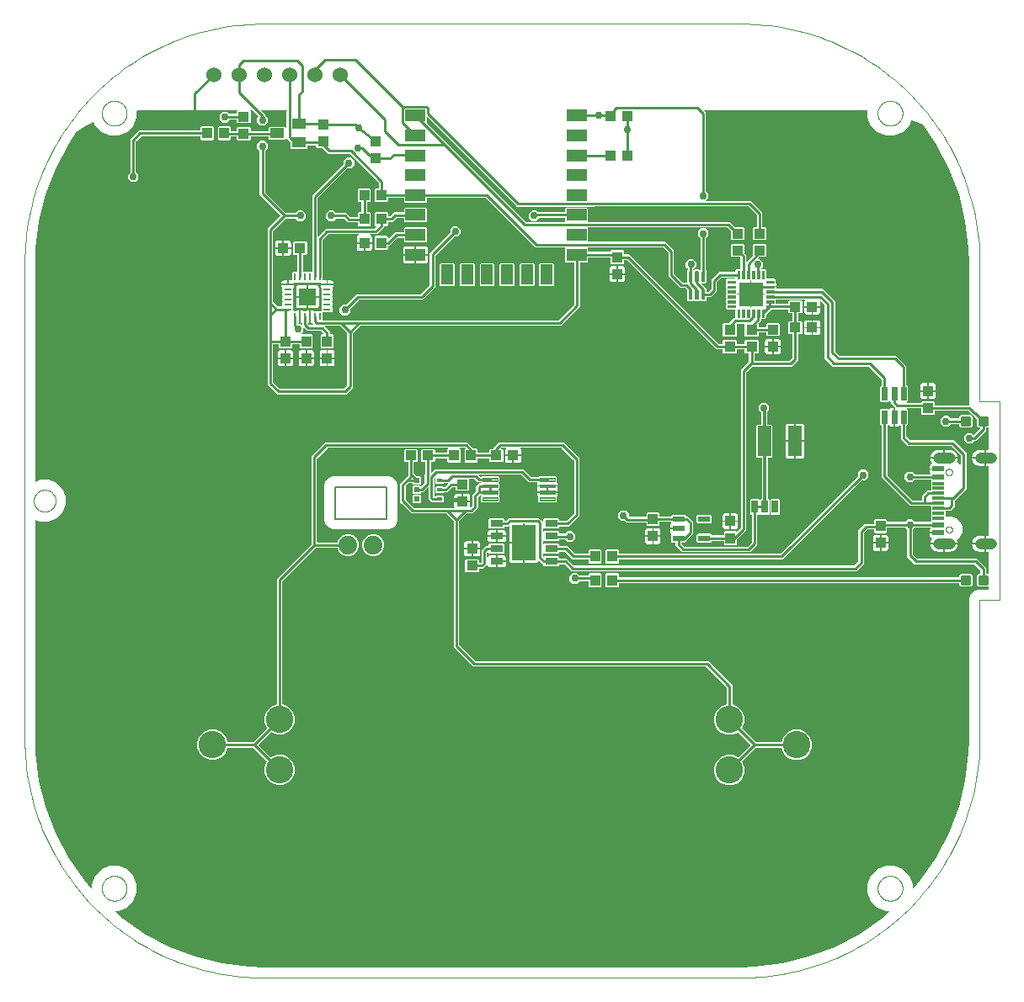
<source format=gbl>
G04 EAGLE Gerber RS-274X export*
G75*
%MOMM*%
%FSLAX34Y34*%
%LPD*%
%INbPads*%
%IPPOS*%
%AMOC8*
5,1,8,0,0,1.08239X$1,22.5*%
G01*
%ADD10C,0.076200*%
%ADD11C,0.152400*%
%ADD12C,0.000000*%
%ADD13R,1.200000X0.550000*%
%ADD14C,2.743200*%
%ADD15R,1.100000X1.000000*%
%ADD16R,1.000000X1.100000*%
%ADD17C,1.108000*%
%ADD18R,1.150000X0.600000*%
%ADD19R,1.150000X0.300000*%
%ADD20C,1.879600*%
%ADD21R,2.000000X1.200000*%
%ADD22R,1.200000X2.000000*%
%ADD23C,0.100000*%
%ADD24C,0.200000*%
%ADD25R,0.550000X0.400000*%
%ADD26R,0.550000X0.550000*%
%ADD27R,0.790000X0.260000*%
%ADD28R,0.260000X0.790000*%
%ADD29R,1.778000X1.778000*%
%ADD30C,0.065000*%
%ADD31R,2.450000X2.450000*%
%ADD32C,1.524000*%
%ADD33R,1.400000X1.000000*%
%ADD34R,0.635000X1.270000*%
%ADD35C,0.254000*%
%ADD36C,0.300000*%
%ADD37R,1.340000X3.020000*%
%ADD38C,0.090000*%
%ADD39R,1.300000X0.700000*%
%ADD40R,2.413000X3.556000*%
%ADD41C,0.756400*%
%ADD42C,0.304800*%

G36*
X720005Y10543D02*
X720005Y10543D01*
X720012Y10542D01*
X733843Y10960D01*
X733858Y10964D01*
X733877Y10962D01*
X761338Y14297D01*
X761357Y14304D01*
X761383Y14305D01*
X788242Y20925D01*
X788260Y20934D01*
X788286Y20939D01*
X814151Y30748D01*
X814168Y30760D01*
X814193Y30767D01*
X838687Y43623D01*
X838703Y43636D01*
X838727Y43646D01*
X861493Y59361D01*
X861506Y59376D01*
X861529Y59389D01*
X869752Y66674D01*
X869774Y66705D01*
X869803Y66728D01*
X869823Y66775D01*
X869853Y66816D01*
X869858Y66853D01*
X869874Y66887D01*
X869872Y66937D01*
X869880Y66987D01*
X869868Y67022D01*
X869867Y67060D01*
X869843Y67104D01*
X869828Y67152D01*
X869802Y67179D01*
X869784Y67212D01*
X869743Y67241D01*
X869708Y67278D01*
X869673Y67290D01*
X869643Y67312D01*
X869581Y67324D01*
X869545Y67337D01*
X869525Y67334D01*
X869500Y67339D01*
X865492Y67339D01*
X857164Y70789D01*
X850789Y77164D01*
X847339Y85492D01*
X847339Y94508D01*
X850789Y102836D01*
X857164Y109211D01*
X865492Y112661D01*
X874508Y112661D01*
X882836Y109211D01*
X889211Y102836D01*
X892661Y94508D01*
X892661Y90500D01*
X892669Y90463D01*
X892668Y90426D01*
X892689Y90380D01*
X892700Y90331D01*
X892724Y90302D01*
X892739Y90268D01*
X892778Y90236D01*
X892810Y90197D01*
X892844Y90182D01*
X892873Y90158D01*
X892922Y90147D01*
X892969Y90126D01*
X893006Y90128D01*
X893042Y90119D01*
X893091Y90131D01*
X893142Y90133D01*
X893174Y90151D01*
X893211Y90159D01*
X893260Y90198D01*
X893294Y90216D01*
X893305Y90232D01*
X893326Y90248D01*
X900611Y98471D01*
X900621Y98489D01*
X900639Y98507D01*
X916354Y121273D01*
X916361Y121292D01*
X916377Y121313D01*
X929233Y145807D01*
X929238Y145826D01*
X929252Y145849D01*
X939061Y171714D01*
X939064Y171734D01*
X939075Y171758D01*
X945695Y198617D01*
X945695Y198637D01*
X945703Y198662D01*
X949038Y226123D01*
X949036Y226138D01*
X949040Y226157D01*
X949458Y239988D01*
X949457Y239993D01*
X949458Y240000D01*
X949458Y382097D01*
X951063Y385971D01*
X954029Y388937D01*
X957903Y390542D01*
X969078Y390542D01*
X969128Y390553D01*
X969179Y390555D01*
X969211Y390573D01*
X969247Y390581D01*
X969286Y390614D01*
X969331Y390638D01*
X969352Y390668D01*
X969380Y390691D01*
X969401Y390738D01*
X969431Y390780D01*
X969439Y390822D01*
X969451Y390850D01*
X969450Y390880D01*
X969458Y390922D01*
X969458Y393493D01*
X969452Y393518D01*
X969455Y393543D01*
X969433Y393601D01*
X969419Y393661D01*
X969402Y393681D01*
X969393Y393705D01*
X969348Y393747D01*
X969309Y393795D01*
X969285Y393806D01*
X969266Y393823D01*
X969207Y393841D01*
X969150Y393866D01*
X969125Y393865D01*
X969100Y393872D01*
X969039Y393862D01*
X968977Y393859D01*
X968955Y393847D01*
X968929Y393843D01*
X968858Y393794D01*
X968825Y393777D01*
X968819Y393768D01*
X968809Y393762D01*
X968523Y393475D01*
X959017Y393475D01*
X957245Y395247D01*
X957245Y404753D01*
X959017Y406525D01*
X960595Y406525D01*
X960645Y406536D01*
X960696Y406538D01*
X960728Y406556D01*
X960764Y406564D01*
X960803Y406597D01*
X960848Y406621D01*
X960869Y406651D01*
X960897Y406674D01*
X960918Y406721D01*
X960948Y406763D01*
X960956Y406805D01*
X960968Y406833D01*
X960967Y406863D01*
X960975Y406905D01*
X960975Y409915D01*
X960958Y409989D01*
X960945Y410064D01*
X960938Y410074D01*
X960936Y410084D01*
X960912Y410112D01*
X960864Y410184D01*
X954954Y416094D01*
X954889Y416134D01*
X954827Y416178D01*
X954815Y416180D01*
X954807Y416185D01*
X954770Y416189D01*
X954685Y416205D01*
X894842Y416205D01*
X887205Y423842D01*
X887205Y451132D01*
X887188Y451206D01*
X887175Y451281D01*
X887168Y451291D01*
X887166Y451301D01*
X887142Y451330D01*
X887094Y451401D01*
X885401Y453094D01*
X885337Y453134D01*
X885275Y453178D01*
X885263Y453180D01*
X885254Y453185D01*
X885217Y453189D01*
X885132Y453205D01*
X867305Y453205D01*
X867255Y453194D01*
X867204Y453192D01*
X867172Y453174D01*
X867136Y453166D01*
X867097Y453133D01*
X867052Y453109D01*
X867031Y453079D01*
X867003Y453056D01*
X866982Y453009D01*
X866952Y452967D01*
X866944Y452925D01*
X866932Y452897D01*
X866933Y452867D01*
X866925Y452825D01*
X866925Y448468D01*
X866032Y447575D01*
X854768Y447575D01*
X853875Y448468D01*
X853875Y450825D01*
X853864Y450875D01*
X853862Y450926D01*
X853844Y450958D01*
X853836Y450994D01*
X853803Y451033D01*
X853779Y451078D01*
X853749Y451099D01*
X853726Y451127D01*
X853679Y451148D01*
X853637Y451178D01*
X853595Y451186D01*
X853567Y451198D01*
X853537Y451197D01*
X853495Y451205D01*
X847315Y451205D01*
X847241Y451188D01*
X847166Y451175D01*
X847156Y451168D01*
X847146Y451166D01*
X847118Y451142D01*
X847046Y451094D01*
X843906Y447954D01*
X843866Y447889D01*
X843822Y447827D01*
X843820Y447815D01*
X843815Y447807D01*
X843811Y447770D01*
X843795Y447685D01*
X843795Y416842D01*
X836158Y409205D01*
X549842Y409205D01*
X543004Y416044D01*
X542939Y416084D01*
X542877Y416128D01*
X542865Y416130D01*
X542857Y416135D01*
X542820Y416139D01*
X542735Y416155D01*
X537905Y416155D01*
X537855Y416144D01*
X537804Y416142D01*
X537772Y416124D01*
X537736Y416116D01*
X537697Y416083D01*
X537652Y416059D01*
X537631Y416029D01*
X537603Y416006D01*
X537582Y415959D01*
X537552Y415917D01*
X537544Y415875D01*
X537532Y415847D01*
X537533Y415817D01*
X537525Y415775D01*
X537525Y414818D01*
X536632Y413925D01*
X522368Y413925D01*
X521475Y414818D01*
X521475Y415775D01*
X521464Y415825D01*
X521462Y415876D01*
X521444Y415908D01*
X521436Y415944D01*
X521403Y415983D01*
X521379Y416028D01*
X521349Y416049D01*
X521326Y416077D01*
X521279Y416098D01*
X521237Y416128D01*
X521195Y416136D01*
X521167Y416148D01*
X521137Y416147D01*
X521095Y416155D01*
X520892Y416155D01*
X517189Y419859D01*
X517136Y419892D01*
X517087Y419932D01*
X517063Y419937D01*
X517042Y419950D01*
X516979Y419956D01*
X516918Y419970D01*
X516894Y419964D01*
X516869Y419967D01*
X516811Y419944D01*
X516749Y419929D01*
X516730Y419914D01*
X516707Y419905D01*
X516665Y419859D01*
X516616Y419818D01*
X516604Y419794D01*
X516590Y419778D01*
X516579Y419742D01*
X516553Y419688D01*
X516433Y419239D01*
X516098Y418660D01*
X515625Y418187D01*
X515046Y417852D01*
X514400Y417679D01*
X502761Y417679D01*
X502761Y437619D01*
X502750Y437669D01*
X502748Y437720D01*
X502730Y437752D01*
X502722Y437788D01*
X502689Y437827D01*
X502665Y437872D01*
X502635Y437893D01*
X502611Y437921D01*
X502565Y437942D01*
X502523Y437972D01*
X502481Y437980D01*
X502453Y437992D01*
X502423Y437991D01*
X502381Y437999D01*
X501999Y437999D01*
X501999Y438001D01*
X502381Y438001D01*
X502431Y438012D01*
X502482Y438014D01*
X502514Y438032D01*
X502550Y438040D01*
X502589Y438073D01*
X502634Y438097D01*
X502655Y438127D01*
X502683Y438151D01*
X502704Y438197D01*
X502734Y438239D01*
X502742Y438281D01*
X502754Y438309D01*
X502753Y438339D01*
X502761Y438381D01*
X502761Y456825D01*
X502750Y456875D01*
X502748Y456926D01*
X502730Y456958D01*
X502722Y456994D01*
X502689Y457033D01*
X502665Y457078D01*
X502635Y457099D01*
X502611Y457127D01*
X502565Y457148D01*
X502523Y457178D01*
X502481Y457186D01*
X502453Y457198D01*
X502423Y457197D01*
X502381Y457205D01*
X501619Y457205D01*
X501569Y457194D01*
X501518Y457192D01*
X501486Y457174D01*
X501450Y457166D01*
X501411Y457133D01*
X501366Y457109D01*
X501345Y457079D01*
X501317Y457056D01*
X501296Y457009D01*
X501266Y456967D01*
X501258Y456925D01*
X501246Y456897D01*
X501247Y456867D01*
X501239Y456825D01*
X501239Y438761D01*
X487394Y438761D01*
X487394Y454524D01*
X487388Y454549D01*
X487391Y454575D01*
X487369Y454632D01*
X487355Y454693D01*
X487338Y454713D01*
X487329Y454737D01*
X487284Y454779D01*
X487245Y454826D01*
X487221Y454837D01*
X487202Y454854D01*
X487143Y454872D01*
X487086Y454897D01*
X487061Y454896D01*
X487036Y454904D01*
X486975Y454893D01*
X486913Y454891D01*
X486891Y454878D01*
X486865Y454874D01*
X486794Y454826D01*
X486761Y454808D01*
X486755Y454800D01*
X486745Y454793D01*
X486208Y454255D01*
X482905Y454255D01*
X482855Y454244D01*
X482804Y454242D01*
X482772Y454224D01*
X482736Y454216D01*
X482697Y454183D01*
X482652Y454159D01*
X482631Y454129D01*
X482603Y454106D01*
X482582Y454059D01*
X482552Y454017D01*
X482544Y453975D01*
X482532Y453947D01*
X482533Y453917D01*
X482525Y453875D01*
X482525Y452918D01*
X481632Y452025D01*
X467368Y452025D01*
X466475Y452918D01*
X466475Y461182D01*
X467368Y462075D01*
X481632Y462075D01*
X482525Y461182D01*
X482525Y460225D01*
X482536Y460175D01*
X482538Y460124D01*
X482556Y460092D01*
X482564Y460056D01*
X482597Y460017D01*
X482621Y459972D01*
X482651Y459951D01*
X482674Y459923D01*
X482721Y459902D01*
X482763Y459872D01*
X482805Y459864D01*
X482833Y459852D01*
X482863Y459853D01*
X482905Y459845D01*
X483735Y459845D01*
X483809Y459862D01*
X483884Y459875D01*
X483894Y459882D01*
X483904Y459884D01*
X483932Y459908D01*
X484004Y459956D01*
X486842Y462795D01*
X517158Y462795D01*
X519046Y460906D01*
X520826Y459126D01*
X520848Y459113D01*
X520864Y459093D01*
X520921Y459067D01*
X520973Y459035D01*
X520999Y459032D01*
X521023Y459022D01*
X521084Y459024D01*
X521146Y459018D01*
X521170Y459027D01*
X521196Y459028D01*
X521250Y459058D01*
X521308Y459080D01*
X521325Y459099D01*
X521348Y459111D01*
X521383Y459162D01*
X521425Y459207D01*
X521433Y459232D01*
X521448Y459253D01*
X521464Y459337D01*
X521475Y459373D01*
X521473Y459383D01*
X521475Y459395D01*
X521475Y461182D01*
X522368Y462075D01*
X536632Y462075D01*
X537525Y461182D01*
X537525Y460225D01*
X537536Y460175D01*
X537538Y460124D01*
X537556Y460092D01*
X537564Y460056D01*
X537597Y460017D01*
X537621Y459972D01*
X537651Y459951D01*
X537674Y459923D01*
X537721Y459902D01*
X537763Y459872D01*
X537805Y459864D01*
X537833Y459852D01*
X537863Y459853D01*
X537905Y459845D01*
X544735Y459845D01*
X544809Y459862D01*
X544884Y459875D01*
X544894Y459882D01*
X544904Y459884D01*
X544932Y459908D01*
X545004Y459956D01*
X552094Y467046D01*
X552134Y467111D01*
X552178Y467173D01*
X552180Y467185D01*
X552185Y467193D01*
X552189Y467230D01*
X552205Y467315D01*
X552205Y520685D01*
X552188Y520759D01*
X552175Y520834D01*
X552168Y520844D01*
X552166Y520854D01*
X552142Y520882D01*
X552094Y520954D01*
X539954Y533094D01*
X539889Y533134D01*
X539827Y533178D01*
X539815Y533180D01*
X539807Y533185D01*
X539770Y533189D01*
X539685Y533205D01*
X498406Y533205D01*
X498381Y533199D01*
X498355Y533202D01*
X498297Y533180D01*
X498237Y533166D01*
X498217Y533149D01*
X498193Y533140D01*
X498151Y533095D01*
X498103Y533056D01*
X498093Y533032D01*
X498075Y533013D01*
X498058Y532954D01*
X498033Y532897D01*
X498034Y532872D01*
X498026Y532847D01*
X498037Y532786D01*
X498039Y532724D01*
X498052Y532702D01*
X498056Y532676D01*
X498104Y532605D01*
X498122Y532572D01*
X498130Y532566D01*
X498137Y532556D01*
X498533Y532160D01*
X498868Y531581D01*
X499041Y530935D01*
X499041Y526361D01*
X491381Y526361D01*
X491331Y526350D01*
X491280Y526348D01*
X491248Y526330D01*
X491212Y526322D01*
X491173Y526289D01*
X491128Y526265D01*
X491107Y526235D01*
X491079Y526211D01*
X491058Y526165D01*
X491028Y526123D01*
X491020Y526081D01*
X491008Y526053D01*
X491009Y526023D01*
X491001Y525981D01*
X491001Y525599D01*
X490999Y525599D01*
X490999Y525981D01*
X490988Y526031D01*
X490986Y526082D01*
X490968Y526114D01*
X490960Y526150D01*
X490927Y526189D01*
X490903Y526234D01*
X490873Y526255D01*
X490849Y526283D01*
X490803Y526304D01*
X490761Y526334D01*
X490719Y526342D01*
X490691Y526354D01*
X490661Y526353D01*
X490619Y526361D01*
X482959Y526361D01*
X482959Y530935D01*
X483132Y531581D01*
X483467Y532160D01*
X483863Y532556D01*
X483877Y532578D01*
X483897Y532594D01*
X483922Y532651D01*
X483954Y532703D01*
X483957Y532729D01*
X483967Y532753D01*
X483965Y532814D01*
X483971Y532876D01*
X483962Y532900D01*
X483961Y532926D01*
X483931Y532980D01*
X483909Y533038D01*
X483890Y533055D01*
X483878Y533078D01*
X483828Y533113D01*
X483782Y533155D01*
X483757Y533163D01*
X483736Y533178D01*
X483652Y533194D01*
X483616Y533205D01*
X483606Y533203D01*
X483594Y533205D01*
X479315Y533205D01*
X479241Y533188D01*
X479166Y533175D01*
X479156Y533168D01*
X479146Y533166D01*
X479118Y533142D01*
X479046Y533094D01*
X478726Y532774D01*
X478713Y532752D01*
X478693Y532736D01*
X478667Y532679D01*
X478635Y532627D01*
X478632Y532601D01*
X478622Y532577D01*
X478624Y532516D01*
X478618Y532454D01*
X478627Y532430D01*
X478628Y532404D01*
X478658Y532350D01*
X478680Y532292D01*
X478699Y532275D01*
X478711Y532252D01*
X478762Y532217D01*
X478807Y532175D01*
X478832Y532167D01*
X478853Y532152D01*
X478937Y532136D01*
X478973Y532125D01*
X478983Y532127D01*
X478995Y532125D01*
X480132Y532125D01*
X481025Y531232D01*
X481025Y519968D01*
X480132Y519075D01*
X467868Y519075D01*
X466975Y519968D01*
X466975Y522425D01*
X466964Y522475D01*
X466962Y522526D01*
X466944Y522558D01*
X466936Y522594D01*
X466903Y522633D01*
X466879Y522678D01*
X466849Y522699D01*
X466826Y522727D01*
X466779Y522748D01*
X466737Y522778D01*
X466695Y522786D01*
X466667Y522798D01*
X466637Y522797D01*
X466595Y522805D01*
X455505Y522805D01*
X455455Y522794D01*
X455404Y522792D01*
X455372Y522774D01*
X455336Y522766D01*
X455297Y522733D01*
X455252Y522709D01*
X455231Y522679D01*
X455203Y522656D01*
X455182Y522609D01*
X455152Y522567D01*
X455144Y522525D01*
X455132Y522497D01*
X455133Y522467D01*
X455125Y522425D01*
X455125Y519468D01*
X454232Y518575D01*
X442968Y518575D01*
X442075Y519468D01*
X442075Y531732D01*
X442900Y532556D01*
X442913Y532578D01*
X442933Y532594D01*
X442959Y532651D01*
X442991Y532703D01*
X442994Y532729D01*
X443004Y532753D01*
X443002Y532814D01*
X443008Y532876D01*
X442999Y532900D01*
X442998Y532926D01*
X442968Y532980D01*
X442946Y533038D01*
X442927Y533055D01*
X442915Y533078D01*
X442864Y533113D01*
X442819Y533155D01*
X442794Y533163D01*
X442773Y533178D01*
X442689Y533194D01*
X442653Y533205D01*
X442643Y533203D01*
X442631Y533205D01*
X437569Y533205D01*
X437544Y533199D01*
X437518Y533202D01*
X437460Y533180D01*
X437400Y533166D01*
X437380Y533149D01*
X437356Y533140D01*
X437314Y533095D01*
X437267Y533056D01*
X437256Y533032D01*
X437239Y533013D01*
X437221Y532954D01*
X437196Y532897D01*
X437197Y532872D01*
X437189Y532847D01*
X437200Y532786D01*
X437202Y532724D01*
X437215Y532702D01*
X437219Y532676D01*
X437267Y532605D01*
X437285Y532572D01*
X437293Y532566D01*
X437300Y532556D01*
X438125Y531732D01*
X438125Y519468D01*
X437232Y518575D01*
X425968Y518575D01*
X425075Y519468D01*
X425075Y522425D01*
X425064Y522475D01*
X425062Y522526D01*
X425044Y522558D01*
X425036Y522594D01*
X425003Y522633D01*
X424979Y522678D01*
X424949Y522699D01*
X424926Y522727D01*
X424879Y522748D01*
X424837Y522778D01*
X424795Y522786D01*
X424767Y522798D01*
X424737Y522797D01*
X424695Y522805D01*
X412805Y522805D01*
X412755Y522794D01*
X412704Y522792D01*
X412672Y522774D01*
X412636Y522766D01*
X412597Y522733D01*
X412552Y522709D01*
X412531Y522679D01*
X412503Y522656D01*
X412482Y522609D01*
X412452Y522567D01*
X412444Y522525D01*
X412432Y522497D01*
X412433Y522467D01*
X412425Y522425D01*
X412425Y519968D01*
X411532Y519075D01*
X408575Y519075D01*
X408525Y519064D01*
X408474Y519062D01*
X408442Y519044D01*
X408406Y519036D01*
X408367Y519003D01*
X408322Y518979D01*
X408301Y518949D01*
X408273Y518926D01*
X408252Y518879D01*
X408222Y518837D01*
X408214Y518795D01*
X408202Y518767D01*
X408203Y518737D01*
X408195Y518695D01*
X408195Y508065D01*
X408201Y508040D01*
X408198Y508014D01*
X408220Y507957D01*
X408234Y507896D01*
X408251Y507876D01*
X408260Y507852D01*
X408305Y507810D01*
X408344Y507763D01*
X408368Y507752D01*
X408387Y507735D01*
X408446Y507717D01*
X408503Y507692D01*
X408528Y507693D01*
X408553Y507685D01*
X408614Y507696D01*
X408676Y507698D01*
X408698Y507711D01*
X408724Y507715D01*
X408795Y507763D01*
X408828Y507781D01*
X408834Y507789D01*
X408844Y507796D01*
X412842Y511795D01*
X501158Y511795D01*
X508596Y504356D01*
X508661Y504316D01*
X508723Y504272D01*
X508735Y504270D01*
X508743Y504265D01*
X508780Y504261D01*
X508865Y504245D01*
X516474Y504245D01*
X516548Y504262D01*
X516623Y504275D01*
X516633Y504282D01*
X516643Y504284D01*
X516671Y504308D01*
X516743Y504356D01*
X517361Y504975D01*
X533639Y504975D01*
X534825Y503789D01*
X534825Y499065D01*
X534809Y499040D01*
X534804Y498989D01*
X534790Y498940D01*
X534796Y498904D01*
X534793Y498868D01*
X534811Y498820D01*
X534820Y498770D01*
X534843Y498734D01*
X534854Y498706D01*
X534877Y498685D01*
X534901Y498650D01*
X535233Y498317D01*
X535634Y497624D01*
X535841Y496850D01*
X535841Y495711D01*
X525881Y495711D01*
X525831Y495700D01*
X525780Y495698D01*
X525748Y495680D01*
X525712Y495672D01*
X525673Y495639D01*
X525628Y495615D01*
X525607Y495585D01*
X525579Y495561D01*
X525558Y495515D01*
X525528Y495473D01*
X525520Y495431D01*
X525508Y495403D01*
X525509Y495373D01*
X525501Y495331D01*
X525501Y494949D01*
X525499Y494949D01*
X525499Y495331D01*
X525488Y495381D01*
X525486Y495432D01*
X525468Y495464D01*
X525460Y495500D01*
X525427Y495539D01*
X525403Y495584D01*
X525373Y495605D01*
X525349Y495633D01*
X525303Y495654D01*
X525261Y495684D01*
X525219Y495692D01*
X525191Y495704D01*
X525161Y495703D01*
X525119Y495711D01*
X515159Y495711D01*
X515159Y496850D01*
X515366Y497624D01*
X515633Y498085D01*
X515651Y498145D01*
X515677Y498203D01*
X515676Y498227D01*
X515683Y498251D01*
X515673Y498313D01*
X515670Y498376D01*
X515658Y498397D01*
X515654Y498422D01*
X515617Y498473D01*
X515587Y498528D01*
X515567Y498542D01*
X515553Y498562D01*
X515497Y498591D01*
X515446Y498628D01*
X515419Y498633D01*
X515400Y498643D01*
X515362Y498644D01*
X515303Y498655D01*
X506392Y498655D01*
X498954Y506094D01*
X498889Y506134D01*
X498827Y506178D01*
X498815Y506180D01*
X498807Y506185D01*
X498770Y506189D01*
X498685Y506205D01*
X456665Y506205D01*
X456640Y506199D01*
X456614Y506202D01*
X456557Y506180D01*
X456496Y506166D01*
X456476Y506149D01*
X456452Y506140D01*
X456410Y506095D01*
X456363Y506056D01*
X456352Y506032D01*
X456335Y506013D01*
X456317Y505954D01*
X456292Y505897D01*
X456293Y505872D01*
X456285Y505847D01*
X456296Y505786D01*
X456298Y505724D01*
X456311Y505702D01*
X456315Y505676D01*
X456363Y505605D01*
X456381Y505572D01*
X456389Y505566D01*
X456396Y505556D01*
X457596Y504356D01*
X457661Y504316D01*
X457723Y504272D01*
X457735Y504270D01*
X457743Y504265D01*
X457780Y504261D01*
X457865Y504245D01*
X458874Y504245D01*
X458948Y504262D01*
X459023Y504275D01*
X459033Y504282D01*
X459043Y504284D01*
X459071Y504308D01*
X459143Y504356D01*
X459761Y504975D01*
X476039Y504975D01*
X477225Y503789D01*
X477225Y499111D01*
X476582Y498469D01*
X476555Y498426D01*
X476521Y498388D01*
X476510Y498353D01*
X476491Y498322D01*
X476486Y498271D01*
X476472Y498222D01*
X476478Y498186D01*
X476474Y498149D01*
X476492Y498102D01*
X476501Y498051D01*
X476525Y498016D01*
X476536Y497987D01*
X476558Y497966D01*
X476582Y497931D01*
X477225Y497289D01*
X477225Y492611D01*
X476582Y491969D01*
X476555Y491926D01*
X476521Y491888D01*
X476510Y491853D01*
X476491Y491822D01*
X476486Y491771D01*
X476472Y491722D01*
X476478Y491686D01*
X476474Y491649D01*
X476492Y491602D01*
X476501Y491551D01*
X476525Y491516D01*
X476536Y491487D01*
X476558Y491466D01*
X476582Y491431D01*
X477225Y490789D01*
X477225Y486111D01*
X476582Y485469D01*
X476555Y485426D01*
X476521Y485388D01*
X476510Y485353D01*
X476491Y485322D01*
X476486Y485271D01*
X476472Y485222D01*
X476478Y485186D01*
X476474Y485149D01*
X476492Y485102D01*
X476501Y485051D01*
X476525Y485016D01*
X476536Y484987D01*
X476558Y484966D01*
X476582Y484931D01*
X477225Y484289D01*
X477225Y479611D01*
X476039Y478425D01*
X459761Y478425D01*
X458575Y479611D01*
X458575Y484289D01*
X459218Y484931D01*
X459245Y484974D01*
X459279Y485012D01*
X459290Y485047D01*
X459309Y485078D01*
X459314Y485129D01*
X459328Y485178D01*
X459322Y485214D01*
X459326Y485251D01*
X459308Y485298D01*
X459299Y485349D01*
X459275Y485384D01*
X459264Y485413D01*
X459242Y485434D01*
X459218Y485469D01*
X459143Y485544D01*
X459078Y485584D01*
X459016Y485628D01*
X459004Y485630D01*
X458995Y485635D01*
X458958Y485639D01*
X458874Y485655D01*
X457765Y485655D01*
X457691Y485638D01*
X457616Y485625D01*
X457606Y485618D01*
X457596Y485616D01*
X457568Y485592D01*
X457496Y485544D01*
X455906Y483954D01*
X455866Y483889D01*
X455822Y483827D01*
X455820Y483815D01*
X455815Y483807D01*
X455811Y483770D01*
X455795Y483685D01*
X455795Y472842D01*
X450158Y467205D01*
X444315Y467205D01*
X444241Y467188D01*
X444166Y467175D01*
X444156Y467168D01*
X444146Y467166D01*
X444118Y467142D01*
X444046Y467094D01*
X436906Y459954D01*
X436866Y459889D01*
X436822Y459827D01*
X436820Y459815D01*
X436815Y459807D01*
X436811Y459770D01*
X436795Y459685D01*
X436795Y335315D01*
X436812Y335241D01*
X436825Y335166D01*
X436832Y335156D01*
X436834Y335146D01*
X436858Y335118D01*
X436906Y335046D01*
X453046Y318906D01*
X453111Y318866D01*
X453173Y318822D01*
X453185Y318820D01*
X453193Y318815D01*
X453230Y318811D01*
X453315Y318795D01*
X687158Y318795D01*
X711295Y294658D01*
X711295Y275293D01*
X711309Y275231D01*
X711316Y275168D01*
X711329Y275148D01*
X711334Y275124D01*
X711375Y275075D01*
X711409Y275022D01*
X711431Y275007D01*
X711444Y274991D01*
X711479Y274975D01*
X711529Y274942D01*
X717133Y272620D01*
X721420Y268333D01*
X723741Y262732D01*
X723741Y256668D01*
X721420Y251065D01*
X721409Y251002D01*
X721391Y250941D01*
X721395Y250917D01*
X721391Y250894D01*
X721410Y250833D01*
X721421Y250770D01*
X721436Y250748D01*
X721442Y250728D01*
X721468Y250701D01*
X721502Y250650D01*
X734946Y237206D01*
X735011Y237166D01*
X735073Y237122D01*
X735085Y237120D01*
X735093Y237115D01*
X735130Y237111D01*
X735215Y237095D01*
X760387Y237095D01*
X760449Y237109D01*
X760512Y237116D01*
X760532Y237129D01*
X760556Y237134D01*
X760605Y237175D01*
X760658Y237209D01*
X760673Y237231D01*
X760689Y237244D01*
X760705Y237279D01*
X760738Y237329D01*
X763060Y242933D01*
X767347Y247220D01*
X772948Y249541D01*
X779012Y249541D01*
X784613Y247220D01*
X788900Y242933D01*
X791221Y237332D01*
X791221Y231268D01*
X788900Y225667D01*
X784613Y221380D01*
X779012Y219059D01*
X772948Y219059D01*
X767347Y221380D01*
X763060Y225667D01*
X760738Y231271D01*
X760701Y231322D01*
X760671Y231378D01*
X760651Y231392D01*
X760637Y231411D01*
X760581Y231441D01*
X760529Y231478D01*
X760503Y231483D01*
X760484Y231493D01*
X760447Y231494D01*
X760387Y231505D01*
X735215Y231505D01*
X735141Y231488D01*
X735066Y231475D01*
X735056Y231468D01*
X735046Y231466D01*
X735018Y231442D01*
X734946Y231394D01*
X721502Y217950D01*
X721468Y217896D01*
X721429Y217846D01*
X721423Y217823D01*
X721411Y217802D01*
X721405Y217739D01*
X721391Y217677D01*
X721396Y217651D01*
X721394Y217630D01*
X721407Y217595D01*
X721420Y217535D01*
X723741Y211932D01*
X723741Y205868D01*
X721420Y200267D01*
X717133Y195980D01*
X711532Y193659D01*
X705468Y193659D01*
X699867Y195980D01*
X695580Y200267D01*
X693259Y205868D01*
X693259Y211932D01*
X695580Y217533D01*
X699867Y221820D01*
X705468Y224141D01*
X711532Y224141D01*
X717135Y221820D01*
X717198Y221809D01*
X717259Y221791D01*
X717283Y221795D01*
X717306Y221791D01*
X717367Y221810D01*
X717430Y221821D01*
X717452Y221836D01*
X717472Y221842D01*
X717499Y221868D01*
X717550Y221902D01*
X729679Y234031D01*
X729706Y234074D01*
X729740Y234112D01*
X729751Y234147D01*
X729770Y234178D01*
X729775Y234229D01*
X729790Y234278D01*
X729783Y234314D01*
X729787Y234351D01*
X729769Y234398D01*
X729760Y234449D01*
X729736Y234484D01*
X729725Y234513D01*
X729703Y234534D01*
X729679Y234569D01*
X717550Y246698D01*
X717496Y246732D01*
X717446Y246771D01*
X717423Y246777D01*
X717402Y246789D01*
X717339Y246795D01*
X717277Y246809D01*
X717251Y246804D01*
X717230Y246806D01*
X717195Y246793D01*
X717135Y246780D01*
X711532Y244459D01*
X705468Y244459D01*
X699867Y246780D01*
X695580Y251067D01*
X693259Y256668D01*
X693259Y262732D01*
X695580Y268333D01*
X699867Y272620D01*
X705471Y274942D01*
X705522Y274979D01*
X705578Y275009D01*
X705592Y275029D01*
X705611Y275043D01*
X705641Y275099D01*
X705678Y275151D01*
X705683Y275177D01*
X705693Y275196D01*
X705694Y275233D01*
X705705Y275293D01*
X705705Y292185D01*
X705688Y292259D01*
X705675Y292334D01*
X705668Y292344D01*
X705666Y292354D01*
X705642Y292382D01*
X705594Y292454D01*
X684954Y313094D01*
X684889Y313134D01*
X684827Y313178D01*
X684815Y313180D01*
X684807Y313185D01*
X684770Y313189D01*
X684685Y313205D01*
X450842Y313205D01*
X431205Y332842D01*
X431205Y459685D01*
X431188Y459759D01*
X431175Y459834D01*
X431168Y459844D01*
X431166Y459854D01*
X431142Y459882D01*
X431094Y459954D01*
X423954Y467094D01*
X423889Y467134D01*
X423827Y467178D01*
X423815Y467180D01*
X423807Y467185D01*
X423770Y467189D01*
X423685Y467205D01*
X388842Y467205D01*
X387094Y468954D01*
X378954Y477094D01*
X377205Y478842D01*
X377205Y497158D01*
X383654Y503606D01*
X385494Y505446D01*
X385534Y505511D01*
X385578Y505573D01*
X385580Y505585D01*
X385585Y505593D01*
X385589Y505630D01*
X385605Y505715D01*
X385605Y518695D01*
X385594Y518745D01*
X385592Y518796D01*
X385574Y518828D01*
X385566Y518864D01*
X385533Y518903D01*
X385509Y518948D01*
X385479Y518969D01*
X385456Y518997D01*
X385409Y519018D01*
X385367Y519048D01*
X385325Y519056D01*
X385297Y519068D01*
X385267Y519067D01*
X385225Y519075D01*
X382268Y519075D01*
X381375Y519968D01*
X381375Y531232D01*
X382268Y532125D01*
X394532Y532125D01*
X395425Y531232D01*
X395425Y519968D01*
X394532Y519075D01*
X391575Y519075D01*
X391525Y519064D01*
X391474Y519062D01*
X391442Y519044D01*
X391406Y519036D01*
X391367Y519003D01*
X391322Y518979D01*
X391301Y518949D01*
X391273Y518926D01*
X391252Y518879D01*
X391222Y518837D01*
X391214Y518795D01*
X391202Y518767D01*
X391203Y518737D01*
X391195Y518695D01*
X391195Y507515D01*
X391207Y507463D01*
X391208Y507428D01*
X391217Y507411D01*
X391225Y507366D01*
X391232Y507356D01*
X391234Y507346D01*
X391258Y507318D01*
X391306Y507246D01*
X393466Y505086D01*
X393531Y505046D01*
X393593Y505002D01*
X393605Y505000D01*
X393613Y504995D01*
X393650Y504991D01*
X393735Y504975D01*
X397282Y504975D01*
X398175Y504082D01*
X398175Y497318D01*
X397282Y496425D01*
X390518Y496425D01*
X389625Y497318D01*
X389625Y497525D01*
X389614Y497575D01*
X389612Y497626D01*
X389594Y497658D01*
X389586Y497694D01*
X389553Y497733D01*
X389529Y497778D01*
X389499Y497799D01*
X389476Y497827D01*
X389429Y497848D01*
X389387Y497878D01*
X389345Y497886D01*
X389317Y497898D01*
X389287Y497897D01*
X389245Y497905D01*
X386015Y497905D01*
X385941Y497888D01*
X385866Y497875D01*
X385856Y497868D01*
X385846Y497866D01*
X385818Y497842D01*
X385746Y497794D01*
X382906Y494954D01*
X382866Y494889D01*
X382822Y494827D01*
X382820Y494815D01*
X382815Y494807D01*
X382811Y494770D01*
X382795Y494685D01*
X382795Y481315D01*
X382812Y481241D01*
X382825Y481166D01*
X382832Y481156D01*
X382834Y481146D01*
X382858Y481118D01*
X382906Y481046D01*
X391046Y472906D01*
X391111Y472866D01*
X391173Y472822D01*
X391185Y472820D01*
X391193Y472815D01*
X391230Y472811D01*
X391315Y472795D01*
X431692Y472795D01*
X431753Y472809D01*
X431816Y472815D01*
X431837Y472829D01*
X431861Y472834D01*
X431909Y472874D01*
X431963Y472908D01*
X431976Y472929D01*
X431995Y472944D01*
X432020Y473002D01*
X432053Y473056D01*
X432055Y473080D01*
X432065Y473103D01*
X432063Y473165D01*
X432069Y473228D01*
X432060Y473254D01*
X432059Y473276D01*
X432041Y473309D01*
X432021Y473365D01*
X431932Y473519D01*
X431759Y474165D01*
X431759Y478739D01*
X439419Y478739D01*
X439469Y478750D01*
X439520Y478752D01*
X439552Y478770D01*
X439588Y478778D01*
X439627Y478811D01*
X439672Y478835D01*
X439693Y478865D01*
X439721Y478888D01*
X439742Y478935D01*
X439772Y478977D01*
X439780Y479019D01*
X439792Y479047D01*
X439791Y479077D01*
X439799Y479119D01*
X439799Y479501D01*
X439801Y479501D01*
X439801Y479119D01*
X439812Y479069D01*
X439814Y479018D01*
X439832Y478986D01*
X439840Y478950D01*
X439873Y478911D01*
X439897Y478866D01*
X439927Y478845D01*
X439951Y478817D01*
X439997Y478796D01*
X440039Y478766D01*
X440081Y478758D01*
X440109Y478746D01*
X440139Y478747D01*
X440181Y478739D01*
X447841Y478739D01*
X447841Y474165D01*
X447706Y473662D01*
X447703Y473587D01*
X447696Y473512D01*
X447701Y473501D01*
X447700Y473488D01*
X447731Y473420D01*
X447758Y473350D01*
X447767Y473342D01*
X447772Y473331D01*
X447830Y473283D01*
X447885Y473233D01*
X447897Y473229D01*
X447906Y473221D01*
X447979Y473205D01*
X448051Y473183D01*
X448063Y473186D01*
X448075Y473183D01*
X448148Y473200D01*
X448222Y473213D01*
X448233Y473221D01*
X448244Y473223D01*
X448273Y473248D01*
X448342Y473294D01*
X450094Y475046D01*
X450134Y475111D01*
X450178Y475173D01*
X450180Y475185D01*
X450185Y475193D01*
X450189Y475230D01*
X450205Y475315D01*
X450205Y486158D01*
X453544Y489496D01*
X453584Y489561D01*
X453628Y489623D01*
X453630Y489635D01*
X453635Y489643D01*
X453639Y489680D01*
X453655Y489765D01*
X453655Y494608D01*
X455404Y496356D01*
X456842Y497795D01*
X458924Y497795D01*
X458998Y497812D01*
X459072Y497825D01*
X459083Y497832D01*
X459093Y497834D01*
X459121Y497858D01*
X459161Y497884D01*
X459162Y497885D01*
X459193Y497906D01*
X459218Y497931D01*
X459226Y497944D01*
X459227Y497946D01*
X459245Y497974D01*
X459279Y498012D01*
X459290Y498047D01*
X459309Y498078D01*
X459314Y498129D01*
X459328Y498178D01*
X459322Y498214D01*
X459326Y498251D01*
X459308Y498298D01*
X459299Y498349D01*
X459275Y498384D01*
X459264Y498413D01*
X459242Y498433D01*
X459218Y498469D01*
X459143Y498544D01*
X459078Y498584D01*
X459016Y498628D01*
X459004Y498630D01*
X458996Y498635D01*
X458959Y498639D01*
X458874Y498655D01*
X455392Y498655D01*
X453644Y500404D01*
X452018Y502030D01*
X451953Y502070D01*
X451891Y502114D01*
X451879Y502116D01*
X451871Y502121D01*
X451834Y502125D01*
X451749Y502141D01*
X447205Y502141D01*
X447155Y502130D01*
X447104Y502128D01*
X447072Y502110D01*
X447036Y502102D01*
X446997Y502069D01*
X446952Y502045D01*
X446931Y502015D01*
X446903Y501992D01*
X446882Y501945D01*
X446852Y501903D01*
X446844Y501861D01*
X446832Y501833D01*
X446833Y501803D01*
X446825Y501761D01*
X446825Y490868D01*
X445932Y489975D01*
X433668Y489975D01*
X432775Y490868D01*
X432775Y493325D01*
X432764Y493375D01*
X432762Y493426D01*
X432744Y493458D01*
X432736Y493494D01*
X432703Y493533D01*
X432679Y493578D01*
X432649Y493599D01*
X432626Y493627D01*
X432579Y493648D01*
X432537Y493678D01*
X432495Y493686D01*
X432467Y493698D01*
X432437Y493697D01*
X432395Y493705D01*
X429815Y493705D01*
X429741Y493688D01*
X429666Y493675D01*
X429656Y493668D01*
X429646Y493666D01*
X429618Y493642D01*
X429546Y493594D01*
X424358Y488405D01*
X421169Y488405D01*
X421095Y488388D01*
X421020Y488375D01*
X421010Y488368D01*
X421000Y488366D01*
X420972Y488342D01*
X420900Y488294D01*
X420282Y487675D01*
X413518Y487675D01*
X412625Y488568D01*
X412625Y493832D01*
X413518Y494725D01*
X420282Y494725D01*
X420900Y494106D01*
X420965Y494066D01*
X421027Y494022D01*
X421039Y494020D01*
X421047Y494015D01*
X421084Y494011D01*
X421169Y493995D01*
X421885Y493995D01*
X421959Y494012D01*
X422034Y494025D01*
X422044Y494032D01*
X422054Y494034D01*
X422082Y494058D01*
X422154Y494106D01*
X425304Y497256D01*
X425317Y497278D01*
X425337Y497294D01*
X425363Y497351D01*
X425395Y497403D01*
X425398Y497429D01*
X425408Y497453D01*
X425406Y497514D01*
X425412Y497576D01*
X425403Y497600D01*
X425402Y497626D01*
X425372Y497680D01*
X425350Y497738D01*
X425331Y497755D01*
X425319Y497778D01*
X425268Y497813D01*
X425223Y497855D01*
X425198Y497863D01*
X425177Y497878D01*
X425093Y497894D01*
X425057Y497905D01*
X425047Y497903D01*
X425035Y497905D01*
X421169Y497905D01*
X421095Y497888D01*
X421020Y497875D01*
X421010Y497868D01*
X421000Y497866D01*
X420972Y497842D01*
X420900Y497794D01*
X420282Y497175D01*
X413518Y497175D01*
X412625Y498068D01*
X412625Y502755D01*
X412619Y502780D01*
X412622Y502806D01*
X412600Y502863D01*
X412586Y502924D01*
X412569Y502944D01*
X412560Y502968D01*
X412515Y503010D01*
X412476Y503057D01*
X412452Y503068D01*
X412433Y503085D01*
X412374Y503103D01*
X412317Y503128D01*
X412292Y503127D01*
X412267Y503135D01*
X412206Y503124D01*
X412144Y503122D01*
X412122Y503109D01*
X412096Y503105D01*
X412025Y503057D01*
X411992Y503039D01*
X411986Y503031D01*
X411976Y503024D01*
X411906Y502954D01*
X411866Y502889D01*
X411822Y502827D01*
X411820Y502815D01*
X411815Y502806D01*
X411811Y502769D01*
X411795Y502685D01*
X411795Y484875D01*
X411806Y484825D01*
X411808Y484774D01*
X411826Y484742D01*
X411834Y484706D01*
X411867Y484667D01*
X411891Y484622D01*
X411921Y484601D01*
X411944Y484573D01*
X411991Y484552D01*
X412033Y484522D01*
X412075Y484514D01*
X412103Y484502D01*
X412133Y484503D01*
X412175Y484495D01*
X412631Y484495D01*
X412705Y484512D01*
X412780Y484525D01*
X412790Y484532D01*
X412800Y484534D01*
X412828Y484558D01*
X412900Y484606D01*
X413518Y485225D01*
X420282Y485225D01*
X421175Y484332D01*
X421175Y479068D01*
X420282Y478175D01*
X413518Y478175D01*
X412900Y478794D01*
X412835Y478834D01*
X412773Y478878D01*
X412761Y478880D01*
X412753Y478885D01*
X412716Y478889D01*
X412631Y478905D01*
X409142Y478905D01*
X406205Y481842D01*
X406205Y493335D01*
X406199Y493360D01*
X406202Y493386D01*
X406180Y493443D01*
X406166Y493504D01*
X406149Y493524D01*
X406140Y493548D01*
X406095Y493590D01*
X406056Y493637D01*
X406032Y493648D01*
X406013Y493665D01*
X405954Y493683D01*
X405897Y493708D01*
X405872Y493707D01*
X405847Y493715D01*
X405786Y493704D01*
X405724Y493702D01*
X405702Y493689D01*
X405676Y493685D01*
X405605Y493637D01*
X405572Y493619D01*
X405566Y493611D01*
X405556Y493604D01*
X400358Y488405D01*
X398555Y488405D01*
X398505Y488394D01*
X398454Y488392D01*
X398422Y488374D01*
X398386Y488366D01*
X398347Y488333D01*
X398302Y488309D01*
X398281Y488279D01*
X398253Y488256D01*
X398232Y488209D01*
X398202Y488167D01*
X398194Y488125D01*
X398182Y488097D01*
X398183Y488067D01*
X398175Y488025D01*
X398175Y487818D01*
X397282Y486925D01*
X390518Y486925D01*
X389625Y487818D01*
X389625Y494582D01*
X390518Y495475D01*
X397282Y495475D01*
X398133Y494623D01*
X398176Y494596D01*
X398214Y494562D01*
X398249Y494551D01*
X398280Y494532D01*
X398331Y494527D01*
X398380Y494512D01*
X398416Y494519D01*
X398453Y494515D01*
X398500Y494533D01*
X398551Y494542D01*
X398586Y494566D01*
X398615Y494577D01*
X398636Y494599D01*
X398671Y494623D01*
X402030Y497982D01*
X402070Y498047D01*
X402114Y498109D01*
X402116Y498121D01*
X402121Y498129D01*
X402125Y498166D01*
X402141Y498251D01*
X402141Y506841D01*
X402494Y507194D01*
X402534Y507258D01*
X402578Y507320D01*
X402580Y507332D01*
X402585Y507341D01*
X402589Y507378D01*
X402605Y507463D01*
X402605Y518695D01*
X402594Y518745D01*
X402592Y518796D01*
X402574Y518828D01*
X402566Y518864D01*
X402533Y518903D01*
X402509Y518948D01*
X402479Y518969D01*
X402456Y518997D01*
X402409Y519018D01*
X402367Y519048D01*
X402325Y519056D01*
X402297Y519068D01*
X402267Y519067D01*
X402225Y519075D01*
X399268Y519075D01*
X398375Y519968D01*
X398375Y531232D01*
X399268Y532125D01*
X411532Y532125D01*
X412425Y531232D01*
X412425Y528775D01*
X412436Y528725D01*
X412438Y528674D01*
X412456Y528642D01*
X412464Y528606D01*
X412497Y528567D01*
X412521Y528522D01*
X412551Y528501D01*
X412574Y528473D01*
X412621Y528452D01*
X412663Y528422D01*
X412705Y528414D01*
X412733Y528402D01*
X412763Y528403D01*
X412805Y528395D01*
X424695Y528395D01*
X424745Y528406D01*
X424796Y528408D01*
X424828Y528426D01*
X424864Y528434D01*
X424903Y528467D01*
X424948Y528491D01*
X424969Y528521D01*
X424997Y528544D01*
X425018Y528591D01*
X425048Y528633D01*
X425056Y528675D01*
X425068Y528703D01*
X425067Y528733D01*
X425075Y528775D01*
X425075Y531732D01*
X425900Y532556D01*
X425913Y532578D01*
X425933Y532594D01*
X425959Y532651D01*
X425991Y532703D01*
X425994Y532729D01*
X426004Y532753D01*
X426002Y532814D01*
X426008Y532876D01*
X425999Y532900D01*
X425998Y532926D01*
X425968Y532980D01*
X425946Y533038D01*
X425927Y533055D01*
X425915Y533078D01*
X425864Y533113D01*
X425819Y533155D01*
X425794Y533163D01*
X425773Y533178D01*
X425689Y533194D01*
X425653Y533205D01*
X425643Y533203D01*
X425631Y533205D01*
X304315Y533205D01*
X304241Y533188D01*
X304166Y533175D01*
X304156Y533168D01*
X304146Y533166D01*
X304118Y533142D01*
X304046Y533094D01*
X293906Y522954D01*
X293866Y522889D01*
X293822Y522827D01*
X293820Y522815D01*
X293815Y522807D01*
X293811Y522770D01*
X293795Y522685D01*
X293795Y438575D01*
X293806Y438525D01*
X293808Y438474D01*
X293826Y438442D01*
X293834Y438406D01*
X293867Y438367D01*
X293891Y438322D01*
X293921Y438301D01*
X293944Y438273D01*
X293991Y438252D01*
X294033Y438222D01*
X294075Y438214D01*
X294103Y438202D01*
X294133Y438203D01*
X294175Y438195D01*
X314081Y438195D01*
X314143Y438209D01*
X314206Y438216D01*
X314226Y438229D01*
X314250Y438234D01*
X314299Y438275D01*
X314352Y438309D01*
X314367Y438331D01*
X314383Y438344D01*
X314399Y438379D01*
X314432Y438429D01*
X315740Y441587D01*
X318813Y444660D01*
X322827Y446323D01*
X327173Y446323D01*
X331187Y444660D01*
X334260Y441587D01*
X335923Y437573D01*
X335923Y433227D01*
X334260Y429213D01*
X331187Y426140D01*
X327173Y424477D01*
X322827Y424477D01*
X318813Y426140D01*
X315740Y429213D01*
X314432Y432371D01*
X314395Y432422D01*
X314365Y432478D01*
X314345Y432492D01*
X314331Y432511D01*
X314275Y432541D01*
X314223Y432578D01*
X314197Y432583D01*
X314178Y432593D01*
X314140Y432594D01*
X314081Y432605D01*
X292715Y432605D01*
X292641Y432588D01*
X292566Y432575D01*
X292556Y432568D01*
X292546Y432566D01*
X292518Y432542D01*
X292446Y432494D01*
X259206Y399254D01*
X259166Y399189D01*
X259122Y399127D01*
X259120Y399115D01*
X259115Y399107D01*
X259111Y399070D01*
X259095Y398985D01*
X259095Y275493D01*
X259109Y275431D01*
X259116Y275368D01*
X259129Y275348D01*
X259134Y275324D01*
X259175Y275275D01*
X259209Y275222D01*
X259231Y275207D01*
X259244Y275191D01*
X259279Y275175D01*
X259329Y275142D01*
X264933Y272820D01*
X269220Y268533D01*
X271541Y262932D01*
X271541Y256868D01*
X269220Y251267D01*
X264933Y246980D01*
X259332Y244659D01*
X253268Y244659D01*
X247665Y246980D01*
X247602Y246991D01*
X247541Y247009D01*
X247517Y247005D01*
X247494Y247009D01*
X247433Y246990D01*
X247370Y246979D01*
X247348Y246964D01*
X247328Y246958D01*
X247301Y246932D01*
X247250Y246898D01*
X235121Y234769D01*
X235110Y234750D01*
X235097Y234740D01*
X235087Y234717D01*
X235060Y234688D01*
X235049Y234653D01*
X235030Y234622D01*
X235026Y234582D01*
X235026Y234581D01*
X235026Y234580D01*
X235025Y234571D01*
X235010Y234522D01*
X235017Y234486D01*
X235013Y234449D01*
X235031Y234402D01*
X235040Y234351D01*
X235064Y234316D01*
X235075Y234287D01*
X235097Y234266D01*
X235121Y234231D01*
X247250Y222102D01*
X247304Y222068D01*
X247354Y222029D01*
X247377Y222023D01*
X247398Y222011D01*
X247461Y222005D01*
X247523Y221991D01*
X247549Y221996D01*
X247570Y221994D01*
X247605Y222007D01*
X247665Y222020D01*
X253268Y224341D01*
X259332Y224341D01*
X264933Y222020D01*
X269220Y217733D01*
X271541Y212132D01*
X271541Y206068D01*
X269220Y200467D01*
X264933Y196180D01*
X259332Y193859D01*
X253268Y193859D01*
X247667Y196180D01*
X243380Y200467D01*
X241059Y206068D01*
X241059Y212132D01*
X243380Y217735D01*
X243391Y217798D01*
X243409Y217859D01*
X243405Y217883D01*
X243409Y217906D01*
X243390Y217967D01*
X243379Y218030D01*
X243364Y218052D01*
X243358Y218072D01*
X243332Y218099D01*
X243298Y218150D01*
X229854Y231594D01*
X229789Y231634D01*
X229727Y231678D01*
X229715Y231680D01*
X229707Y231685D01*
X229670Y231689D01*
X229585Y231705D01*
X204413Y231705D01*
X204351Y231691D01*
X204288Y231684D01*
X204268Y231671D01*
X204244Y231666D01*
X204195Y231625D01*
X204142Y231591D01*
X204127Y231569D01*
X204111Y231556D01*
X204095Y231521D01*
X204062Y231471D01*
X201740Y225867D01*
X197453Y221580D01*
X191852Y219259D01*
X185788Y219259D01*
X180187Y221580D01*
X175900Y225867D01*
X173579Y231468D01*
X173579Y237532D01*
X175900Y243133D01*
X180187Y247420D01*
X185788Y249741D01*
X191852Y249741D01*
X197453Y247420D01*
X201740Y243133D01*
X204062Y237529D01*
X204099Y237478D01*
X204129Y237422D01*
X204149Y237408D01*
X204163Y237389D01*
X204219Y237359D01*
X204271Y237322D01*
X204297Y237317D01*
X204316Y237307D01*
X204353Y237306D01*
X204413Y237295D01*
X229585Y237295D01*
X229659Y237312D01*
X229734Y237325D01*
X229744Y237332D01*
X229754Y237334D01*
X229782Y237358D01*
X229854Y237406D01*
X243298Y250850D01*
X243332Y250904D01*
X243371Y250954D01*
X243377Y250977D01*
X243389Y250998D01*
X243395Y251061D01*
X243409Y251123D01*
X243404Y251149D01*
X243406Y251170D01*
X243393Y251205D01*
X243380Y251265D01*
X241059Y256868D01*
X241059Y262932D01*
X243380Y268533D01*
X247667Y272820D01*
X253271Y275142D01*
X253322Y275179D01*
X253378Y275209D01*
X253392Y275229D01*
X253411Y275243D01*
X253441Y275299D01*
X253478Y275351D01*
X253483Y275377D01*
X253493Y275396D01*
X253494Y275433D01*
X253505Y275493D01*
X253505Y401458D01*
X288094Y436046D01*
X288134Y436111D01*
X288178Y436173D01*
X288180Y436185D01*
X288185Y436193D01*
X288189Y436230D01*
X288205Y436315D01*
X288205Y525158D01*
X289954Y526906D01*
X300094Y537046D01*
X301842Y538795D01*
X445158Y538795D01*
X451216Y532736D01*
X451281Y532696D01*
X451343Y532652D01*
X451355Y532650D01*
X451363Y532645D01*
X451400Y532641D01*
X451485Y532625D01*
X454232Y532625D01*
X455125Y531732D01*
X455125Y528775D01*
X455136Y528725D01*
X455138Y528674D01*
X455156Y528642D01*
X455164Y528606D01*
X455197Y528567D01*
X455221Y528522D01*
X455251Y528501D01*
X455274Y528473D01*
X455321Y528452D01*
X455363Y528422D01*
X455405Y528414D01*
X455433Y528402D01*
X455463Y528403D01*
X455505Y528395D01*
X466595Y528395D01*
X466645Y528406D01*
X466696Y528408D01*
X466728Y528426D01*
X466764Y528434D01*
X466803Y528467D01*
X466848Y528491D01*
X466869Y528521D01*
X466897Y528544D01*
X466918Y528591D01*
X466948Y528633D01*
X466956Y528675D01*
X466968Y528703D01*
X466967Y528733D01*
X466975Y528775D01*
X466975Y531232D01*
X467868Y532125D01*
X470825Y532125D01*
X470875Y532136D01*
X470926Y532138D01*
X470958Y532156D01*
X470994Y532164D01*
X471033Y532197D01*
X471078Y532221D01*
X471099Y532251D01*
X471127Y532274D01*
X471148Y532321D01*
X471178Y532363D01*
X471186Y532405D01*
X471198Y532433D01*
X471197Y532463D01*
X471205Y532505D01*
X471205Y533158D01*
X476842Y538795D01*
X542158Y538795D01*
X557795Y523158D01*
X557795Y464842D01*
X547208Y454255D01*
X537905Y454255D01*
X537855Y454244D01*
X537804Y454242D01*
X537772Y454224D01*
X537736Y454216D01*
X537697Y454183D01*
X537652Y454159D01*
X537631Y454129D01*
X537603Y454106D01*
X537582Y454059D01*
X537552Y454017D01*
X537544Y453975D01*
X537532Y453947D01*
X537533Y453917D01*
X537525Y453875D01*
X537525Y452918D01*
X536632Y452025D01*
X522368Y452025D01*
X521444Y452950D01*
X521422Y452963D01*
X521406Y452983D01*
X521349Y453009D01*
X521297Y453041D01*
X521271Y453044D01*
X521247Y453054D01*
X521186Y453052D01*
X521124Y453058D01*
X521100Y453049D01*
X521074Y453048D01*
X521020Y453018D01*
X520962Y452996D01*
X520945Y452977D01*
X520922Y452965D01*
X520887Y452914D01*
X520845Y452869D01*
X520837Y452844D01*
X520822Y452823D01*
X520806Y452739D01*
X520795Y452703D01*
X520797Y452693D01*
X520795Y452681D01*
X520795Y448719D01*
X520801Y448694D01*
X520798Y448668D01*
X520820Y448610D01*
X520834Y448550D01*
X520851Y448530D01*
X520860Y448506D01*
X520905Y448464D01*
X520944Y448417D01*
X520968Y448406D01*
X520987Y448389D01*
X521046Y448371D01*
X521103Y448346D01*
X521128Y448347D01*
X521153Y448339D01*
X521214Y448350D01*
X521276Y448352D01*
X521298Y448365D01*
X521324Y448369D01*
X521395Y448417D01*
X521428Y448435D01*
X521434Y448443D01*
X521444Y448450D01*
X522368Y449375D01*
X536632Y449375D01*
X537525Y448482D01*
X537525Y447175D01*
X537536Y447125D01*
X537538Y447074D01*
X537556Y447042D01*
X537564Y447006D01*
X537597Y446967D01*
X537621Y446922D01*
X537651Y446901D01*
X537674Y446873D01*
X537721Y446852D01*
X537763Y446822D01*
X537805Y446814D01*
X537833Y446802D01*
X537863Y446803D01*
X537905Y446795D01*
X543132Y446795D01*
X543206Y446812D01*
X543281Y446825D01*
X543291Y446832D01*
X543301Y446834D01*
X543330Y446858D01*
X543401Y446906D01*
X545802Y449307D01*
X550198Y449307D01*
X553307Y446198D01*
X553307Y441802D01*
X550198Y438693D01*
X545802Y438693D01*
X543401Y441094D01*
X543337Y441134D01*
X543275Y441178D01*
X543263Y441180D01*
X543254Y441185D01*
X543217Y441189D01*
X543132Y441205D01*
X537905Y441205D01*
X537855Y441194D01*
X537804Y441192D01*
X537772Y441174D01*
X537736Y441166D01*
X537697Y441133D01*
X537652Y441109D01*
X537631Y441079D01*
X537603Y441056D01*
X537582Y441009D01*
X537552Y440967D01*
X537544Y440925D01*
X537532Y440897D01*
X537533Y440867D01*
X537525Y440825D01*
X537525Y440218D01*
X536632Y439325D01*
X522368Y439325D01*
X521444Y440250D01*
X521422Y440263D01*
X521406Y440283D01*
X521349Y440309D01*
X521297Y440341D01*
X521271Y440344D01*
X521247Y440354D01*
X521186Y440352D01*
X521124Y440358D01*
X521100Y440349D01*
X521074Y440348D01*
X521020Y440318D01*
X520962Y440296D01*
X520945Y440277D01*
X520922Y440265D01*
X520887Y440214D01*
X520845Y440169D01*
X520837Y440144D01*
X520822Y440123D01*
X520806Y440039D01*
X520795Y440003D01*
X520797Y439993D01*
X520795Y439981D01*
X520795Y436019D01*
X520801Y435994D01*
X520798Y435968D01*
X520808Y435942D01*
X520808Y435941D01*
X520809Y435939D01*
X520820Y435910D01*
X520834Y435850D01*
X520851Y435830D01*
X520860Y435806D01*
X520905Y435764D01*
X520944Y435717D01*
X520968Y435706D01*
X520987Y435689D01*
X521046Y435671D01*
X521103Y435646D01*
X521128Y435647D01*
X521153Y435639D01*
X521214Y435650D01*
X521276Y435652D01*
X521298Y435665D01*
X521324Y435669D01*
X521395Y435717D01*
X521428Y435735D01*
X521434Y435743D01*
X521444Y435750D01*
X522368Y436675D01*
X536632Y436675D01*
X537525Y435782D01*
X537525Y434825D01*
X537536Y434775D01*
X537538Y434724D01*
X537556Y434692D01*
X537564Y434656D01*
X537597Y434617D01*
X537621Y434572D01*
X537651Y434551D01*
X537674Y434523D01*
X537721Y434502D01*
X537763Y434472D01*
X537805Y434464D01*
X537833Y434452D01*
X537863Y434453D01*
X537905Y434445D01*
X545508Y434445D01*
X553046Y426906D01*
X553111Y426866D01*
X553173Y426822D01*
X553185Y426820D01*
X553193Y426815D01*
X553230Y426811D01*
X553315Y426795D01*
X566595Y426795D01*
X566645Y426806D01*
X566696Y426808D01*
X566728Y426826D01*
X566764Y426834D01*
X566803Y426867D01*
X566848Y426891D01*
X566869Y426921D01*
X566897Y426944D01*
X566918Y426991D01*
X566948Y427033D01*
X566956Y427075D01*
X566968Y427103D01*
X566967Y427133D01*
X566975Y427175D01*
X566975Y430132D01*
X567868Y431025D01*
X579132Y431025D01*
X580025Y430132D01*
X580025Y417868D01*
X579132Y416975D01*
X567868Y416975D01*
X566975Y417868D01*
X566975Y420825D01*
X566964Y420875D01*
X566962Y420926D01*
X566944Y420958D01*
X566936Y420994D01*
X566903Y421033D01*
X566879Y421078D01*
X566849Y421099D01*
X566826Y421127D01*
X566779Y421148D01*
X566737Y421178D01*
X566695Y421186D01*
X566667Y421198D01*
X566637Y421197D01*
X566595Y421205D01*
X550842Y421205D01*
X543304Y428744D01*
X543239Y428784D01*
X543177Y428828D01*
X543165Y428830D01*
X543157Y428835D01*
X543120Y428839D01*
X543035Y428855D01*
X537905Y428855D01*
X537855Y428844D01*
X537804Y428842D01*
X537772Y428824D01*
X537736Y428816D01*
X537697Y428783D01*
X537652Y428759D01*
X537631Y428729D01*
X537603Y428706D01*
X537582Y428659D01*
X537552Y428617D01*
X537544Y428575D01*
X537532Y428547D01*
X537533Y428517D01*
X537525Y428475D01*
X537525Y427518D01*
X536632Y426625D01*
X522368Y426625D01*
X521444Y427550D01*
X521422Y427563D01*
X521406Y427583D01*
X521349Y427609D01*
X521297Y427641D01*
X521271Y427644D01*
X521247Y427654D01*
X521186Y427652D01*
X521124Y427658D01*
X521100Y427649D01*
X521074Y427648D01*
X521020Y427618D01*
X520962Y427596D01*
X520945Y427577D01*
X520922Y427565D01*
X520887Y427514D01*
X520845Y427469D01*
X520837Y427444D01*
X520822Y427423D01*
X520806Y427339D01*
X520795Y427303D01*
X520797Y427293D01*
X520795Y427281D01*
X520795Y424315D01*
X520812Y424241D01*
X520825Y424166D01*
X520832Y424156D01*
X520834Y424146D01*
X520858Y424118D01*
X520906Y424046D01*
X521404Y423548D01*
X521447Y423521D01*
X521485Y423487D01*
X521520Y423476D01*
X521551Y423457D01*
X521602Y423452D01*
X521651Y423437D01*
X521687Y423444D01*
X521724Y423440D01*
X521772Y423458D01*
X521822Y423467D01*
X521857Y423491D01*
X521886Y423502D01*
X521907Y423524D01*
X521942Y423548D01*
X522368Y423975D01*
X536632Y423975D01*
X537525Y423082D01*
X537525Y422125D01*
X537536Y422075D01*
X537538Y422024D01*
X537556Y421992D01*
X537564Y421956D01*
X537597Y421917D01*
X537621Y421872D01*
X537651Y421851D01*
X537674Y421823D01*
X537721Y421802D01*
X537763Y421772D01*
X537805Y421764D01*
X537833Y421752D01*
X537863Y421753D01*
X537905Y421745D01*
X545208Y421745D01*
X552046Y414906D01*
X552111Y414866D01*
X552173Y414822D01*
X552185Y414820D01*
X552193Y414815D01*
X552230Y414811D01*
X552315Y414795D01*
X833685Y414795D01*
X833759Y414812D01*
X833834Y414825D01*
X833844Y414832D01*
X833854Y414834D01*
X833882Y414858D01*
X833954Y414906D01*
X838094Y419046D01*
X838106Y419066D01*
X838123Y419080D01*
X838141Y419121D01*
X838178Y419173D01*
X838180Y419185D01*
X838185Y419193D01*
X838188Y419226D01*
X838194Y419238D01*
X838193Y419252D01*
X838205Y419315D01*
X838205Y450158D01*
X844842Y456795D01*
X853495Y456795D01*
X853545Y456806D01*
X853596Y456808D01*
X853628Y456826D01*
X853664Y456834D01*
X853703Y456867D01*
X853748Y456891D01*
X853769Y456921D01*
X853797Y456944D01*
X853818Y456991D01*
X853848Y457033D01*
X853856Y457075D01*
X853868Y457103D01*
X853867Y457133D01*
X853875Y457175D01*
X853875Y460732D01*
X854768Y461625D01*
X866032Y461625D01*
X866925Y460732D01*
X866925Y459175D01*
X866936Y459125D01*
X866938Y459074D01*
X866956Y459042D01*
X866964Y459006D01*
X866997Y458967D01*
X867021Y458922D01*
X867051Y458901D01*
X867074Y458873D01*
X867121Y458852D01*
X867163Y458822D01*
X867205Y458814D01*
X867233Y458802D01*
X867263Y458803D01*
X867305Y458795D01*
X885132Y458795D01*
X885206Y458812D01*
X885281Y458825D01*
X885291Y458832D01*
X885301Y458834D01*
X885330Y458858D01*
X885401Y458906D01*
X887802Y461307D01*
X892198Y461307D01*
X894599Y458906D01*
X894663Y458866D01*
X894725Y458822D01*
X894737Y458820D01*
X894746Y458815D01*
X894783Y458811D01*
X894868Y458795D01*
X910795Y458795D01*
X910845Y458806D01*
X910896Y458808D01*
X910928Y458826D01*
X910964Y458834D01*
X911003Y458867D01*
X911048Y458891D01*
X911069Y458921D01*
X911097Y458944D01*
X911118Y458991D01*
X911148Y459033D01*
X911156Y459075D01*
X911168Y459103D01*
X911167Y459133D01*
X911175Y459175D01*
X911175Y459632D01*
X911275Y459731D01*
X911288Y459752D01*
X911306Y459767D01*
X911316Y459790D01*
X911336Y459812D01*
X911347Y459847D01*
X911366Y459878D01*
X911369Y459908D01*
X911376Y459925D01*
X911376Y459945D01*
X911386Y459978D01*
X911379Y460014D01*
X911383Y460051D01*
X911370Y460083D01*
X911370Y460098D01*
X911362Y460112D01*
X911356Y460149D01*
X911332Y460184D01*
X911321Y460213D01*
X911299Y460233D01*
X911275Y460269D01*
X911175Y460368D01*
X911175Y464632D01*
X911275Y464731D01*
X911302Y464774D01*
X911336Y464812D01*
X911347Y464847D01*
X911366Y464878D01*
X911371Y464929D01*
X911386Y464978D01*
X911379Y465014D01*
X911383Y465051D01*
X911365Y465098D01*
X911356Y465149D01*
X911332Y465184D01*
X911321Y465213D01*
X911299Y465234D01*
X911275Y465269D01*
X911175Y465368D01*
X911175Y469632D01*
X911275Y469731D01*
X911302Y469774D01*
X911336Y469812D01*
X911347Y469847D01*
X911366Y469878D01*
X911371Y469929D01*
X911386Y469978D01*
X911379Y470014D01*
X911383Y470051D01*
X911365Y470098D01*
X911356Y470149D01*
X911332Y470184D01*
X911321Y470213D01*
X911299Y470234D01*
X911275Y470269D01*
X911175Y470368D01*
X911175Y474325D01*
X911164Y474375D01*
X911162Y474426D01*
X911144Y474458D01*
X911136Y474494D01*
X911103Y474533D01*
X911079Y474578D01*
X911049Y474599D01*
X911026Y474627D01*
X910979Y474648D01*
X910937Y474678D01*
X910895Y474686D01*
X910867Y474698D01*
X910837Y474697D01*
X910795Y474705D01*
X890342Y474705D01*
X861705Y503342D01*
X861705Y555545D01*
X861694Y555595D01*
X861692Y555646D01*
X861674Y555678D01*
X861666Y555714D01*
X861633Y555753D01*
X861609Y555798D01*
X861579Y555819D01*
X861556Y555847D01*
X861509Y555868D01*
X861467Y555898D01*
X861425Y555906D01*
X861397Y555918D01*
X861367Y555917D01*
X861325Y555925D01*
X861132Y555925D01*
X859975Y557082D01*
X859975Y571418D01*
X861132Y572575D01*
X867868Y572575D01*
X868322Y572121D01*
X868333Y572114D01*
X868341Y572103D01*
X868407Y572068D01*
X868469Y572029D01*
X868483Y572028D01*
X868495Y572022D01*
X868569Y572020D01*
X868642Y572013D01*
X868654Y572018D01*
X868668Y572017D01*
X868735Y572048D01*
X868804Y572074D01*
X868813Y572084D01*
X868825Y572090D01*
X868920Y572200D01*
X869057Y572436D01*
X869614Y572993D01*
X870296Y573387D01*
X871056Y573591D01*
X873239Y573591D01*
X873239Y564631D01*
X873250Y564581D01*
X873252Y564530D01*
X873270Y564498D01*
X873278Y564462D01*
X873311Y564423D01*
X873335Y564378D01*
X873365Y564357D01*
X873388Y564329D01*
X873435Y564308D01*
X873477Y564278D01*
X873519Y564270D01*
X873547Y564258D01*
X873577Y564259D01*
X873619Y564251D01*
X874381Y564251D01*
X874431Y564262D01*
X874482Y564264D01*
X874514Y564282D01*
X874550Y564290D01*
X874589Y564323D01*
X874634Y564347D01*
X874655Y564377D01*
X874683Y564401D01*
X874704Y564447D01*
X874734Y564489D01*
X874742Y564531D01*
X874754Y564559D01*
X874753Y564589D01*
X874761Y564631D01*
X874761Y573666D01*
X874794Y573701D01*
X874841Y573740D01*
X874852Y573764D01*
X874869Y573783D01*
X874887Y573842D01*
X874912Y573899D01*
X874911Y573924D01*
X874919Y573949D01*
X874908Y574010D01*
X874906Y574072D01*
X874893Y574094D01*
X874889Y574120D01*
X874841Y574191D01*
X874823Y574224D01*
X874815Y574230D01*
X874808Y574240D01*
X874094Y574954D01*
X871205Y577842D01*
X871205Y579045D01*
X871194Y579095D01*
X871192Y579146D01*
X871174Y579178D01*
X871166Y579214D01*
X871133Y579253D01*
X871109Y579298D01*
X871079Y579319D01*
X871056Y579347D01*
X871009Y579368D01*
X870967Y579398D01*
X870925Y579406D01*
X870897Y579418D01*
X870867Y579417D01*
X870825Y579425D01*
X870632Y579425D01*
X869519Y580538D01*
X869476Y580565D01*
X869438Y580600D01*
X869403Y580610D01*
X869372Y580630D01*
X869321Y580635D01*
X869272Y580649D01*
X869236Y580643D01*
X869199Y580646D01*
X869152Y580628D01*
X869101Y580619D01*
X869066Y580596D01*
X869037Y580585D01*
X869016Y580562D01*
X868981Y580538D01*
X867868Y579425D01*
X861132Y579425D01*
X859975Y580582D01*
X859975Y594918D01*
X861132Y596075D01*
X861325Y596075D01*
X861375Y596086D01*
X861426Y596088D01*
X861458Y596106D01*
X861494Y596114D01*
X861533Y596147D01*
X861578Y596171D01*
X861599Y596201D01*
X861627Y596224D01*
X861648Y596271D01*
X861678Y596313D01*
X861686Y596355D01*
X861698Y596383D01*
X861697Y596413D01*
X861705Y596455D01*
X861705Y602185D01*
X861688Y602259D01*
X861675Y602334D01*
X861668Y602344D01*
X861666Y602354D01*
X861642Y602382D01*
X861594Y602454D01*
X848954Y615094D01*
X848889Y615134D01*
X848827Y615178D01*
X848815Y615180D01*
X848807Y615185D01*
X848770Y615189D01*
X848685Y615205D01*
X812542Y615205D01*
X804205Y623542D01*
X804205Y676685D01*
X804188Y676759D01*
X804175Y676834D01*
X804168Y676844D01*
X804166Y676854D01*
X804142Y676882D01*
X804094Y676954D01*
X800390Y680658D01*
X800368Y680671D01*
X800352Y680691D01*
X800295Y680717D01*
X800243Y680749D01*
X800217Y680752D01*
X800193Y680762D01*
X800132Y680760D01*
X800070Y680766D01*
X800046Y680757D01*
X800020Y680756D01*
X799966Y680726D01*
X799908Y680704D01*
X799891Y680685D01*
X799868Y680673D01*
X799833Y680622D01*
X799791Y680577D01*
X799783Y680552D01*
X799768Y680531D01*
X799752Y680447D01*
X799741Y680411D01*
X799743Y680401D01*
X799741Y680389D01*
X799741Y675961D01*
X792081Y675961D01*
X792031Y675950D01*
X791980Y675948D01*
X791948Y675930D01*
X791912Y675922D01*
X791873Y675889D01*
X791828Y675865D01*
X791807Y675835D01*
X791779Y675811D01*
X791758Y675765D01*
X791728Y675723D01*
X791720Y675681D01*
X791708Y675653D01*
X791709Y675623D01*
X791701Y675581D01*
X791701Y675199D01*
X791699Y675199D01*
X791699Y675581D01*
X791688Y675631D01*
X791686Y675682D01*
X791668Y675714D01*
X791660Y675750D01*
X791627Y675789D01*
X791603Y675834D01*
X791573Y675855D01*
X791549Y675883D01*
X791503Y675904D01*
X791461Y675934D01*
X791419Y675942D01*
X791391Y675954D01*
X791361Y675953D01*
X791319Y675961D01*
X783659Y675961D01*
X783659Y680535D01*
X783832Y681181D01*
X784167Y681760D01*
X784463Y682056D01*
X784477Y682078D01*
X784497Y682094D01*
X784522Y682151D01*
X784554Y682203D01*
X784557Y682229D01*
X784567Y682253D01*
X784565Y682314D01*
X784571Y682376D01*
X784562Y682400D01*
X784561Y682426D01*
X784531Y682480D01*
X784509Y682538D01*
X784490Y682555D01*
X784478Y682578D01*
X784428Y682613D01*
X784382Y682655D01*
X784357Y682663D01*
X784336Y682678D01*
X784252Y682694D01*
X784216Y682705D01*
X784206Y682703D01*
X784194Y682705D01*
X755355Y682705D01*
X755305Y682694D01*
X755254Y682692D01*
X755222Y682674D01*
X755186Y682666D01*
X755147Y682633D01*
X755102Y682609D01*
X755081Y682579D01*
X755053Y682556D01*
X755032Y682509D01*
X755002Y682467D01*
X754994Y682425D01*
X754982Y682397D01*
X754983Y682367D01*
X754975Y682325D01*
X754975Y678675D01*
X754986Y678625D01*
X754988Y678574D01*
X755006Y678542D01*
X755014Y678506D01*
X755047Y678467D01*
X755071Y678422D01*
X755101Y678401D01*
X755124Y678373D01*
X755171Y678352D01*
X755213Y678322D01*
X755255Y678314D01*
X755283Y678302D01*
X755313Y678303D01*
X755355Y678295D01*
X767295Y678295D01*
X767345Y678306D01*
X767396Y678308D01*
X767428Y678326D01*
X767464Y678334D01*
X767503Y678367D01*
X767548Y678391D01*
X767569Y678421D01*
X767597Y678444D01*
X767618Y678491D01*
X767648Y678533D01*
X767656Y678575D01*
X767668Y678603D01*
X767667Y678633D01*
X767675Y678675D01*
X767675Y680832D01*
X768568Y681725D01*
X780832Y681725D01*
X781725Y680832D01*
X781725Y669568D01*
X780832Y668675D01*
X777875Y668675D01*
X777825Y668664D01*
X777774Y668662D01*
X777742Y668644D01*
X777706Y668636D01*
X777667Y668603D01*
X777622Y668579D01*
X777601Y668549D01*
X777573Y668526D01*
X777552Y668479D01*
X777522Y668437D01*
X777514Y668395D01*
X777502Y668367D01*
X777503Y668337D01*
X777495Y668295D01*
X777495Y661105D01*
X777506Y661055D01*
X777508Y661004D01*
X777526Y660972D01*
X777534Y660936D01*
X777567Y660897D01*
X777591Y660852D01*
X777621Y660831D01*
X777644Y660803D01*
X777691Y660782D01*
X777733Y660752D01*
X777775Y660744D01*
X777803Y660732D01*
X777833Y660733D01*
X777875Y660725D01*
X780832Y660725D01*
X781725Y659832D01*
X781725Y648568D01*
X780832Y647675D01*
X777875Y647675D01*
X777825Y647664D01*
X777774Y647662D01*
X777742Y647644D01*
X777706Y647636D01*
X777667Y647603D01*
X777622Y647579D01*
X777601Y647549D01*
X777573Y647526D01*
X777552Y647479D01*
X777522Y647437D01*
X777514Y647395D01*
X777502Y647367D01*
X777503Y647337D01*
X777495Y647295D01*
X777495Y621542D01*
X771158Y615205D01*
X731315Y615205D01*
X731241Y615188D01*
X731166Y615175D01*
X731156Y615168D01*
X731146Y615166D01*
X731118Y615142D01*
X731046Y615094D01*
X725706Y609754D01*
X725666Y609689D01*
X725622Y609627D01*
X725620Y609615D01*
X725615Y609607D01*
X725611Y609570D01*
X725595Y609485D01*
X725595Y450642D01*
X723846Y448894D01*
X716036Y441084D01*
X715996Y441019D01*
X715952Y440957D01*
X715950Y440945D01*
X715945Y440937D01*
X715941Y440900D01*
X715925Y440815D01*
X715925Y436368D01*
X715032Y435475D01*
X703768Y435475D01*
X702875Y436368D01*
X702875Y439325D01*
X702864Y439375D01*
X702862Y439426D01*
X702844Y439458D01*
X702836Y439494D01*
X702803Y439533D01*
X702779Y439578D01*
X702749Y439599D01*
X702726Y439627D01*
X702679Y439648D01*
X702637Y439678D01*
X702595Y439686D01*
X702567Y439698D01*
X702537Y439697D01*
X702495Y439705D01*
X691106Y439705D01*
X691056Y439694D01*
X691005Y439692D01*
X690973Y439674D01*
X690937Y439666D01*
X690898Y439633D01*
X690853Y439609D01*
X690832Y439579D01*
X690804Y439556D01*
X690783Y439509D01*
X690753Y439467D01*
X690745Y439425D01*
X690733Y439397D01*
X690734Y439367D01*
X690726Y439325D01*
X690726Y439118D01*
X689833Y438225D01*
X676569Y438225D01*
X675676Y439118D01*
X675676Y445882D01*
X676569Y446775D01*
X689833Y446775D01*
X690726Y445882D01*
X690726Y445675D01*
X690737Y445625D01*
X690739Y445574D01*
X690757Y445542D01*
X690765Y445506D01*
X690798Y445467D01*
X690822Y445422D01*
X690852Y445401D01*
X690875Y445373D01*
X690922Y445352D01*
X690964Y445322D01*
X691006Y445314D01*
X691034Y445302D01*
X691064Y445303D01*
X691106Y445295D01*
X702495Y445295D01*
X702545Y445306D01*
X702596Y445308D01*
X702628Y445326D01*
X702664Y445334D01*
X702703Y445367D01*
X702748Y445391D01*
X702769Y445421D01*
X702797Y445444D01*
X702818Y445491D01*
X702848Y445533D01*
X702856Y445575D01*
X702868Y445603D01*
X702867Y445633D01*
X702875Y445675D01*
X702875Y448632D01*
X703768Y449525D01*
X715032Y449525D01*
X715533Y449023D01*
X715576Y448996D01*
X715614Y448962D01*
X715649Y448951D01*
X715680Y448932D01*
X715731Y448927D01*
X715780Y448912D01*
X715816Y448919D01*
X715853Y448915D01*
X715900Y448933D01*
X715951Y448942D01*
X715986Y448966D01*
X716015Y448977D01*
X716035Y448999D01*
X716071Y449023D01*
X719894Y452846D01*
X719934Y452911D01*
X719978Y452973D01*
X719980Y452985D01*
X719985Y452993D01*
X719989Y453030D01*
X720005Y453115D01*
X720005Y611958D01*
X727894Y619846D01*
X727934Y619911D01*
X727978Y619973D01*
X727980Y619985D01*
X727985Y619993D01*
X727989Y620030D01*
X728005Y620115D01*
X728005Y628295D01*
X727994Y628345D01*
X727992Y628396D01*
X727974Y628428D01*
X727966Y628464D01*
X727933Y628503D01*
X727909Y628548D01*
X727879Y628569D01*
X727856Y628597D01*
X727809Y628618D01*
X727767Y628648D01*
X727725Y628656D01*
X727697Y628668D01*
X727667Y628667D01*
X727625Y628675D01*
X724668Y628675D01*
X723775Y629568D01*
X723775Y632025D01*
X723764Y632075D01*
X723762Y632126D01*
X723744Y632158D01*
X723736Y632194D01*
X723703Y632233D01*
X723679Y632278D01*
X723649Y632299D01*
X723626Y632327D01*
X723579Y632348D01*
X723537Y632378D01*
X723495Y632386D01*
X723467Y632398D01*
X723437Y632397D01*
X723395Y632405D01*
X716205Y632405D01*
X716155Y632394D01*
X716104Y632392D01*
X716072Y632374D01*
X716036Y632366D01*
X715997Y632333D01*
X715952Y632309D01*
X715931Y632279D01*
X715903Y632256D01*
X715882Y632209D01*
X715852Y632167D01*
X715844Y632125D01*
X715832Y632097D01*
X715833Y632067D01*
X715825Y632025D01*
X715825Y629568D01*
X714932Y628675D01*
X702668Y628675D01*
X701775Y629568D01*
X701775Y632025D01*
X701764Y632075D01*
X701762Y632126D01*
X701744Y632158D01*
X701736Y632194D01*
X701703Y632233D01*
X701679Y632278D01*
X701649Y632299D01*
X701626Y632327D01*
X701579Y632348D01*
X701537Y632378D01*
X701495Y632386D01*
X701467Y632398D01*
X701437Y632397D01*
X701395Y632405D01*
X695642Y632405D01*
X605754Y722294D01*
X605689Y722334D01*
X605627Y722378D01*
X605615Y722380D01*
X605607Y722385D01*
X605570Y722389D01*
X605485Y722405D01*
X602505Y722405D01*
X602455Y722394D01*
X602404Y722392D01*
X602372Y722374D01*
X602336Y722366D01*
X602297Y722333D01*
X602252Y722309D01*
X602231Y722279D01*
X602203Y722256D01*
X602182Y722209D01*
X602152Y722167D01*
X602144Y722125D01*
X602132Y722097D01*
X602133Y722067D01*
X602132Y722063D01*
X602132Y722062D01*
X602132Y722061D01*
X602125Y722025D01*
X602125Y719068D01*
X601232Y718175D01*
X589968Y718175D01*
X589075Y719068D01*
X589075Y724525D01*
X589064Y724575D01*
X589062Y724626D01*
X589044Y724658D01*
X589036Y724694D01*
X589003Y724733D01*
X588979Y724778D01*
X588949Y724799D01*
X588926Y724827D01*
X588879Y724848D01*
X588837Y724878D01*
X588795Y724886D01*
X588767Y724898D01*
X588737Y724897D01*
X588695Y724905D01*
X566705Y724905D01*
X566655Y724894D01*
X566604Y724892D01*
X566572Y724874D01*
X566536Y724866D01*
X566497Y724833D01*
X566452Y724809D01*
X566431Y724779D01*
X566403Y724756D01*
X566382Y724709D01*
X566352Y724667D01*
X566344Y724625D01*
X566332Y724597D01*
X566333Y724567D01*
X566325Y724525D01*
X566325Y721068D01*
X565432Y720175D01*
X558475Y720175D01*
X558425Y720164D01*
X558374Y720162D01*
X558342Y720144D01*
X558306Y720136D01*
X558267Y720103D01*
X558222Y720079D01*
X558201Y720049D01*
X558173Y720026D01*
X558152Y719979D01*
X558122Y719937D01*
X558114Y719895D01*
X558102Y719867D01*
X558103Y719837D01*
X558095Y719795D01*
X558095Y675142D01*
X539014Y656061D01*
X337315Y656061D01*
X337241Y656044D01*
X337166Y656031D01*
X337156Y656024D01*
X337146Y656022D01*
X337118Y655998D01*
X337046Y655950D01*
X329906Y648810D01*
X329866Y648745D01*
X329822Y648683D01*
X329820Y648671D01*
X329815Y648663D01*
X329811Y648626D01*
X329795Y648541D01*
X329795Y593842D01*
X323158Y587205D01*
X253842Y587205D01*
X244205Y596842D01*
X244205Y754158D01*
X256779Y766731D01*
X256806Y766774D01*
X256840Y766812D01*
X256851Y766847D01*
X256870Y766878D01*
X256875Y766929D01*
X256890Y766978D01*
X256883Y767014D01*
X256887Y767051D01*
X256869Y767098D01*
X256860Y767149D01*
X256836Y767184D01*
X256825Y767213D01*
X256803Y767234D01*
X256779Y767269D01*
X236205Y787842D01*
X236205Y832132D01*
X236188Y832206D01*
X236175Y832281D01*
X236168Y832291D01*
X236166Y832301D01*
X236142Y832330D01*
X236094Y832401D01*
X233693Y834802D01*
X233693Y839198D01*
X236802Y842307D01*
X241198Y842307D01*
X244307Y839198D01*
X244307Y834802D01*
X241906Y832401D01*
X241866Y832337D01*
X241822Y832275D01*
X241820Y832263D01*
X241815Y832254D01*
X241811Y832217D01*
X241795Y832132D01*
X241795Y790315D01*
X241812Y790241D01*
X241825Y790166D01*
X241832Y790156D01*
X241834Y790146D01*
X241858Y790118D01*
X241906Y790046D01*
X262046Y769906D01*
X262111Y769866D01*
X262173Y769822D01*
X262185Y769820D01*
X262193Y769815D01*
X262230Y769811D01*
X262315Y769795D01*
X272132Y769795D01*
X272206Y769812D01*
X272281Y769825D01*
X272291Y769832D01*
X272301Y769834D01*
X272330Y769858D01*
X272401Y769906D01*
X274802Y772307D01*
X279198Y772307D01*
X282307Y769198D01*
X282307Y764802D01*
X279198Y761693D01*
X274802Y761693D01*
X272401Y764094D01*
X272337Y764134D01*
X272275Y764178D01*
X272263Y764180D01*
X272254Y764185D01*
X272217Y764189D01*
X272132Y764205D01*
X262315Y764205D01*
X262241Y764188D01*
X262166Y764175D01*
X262156Y764168D01*
X262146Y764166D01*
X262118Y764142D01*
X262046Y764094D01*
X249906Y751954D01*
X249866Y751889D01*
X249822Y751827D01*
X249820Y751815D01*
X249815Y751807D01*
X249811Y751770D01*
X249802Y751722D01*
X249802Y751721D01*
X249795Y751685D01*
X249795Y680315D01*
X249812Y680241D01*
X249825Y680166D01*
X249832Y680156D01*
X249834Y680146D01*
X249858Y680118D01*
X249906Y680046D01*
X254246Y675706D01*
X254311Y675666D01*
X254373Y675622D01*
X254385Y675620D01*
X254393Y675615D01*
X254430Y675611D01*
X254515Y675595D01*
X258645Y675595D01*
X258695Y675606D01*
X258746Y675608D01*
X258778Y675626D01*
X258814Y675634D01*
X258853Y675667D01*
X258898Y675691D01*
X258919Y675721D01*
X258947Y675744D01*
X258968Y675791D01*
X258998Y675833D01*
X259006Y675875D01*
X259018Y675903D01*
X259018Y675906D01*
X259018Y675907D01*
X259017Y675934D01*
X259025Y675975D01*
X259025Y679732D01*
X259325Y680031D01*
X259352Y680074D01*
X259386Y680112D01*
X259397Y680147D01*
X259416Y680178D01*
X259421Y680229D01*
X259436Y680278D01*
X259429Y680314D01*
X259433Y680351D01*
X259415Y680398D01*
X259406Y680449D01*
X259382Y680484D01*
X259371Y680513D01*
X259349Y680534D01*
X259325Y680569D01*
X259025Y680868D01*
X259025Y684732D01*
X259325Y685031D01*
X259352Y685074D01*
X259386Y685112D01*
X259397Y685147D01*
X259416Y685178D01*
X259421Y685229D01*
X259436Y685278D01*
X259429Y685314D01*
X259433Y685351D01*
X259415Y685398D01*
X259406Y685449D01*
X259382Y685484D01*
X259371Y685513D01*
X259349Y685534D01*
X259325Y685569D01*
X259025Y685868D01*
X259025Y689732D01*
X259325Y690031D01*
X259352Y690074D01*
X259386Y690112D01*
X259397Y690147D01*
X259416Y690178D01*
X259421Y690229D01*
X259436Y690278D01*
X259429Y690314D01*
X259433Y690351D01*
X259415Y690398D01*
X259406Y690449D01*
X259382Y690484D01*
X259371Y690513D01*
X259349Y690534D01*
X259325Y690569D01*
X259025Y690868D01*
X259025Y694274D01*
X259008Y694348D01*
X258995Y694423D01*
X258988Y694433D01*
X258986Y694443D01*
X258962Y694472D01*
X258914Y694543D01*
X258517Y694940D01*
X258182Y695519D01*
X258009Y696165D01*
X258009Y697151D01*
X264231Y697151D01*
X264280Y697162D01*
X264331Y697164D01*
X264364Y697182D01*
X264400Y697190D01*
X264439Y697223D01*
X264484Y697247D01*
X264499Y697269D01*
X264515Y697257D01*
X264539Y697229D01*
X264585Y697208D01*
X264627Y697178D01*
X264669Y697170D01*
X264697Y697158D01*
X264727Y697159D01*
X264769Y697151D01*
X270991Y697151D01*
X270991Y696165D01*
X270818Y695519D01*
X270483Y694940D01*
X270086Y694543D01*
X270046Y694478D01*
X270002Y694416D01*
X270000Y694404D01*
X269995Y694396D01*
X269991Y694359D01*
X269975Y694274D01*
X269975Y690868D01*
X269675Y690569D01*
X269648Y690525D01*
X269614Y690488D01*
X269603Y690453D01*
X269584Y690422D01*
X269579Y690371D01*
X269564Y690322D01*
X269571Y690286D01*
X269567Y690249D01*
X269585Y690202D01*
X269594Y690151D01*
X269618Y690116D01*
X269629Y690087D01*
X269651Y690066D01*
X269675Y690031D01*
X269975Y689732D01*
X269975Y685868D01*
X269675Y685569D01*
X269648Y685525D01*
X269614Y685488D01*
X269603Y685453D01*
X269584Y685422D01*
X269579Y685371D01*
X269564Y685322D01*
X269571Y685286D01*
X269567Y685249D01*
X269585Y685202D01*
X269594Y685151D01*
X269618Y685116D01*
X269629Y685087D01*
X269651Y685066D01*
X269675Y685031D01*
X269975Y684732D01*
X269975Y680868D01*
X269675Y680569D01*
X269648Y680525D01*
X269614Y680488D01*
X269603Y680453D01*
X269584Y680422D01*
X269579Y680371D01*
X269564Y680322D01*
X269571Y680286D01*
X269567Y680249D01*
X269585Y680202D01*
X269594Y680151D01*
X269618Y680116D01*
X269629Y680087D01*
X269651Y680066D01*
X269675Y680031D01*
X269975Y679732D01*
X269975Y675868D01*
X269675Y675569D01*
X269648Y675525D01*
X269614Y675488D01*
X269603Y675453D01*
X269584Y675422D01*
X269579Y675371D01*
X269564Y675322D01*
X269571Y675286D01*
X269567Y675249D01*
X269585Y675202D01*
X269594Y675151D01*
X269618Y675116D01*
X269629Y675087D01*
X269651Y675066D01*
X269675Y675031D01*
X269975Y674732D01*
X269975Y671455D01*
X269986Y671405D01*
X269988Y671354D01*
X270006Y671322D01*
X270014Y671286D01*
X270047Y671247D01*
X270071Y671202D01*
X270101Y671181D01*
X270124Y671153D01*
X270171Y671132D01*
X270213Y671102D01*
X270255Y671094D01*
X270283Y671082D01*
X270313Y671083D01*
X270355Y671075D01*
X273174Y671075D01*
X273248Y671092D01*
X273323Y671105D01*
X273333Y671112D01*
X273343Y671114D01*
X273372Y671138D01*
X273443Y671186D01*
X273840Y671583D01*
X274419Y671918D01*
X275065Y672091D01*
X276051Y672091D01*
X276051Y665869D01*
X276062Y665820D01*
X276064Y665769D01*
X276082Y665736D01*
X276090Y665700D01*
X276123Y665661D01*
X276147Y665616D01*
X276169Y665601D01*
X276157Y665585D01*
X276129Y665561D01*
X276108Y665515D01*
X276078Y665473D01*
X276070Y665431D01*
X276058Y665403D01*
X276059Y665373D01*
X276051Y665331D01*
X276051Y659109D01*
X275066Y659109D01*
X274973Y659134D01*
X274960Y659134D01*
X274947Y659140D01*
X274874Y659137D01*
X274800Y659140D01*
X274788Y659134D01*
X274774Y659133D01*
X274710Y659098D01*
X274643Y659068D01*
X274634Y659057D01*
X274622Y659051D01*
X274580Y658990D01*
X274533Y658933D01*
X274530Y658920D01*
X274522Y658909D01*
X274495Y658767D01*
X274495Y658687D01*
X274506Y658637D01*
X274508Y658586D01*
X274526Y658554D01*
X274534Y658518D01*
X274567Y658479D01*
X274591Y658434D01*
X274621Y658413D01*
X274644Y658385D01*
X274691Y658364D01*
X274733Y658334D01*
X274775Y658326D01*
X274803Y658314D01*
X274833Y658315D01*
X274875Y658307D01*
X277198Y658307D01*
X278256Y657249D01*
X278278Y657235D01*
X278294Y657215D01*
X278351Y657190D01*
X278403Y657157D01*
X278429Y657155D01*
X278453Y657144D01*
X278514Y657147D01*
X278576Y657141D01*
X278600Y657150D01*
X278626Y657151D01*
X278680Y657180D01*
X278738Y657202D01*
X278755Y657221D01*
X278778Y657234D01*
X278813Y657284D01*
X278855Y657329D01*
X278863Y657354D01*
X278878Y657375D01*
X278894Y657460D01*
X278905Y657496D01*
X278903Y657506D01*
X278905Y657518D01*
X278905Y658767D01*
X278902Y658780D01*
X278904Y658793D01*
X278883Y658864D01*
X278866Y658935D01*
X278857Y658946D01*
X278853Y658959D01*
X278802Y659012D01*
X278756Y659069D01*
X278743Y659075D01*
X278734Y659084D01*
X278665Y659110D01*
X278597Y659140D01*
X278584Y659139D01*
X278571Y659144D01*
X278427Y659134D01*
X278334Y659109D01*
X277349Y659109D01*
X277349Y665331D01*
X277338Y665380D01*
X277336Y665431D01*
X277318Y665464D01*
X277310Y665500D01*
X277277Y665539D01*
X277253Y665584D01*
X277231Y665599D01*
X277243Y665615D01*
X277271Y665639D01*
X277292Y665685D01*
X277322Y665727D01*
X277330Y665769D01*
X277342Y665797D01*
X277341Y665827D01*
X277349Y665869D01*
X277349Y672091D01*
X278335Y672091D01*
X278981Y671918D01*
X279560Y671583D01*
X279957Y671186D01*
X280022Y671146D01*
X280084Y671102D01*
X280096Y671100D01*
X280104Y671095D01*
X280141Y671091D01*
X280226Y671075D01*
X283174Y671075D01*
X283248Y671092D01*
X283323Y671105D01*
X283333Y671112D01*
X283343Y671114D01*
X283372Y671138D01*
X283443Y671186D01*
X283840Y671583D01*
X284419Y671918D01*
X285065Y672091D01*
X286051Y672091D01*
X286051Y665869D01*
X286062Y665820D01*
X286064Y665769D01*
X286082Y665736D01*
X286090Y665700D01*
X286123Y665661D01*
X286147Y665616D01*
X286169Y665601D01*
X286157Y665585D01*
X286129Y665561D01*
X286108Y665515D01*
X286078Y665473D01*
X286070Y665431D01*
X286058Y665403D01*
X286059Y665373D01*
X286051Y665331D01*
X286051Y659109D01*
X285066Y659109D01*
X284973Y659134D01*
X284960Y659134D01*
X284947Y659140D01*
X284874Y659137D01*
X284800Y659140D01*
X284788Y659134D01*
X284774Y659133D01*
X284710Y659098D01*
X284643Y659068D01*
X284634Y659057D01*
X284622Y659051D01*
X284580Y658990D01*
X284533Y658933D01*
X284530Y658920D01*
X284522Y658909D01*
X284495Y658767D01*
X284495Y658615D01*
X284512Y658541D01*
X284525Y658466D01*
X284532Y658456D01*
X284534Y658446D01*
X284558Y658418D01*
X284606Y658346D01*
X286046Y656906D01*
X286111Y656866D01*
X286173Y656822D01*
X286185Y656820D01*
X286193Y656815D01*
X286230Y656811D01*
X286315Y656795D01*
X290335Y656795D01*
X290360Y656801D01*
X290386Y656798D01*
X290443Y656820D01*
X290504Y656834D01*
X290524Y656851D01*
X290548Y656860D01*
X290590Y656905D01*
X290637Y656944D01*
X290648Y656968D01*
X290665Y656987D01*
X290683Y657046D01*
X290708Y657103D01*
X290707Y657128D01*
X290715Y657153D01*
X290704Y657214D01*
X290702Y657276D01*
X290689Y657298D01*
X290685Y657324D01*
X290637Y657395D01*
X290619Y657428D01*
X290611Y657434D01*
X290604Y657444D01*
X288966Y659082D01*
X288933Y659102D01*
X288906Y659131D01*
X288860Y659147D01*
X288819Y659173D01*
X288780Y659177D01*
X288743Y659190D01*
X288684Y659186D01*
X288646Y659190D01*
X288626Y659182D01*
X288599Y659180D01*
X288335Y659109D01*
X287349Y659109D01*
X287349Y665331D01*
X287338Y665380D01*
X287336Y665431D01*
X287318Y665464D01*
X287310Y665500D01*
X287277Y665539D01*
X287253Y665584D01*
X287231Y665599D01*
X287243Y665615D01*
X287271Y665639D01*
X287292Y665685D01*
X287322Y665727D01*
X287330Y665769D01*
X287342Y665797D01*
X287341Y665827D01*
X287349Y665869D01*
X287349Y672091D01*
X288335Y672091D01*
X288981Y671918D01*
X289560Y671583D01*
X289957Y671186D01*
X290022Y671146D01*
X290084Y671102D01*
X290096Y671100D01*
X290104Y671095D01*
X290141Y671091D01*
X290226Y671075D01*
X293632Y671075D01*
X293931Y670775D01*
X293975Y670748D01*
X294012Y670714D01*
X294047Y670703D01*
X294078Y670684D01*
X294129Y670679D01*
X294178Y670664D01*
X294214Y670671D01*
X294251Y670667D01*
X294298Y670685D01*
X294349Y670694D01*
X294384Y670718D01*
X294413Y670729D01*
X294434Y670751D01*
X294469Y670775D01*
X294768Y671075D01*
X298045Y671075D01*
X298095Y671086D01*
X298146Y671088D01*
X298178Y671106D01*
X298214Y671114D01*
X298253Y671147D01*
X298298Y671171D01*
X298319Y671201D01*
X298347Y671224D01*
X298368Y671271D01*
X298398Y671313D01*
X298406Y671355D01*
X298418Y671383D01*
X298417Y671413D01*
X298425Y671455D01*
X298425Y674732D01*
X298725Y675031D01*
X298752Y675075D01*
X298786Y675112D01*
X298797Y675147D01*
X298816Y675178D01*
X298821Y675229D01*
X298836Y675278D01*
X298829Y675314D01*
X298833Y675351D01*
X298815Y675398D01*
X298806Y675449D01*
X298782Y675484D01*
X298771Y675513D01*
X298749Y675534D01*
X298725Y675569D01*
X298425Y675868D01*
X298425Y679732D01*
X298725Y680031D01*
X298752Y680075D01*
X298786Y680112D01*
X298797Y680147D01*
X298816Y680178D01*
X298821Y680229D01*
X298836Y680278D01*
X298829Y680314D01*
X298833Y680351D01*
X298815Y680398D01*
X298806Y680449D01*
X298782Y680484D01*
X298771Y680513D01*
X298749Y680534D01*
X298725Y680569D01*
X298425Y680868D01*
X298425Y684732D01*
X298725Y685031D01*
X298752Y685075D01*
X298786Y685112D01*
X298797Y685147D01*
X298816Y685178D01*
X298821Y685229D01*
X298836Y685278D01*
X298829Y685314D01*
X298833Y685351D01*
X298815Y685398D01*
X298806Y685449D01*
X298782Y685484D01*
X298771Y685513D01*
X298749Y685534D01*
X298725Y685569D01*
X298425Y685868D01*
X298425Y689732D01*
X298725Y690031D01*
X298752Y690075D01*
X298786Y690112D01*
X298797Y690147D01*
X298816Y690178D01*
X298821Y690229D01*
X298836Y690278D01*
X298829Y690314D01*
X298833Y690351D01*
X298815Y690398D01*
X298806Y690449D01*
X298782Y690484D01*
X298771Y690513D01*
X298749Y690534D01*
X298725Y690569D01*
X298425Y690868D01*
X298425Y694274D01*
X298408Y694348D01*
X298395Y694423D01*
X298388Y694433D01*
X298386Y694443D01*
X298362Y694472D01*
X298314Y694543D01*
X297917Y694940D01*
X297582Y695519D01*
X297409Y696165D01*
X297409Y697151D01*
X303631Y697151D01*
X303680Y697162D01*
X303731Y697164D01*
X303764Y697182D01*
X303800Y697190D01*
X303839Y697223D01*
X303884Y697247D01*
X303899Y697269D01*
X303915Y697257D01*
X303939Y697229D01*
X303985Y697208D01*
X304027Y697178D01*
X304069Y697170D01*
X304097Y697158D01*
X304127Y697159D01*
X304169Y697151D01*
X310391Y697151D01*
X310391Y696165D01*
X310218Y695519D01*
X309883Y694940D01*
X309486Y694543D01*
X309446Y694478D01*
X309402Y694416D01*
X309400Y694404D01*
X309395Y694396D01*
X309391Y694359D01*
X309375Y694274D01*
X309375Y690868D01*
X309075Y690569D01*
X309048Y690526D01*
X309014Y690488D01*
X309003Y690453D01*
X308984Y690422D01*
X308979Y690371D01*
X308964Y690322D01*
X308971Y690286D01*
X308967Y690249D01*
X308985Y690202D01*
X308994Y690151D01*
X309018Y690116D01*
X309029Y690087D01*
X309051Y690066D01*
X309075Y690031D01*
X309375Y689732D01*
X309375Y685868D01*
X309075Y685569D01*
X309048Y685526D01*
X309014Y685488D01*
X309003Y685453D01*
X308984Y685422D01*
X308979Y685371D01*
X308964Y685322D01*
X308971Y685286D01*
X308967Y685249D01*
X308985Y685202D01*
X308994Y685151D01*
X309018Y685116D01*
X309029Y685087D01*
X309051Y685066D01*
X309075Y685031D01*
X309375Y684732D01*
X309375Y680868D01*
X309075Y680569D01*
X309048Y680526D01*
X309014Y680488D01*
X309003Y680453D01*
X308984Y680422D01*
X308979Y680371D01*
X308964Y680322D01*
X308971Y680286D01*
X308967Y680249D01*
X308985Y680201D01*
X308994Y680151D01*
X309018Y680116D01*
X309029Y680087D01*
X309051Y680066D01*
X309075Y680031D01*
X309375Y679732D01*
X309375Y675868D01*
X309075Y675569D01*
X309048Y675526D01*
X309014Y675488D01*
X309003Y675453D01*
X308984Y675422D01*
X308979Y675371D01*
X308964Y675322D01*
X308971Y675286D01*
X308967Y675249D01*
X308985Y675202D01*
X308994Y675151D01*
X309018Y675116D01*
X309029Y675087D01*
X309051Y675066D01*
X309075Y675031D01*
X309375Y674732D01*
X309375Y670868D01*
X308482Y669975D01*
X299905Y669975D01*
X299855Y669964D01*
X299804Y669962D01*
X299772Y669944D01*
X299736Y669936D01*
X299697Y669903D01*
X299652Y669879D01*
X299631Y669849D01*
X299603Y669826D01*
X299582Y669779D01*
X299552Y669737D01*
X299544Y669695D01*
X299532Y669667D01*
X299533Y669637D01*
X299525Y669595D01*
X299525Y662031D01*
X299536Y661981D01*
X299538Y661930D01*
X299556Y661898D01*
X299564Y661862D01*
X299597Y661823D01*
X299621Y661778D01*
X299651Y661757D01*
X299674Y661729D01*
X299721Y661708D01*
X299763Y661678D01*
X299805Y661670D01*
X299833Y661658D01*
X299863Y661659D01*
X299905Y661651D01*
X536541Y661651D01*
X536615Y661668D01*
X536690Y661681D01*
X536700Y661688D01*
X536710Y661690D01*
X536738Y661714D01*
X536810Y661762D01*
X552394Y677346D01*
X552434Y677411D01*
X552478Y677473D01*
X552480Y677485D01*
X552485Y677493D01*
X552489Y677530D01*
X552505Y677615D01*
X552505Y719795D01*
X552494Y719845D01*
X552492Y719896D01*
X552474Y719928D01*
X552466Y719964D01*
X552433Y720003D01*
X552409Y720048D01*
X552379Y720069D01*
X552356Y720097D01*
X552309Y720118D01*
X552267Y720148D01*
X552225Y720156D01*
X552197Y720168D01*
X552167Y720167D01*
X552125Y720175D01*
X544168Y720175D01*
X543275Y721068D01*
X543275Y734332D01*
X543500Y734556D01*
X543513Y734578D01*
X543533Y734594D01*
X543559Y734651D01*
X543591Y734703D01*
X543594Y734729D01*
X543604Y734753D01*
X543602Y734814D01*
X543608Y734876D01*
X543599Y734900D01*
X543598Y734926D01*
X543568Y734980D01*
X543546Y735038D01*
X543527Y735055D01*
X543515Y735078D01*
X543464Y735113D01*
X543419Y735155D01*
X543394Y735163D01*
X543373Y735178D01*
X543289Y735194D01*
X543253Y735205D01*
X543243Y735203D01*
X543231Y735205D01*
X512842Y735205D01*
X463254Y784794D01*
X463189Y784834D01*
X463127Y784878D01*
X463115Y784880D01*
X463107Y784885D01*
X463070Y784889D01*
X462985Y784905D01*
X404705Y784905D01*
X404655Y784894D01*
X404604Y784892D01*
X404572Y784874D01*
X404536Y784866D01*
X404497Y784833D01*
X404452Y784809D01*
X404431Y784779D01*
X404403Y784756D01*
X404382Y784709D01*
X404352Y784667D01*
X404344Y784625D01*
X404332Y784597D01*
X404333Y784567D01*
X404325Y784525D01*
X404325Y781068D01*
X403432Y780175D01*
X382168Y780175D01*
X381275Y781068D01*
X381275Y784325D01*
X381264Y784375D01*
X381262Y784426D01*
X381244Y784458D01*
X381236Y784494D01*
X381203Y784533D01*
X381179Y784578D01*
X381149Y784599D01*
X381126Y784627D01*
X381079Y784648D01*
X381037Y784678D01*
X380995Y784686D01*
X380967Y784698D01*
X380937Y784697D01*
X380895Y784705D01*
X365405Y784705D01*
X365355Y784694D01*
X365304Y784692D01*
X365272Y784674D01*
X365236Y784666D01*
X365197Y784633D01*
X365152Y784609D01*
X365131Y784579D01*
X365103Y784556D01*
X365082Y784509D01*
X365052Y784467D01*
X365044Y784425D01*
X365032Y784397D01*
X365033Y784367D01*
X365025Y784325D01*
X365025Y781368D01*
X364132Y780475D01*
X352868Y780475D01*
X351975Y781368D01*
X351975Y793632D01*
X352868Y794525D01*
X355325Y794525D01*
X355375Y794536D01*
X355426Y794538D01*
X355458Y794556D01*
X355494Y794564D01*
X355533Y794597D01*
X355578Y794621D01*
X355599Y794651D01*
X355627Y794674D01*
X355648Y794721D01*
X355678Y794763D01*
X355686Y794805D01*
X355698Y794833D01*
X355697Y794863D01*
X355705Y794905D01*
X355705Y800185D01*
X355688Y800259D01*
X355675Y800334D01*
X355668Y800344D01*
X355666Y800354D01*
X355642Y800382D01*
X355594Y800454D01*
X326954Y829094D01*
X326889Y829134D01*
X326827Y829178D01*
X326815Y829180D01*
X326807Y829185D01*
X326770Y829189D01*
X326685Y829205D01*
X304842Y829205D01*
X299184Y834864D01*
X299119Y834904D01*
X299057Y834948D01*
X299045Y834950D01*
X299037Y834955D01*
X299000Y834959D01*
X298915Y834975D01*
X293868Y834975D01*
X292975Y835868D01*
X292975Y837325D01*
X292964Y837375D01*
X292962Y837426D01*
X292944Y837458D01*
X292936Y837494D01*
X292903Y837533D01*
X292879Y837578D01*
X292849Y837599D01*
X292826Y837627D01*
X292779Y837648D01*
X292737Y837678D01*
X292695Y837686D01*
X292667Y837698D01*
X292637Y837697D01*
X292595Y837705D01*
X284905Y837705D01*
X284855Y837694D01*
X284804Y837692D01*
X284772Y837674D01*
X284736Y837666D01*
X284697Y837633D01*
X284652Y837609D01*
X284631Y837579D01*
X284603Y837556D01*
X284582Y837509D01*
X284552Y837467D01*
X284544Y837425D01*
X284532Y837397D01*
X284533Y837367D01*
X284525Y837325D01*
X284525Y834868D01*
X283632Y833975D01*
X268368Y833975D01*
X267475Y834868D01*
X267475Y840415D01*
X267458Y840489D01*
X267445Y840564D01*
X267438Y840574D01*
X267436Y840584D01*
X267412Y840612D01*
X267364Y840684D01*
X263174Y844874D01*
X263152Y844887D01*
X263136Y844907D01*
X263079Y844933D01*
X263027Y844965D01*
X263001Y844968D01*
X262977Y844978D01*
X262916Y844976D01*
X262854Y844982D01*
X262830Y844973D01*
X262804Y844972D01*
X262750Y844942D01*
X262692Y844920D01*
X262675Y844901D01*
X262652Y844889D01*
X262617Y844838D01*
X262575Y844793D01*
X262567Y844768D01*
X262552Y844747D01*
X262536Y844663D01*
X262525Y844627D01*
X262527Y844617D01*
X262525Y844605D01*
X262525Y844368D01*
X261632Y843475D01*
X246368Y843475D01*
X245475Y844368D01*
X245475Y846325D01*
X245464Y846375D01*
X245462Y846426D01*
X245444Y846458D01*
X245436Y846494D01*
X245403Y846533D01*
X245379Y846578D01*
X245349Y846599D01*
X245326Y846627D01*
X245279Y846648D01*
X245237Y846678D01*
X245195Y846686D01*
X245167Y846698D01*
X245137Y846697D01*
X245095Y846705D01*
X227405Y846705D01*
X227355Y846694D01*
X227304Y846692D01*
X227272Y846674D01*
X227236Y846666D01*
X227197Y846633D01*
X227152Y846609D01*
X227131Y846579D01*
X227103Y846556D01*
X227082Y846509D01*
X227052Y846467D01*
X227044Y846425D01*
X227032Y846397D01*
X227033Y846367D01*
X227025Y846325D01*
X227025Y843868D01*
X226132Y842975D01*
X213868Y842975D01*
X212975Y843868D01*
X212975Y846325D01*
X212964Y846375D01*
X212962Y846426D01*
X212944Y846458D01*
X212936Y846494D01*
X212903Y846533D01*
X212879Y846578D01*
X212849Y846599D01*
X212826Y846627D01*
X212779Y846648D01*
X212737Y846678D01*
X212695Y846686D01*
X212667Y846698D01*
X212637Y846697D01*
X212595Y846705D01*
X207405Y846705D01*
X207355Y846694D01*
X207304Y846692D01*
X207272Y846674D01*
X207236Y846666D01*
X207197Y846633D01*
X207152Y846609D01*
X207131Y846579D01*
X207103Y846556D01*
X207082Y846509D01*
X207052Y846467D01*
X207044Y846425D01*
X207032Y846397D01*
X207033Y846367D01*
X207025Y846325D01*
X207025Y843868D01*
X206132Y842975D01*
X194868Y842975D01*
X193975Y843868D01*
X193975Y856132D01*
X194868Y857025D01*
X206132Y857025D01*
X207025Y856132D01*
X207025Y852675D01*
X207036Y852625D01*
X207038Y852574D01*
X207056Y852542D01*
X207064Y852506D01*
X207097Y852467D01*
X207121Y852422D01*
X207151Y852401D01*
X207174Y852373D01*
X207221Y852352D01*
X207263Y852322D01*
X207305Y852314D01*
X207333Y852302D01*
X207363Y852303D01*
X207405Y852295D01*
X212595Y852295D01*
X212645Y852306D01*
X212696Y852308D01*
X212728Y852326D01*
X212764Y852334D01*
X212803Y852367D01*
X212848Y852391D01*
X212869Y852421D01*
X212897Y852444D01*
X212918Y852491D01*
X212948Y852533D01*
X212956Y852575D01*
X212968Y852603D01*
X212967Y852633D01*
X212975Y852675D01*
X212975Y855132D01*
X213868Y856025D01*
X226132Y856025D01*
X227025Y855132D01*
X227025Y852675D01*
X227036Y852625D01*
X227038Y852574D01*
X227056Y852542D01*
X227064Y852506D01*
X227097Y852467D01*
X227121Y852422D01*
X227151Y852401D01*
X227174Y852373D01*
X227221Y852352D01*
X227263Y852322D01*
X227305Y852314D01*
X227333Y852302D01*
X227363Y852303D01*
X227405Y852295D01*
X245095Y852295D01*
X245145Y852306D01*
X245196Y852308D01*
X245228Y852326D01*
X245264Y852334D01*
X245303Y852367D01*
X245348Y852391D01*
X245369Y852421D01*
X245397Y852444D01*
X245418Y852491D01*
X245448Y852533D01*
X245456Y852575D01*
X245468Y852603D01*
X245467Y852633D01*
X245475Y852675D01*
X245475Y855632D01*
X246368Y856525D01*
X261632Y856525D01*
X262556Y855600D01*
X262578Y855587D01*
X262594Y855567D01*
X262651Y855541D01*
X262703Y855509D01*
X262729Y855506D01*
X262753Y855496D01*
X262814Y855498D01*
X262876Y855492D01*
X262900Y855501D01*
X262926Y855502D01*
X262980Y855532D01*
X263038Y855554D01*
X263055Y855573D01*
X263078Y855585D01*
X263113Y855636D01*
X263155Y855681D01*
X263163Y855706D01*
X263178Y855727D01*
X263194Y855811D01*
X263205Y855847D01*
X263203Y855857D01*
X263205Y855869D01*
X263205Y872158D01*
X263294Y872246D01*
X263334Y872311D01*
X263378Y872373D01*
X263380Y872385D01*
X263385Y872393D01*
X263389Y872430D01*
X263405Y872515D01*
X263405Y873000D01*
X263394Y873050D01*
X263392Y873101D01*
X263374Y873133D01*
X263366Y873169D01*
X263333Y873208D01*
X263309Y873253D01*
X263279Y873274D01*
X263256Y873302D01*
X263209Y873323D01*
X263167Y873353D01*
X263125Y873361D01*
X263097Y873373D01*
X263067Y873372D01*
X263025Y873380D01*
X237490Y873380D01*
X237465Y873374D01*
X237439Y873377D01*
X237382Y873355D01*
X237321Y873341D01*
X237301Y873324D01*
X237277Y873315D01*
X237235Y873270D01*
X237188Y873231D01*
X237177Y873207D01*
X237160Y873188D01*
X237142Y873129D01*
X237117Y873072D01*
X237118Y873047D01*
X237110Y873022D01*
X237121Y872961D01*
X237123Y872899D01*
X237136Y872877D01*
X237140Y872851D01*
X237188Y872780D01*
X237206Y872747D01*
X237214Y872741D01*
X237221Y872731D01*
X241795Y868158D01*
X241795Y867868D01*
X241812Y867794D01*
X241825Y867719D01*
X241832Y867709D01*
X241834Y867699D01*
X241858Y867670D01*
X241906Y867599D01*
X244307Y865198D01*
X244307Y860802D01*
X241198Y857693D01*
X236802Y857693D01*
X233693Y860802D01*
X233693Y865198D01*
X235003Y866507D01*
X235029Y866551D01*
X235064Y866588D01*
X235075Y866623D01*
X235094Y866655D01*
X235099Y866705D01*
X235113Y866754D01*
X235107Y866790D01*
X235110Y866827D01*
X235092Y866875D01*
X235084Y866925D01*
X235060Y866960D01*
X235049Y866989D01*
X235026Y867010D01*
X235003Y867045D01*
X228779Y873269D01*
X228714Y873309D01*
X228652Y873353D01*
X228640Y873355D01*
X228632Y873360D01*
X228595Y873364D01*
X228510Y873380D01*
X226694Y873380D01*
X226669Y873374D01*
X226643Y873377D01*
X226586Y873355D01*
X226525Y873341D01*
X226505Y873324D01*
X226481Y873315D01*
X226439Y873270D01*
X226392Y873231D01*
X226381Y873207D01*
X226364Y873188D01*
X226346Y873129D01*
X226321Y873072D01*
X226322Y873047D01*
X226314Y873022D01*
X226325Y872961D01*
X226327Y872899D01*
X226340Y872877D01*
X226344Y872851D01*
X226392Y872780D01*
X226410Y872747D01*
X226418Y872741D01*
X226425Y872731D01*
X227025Y872132D01*
X227025Y860868D01*
X226132Y859975D01*
X213868Y859975D01*
X212975Y860868D01*
X212975Y863325D01*
X212964Y863375D01*
X212962Y863426D01*
X212944Y863458D01*
X212936Y863494D01*
X212903Y863533D01*
X212879Y863578D01*
X212849Y863599D01*
X212826Y863627D01*
X212779Y863648D01*
X212737Y863678D01*
X212695Y863686D01*
X212667Y863698D01*
X212637Y863697D01*
X212595Y863705D01*
X206368Y863705D01*
X206294Y863688D01*
X206219Y863675D01*
X206209Y863668D01*
X206199Y863666D01*
X206170Y863642D01*
X206099Y863594D01*
X203198Y860693D01*
X198802Y860693D01*
X195693Y863802D01*
X195693Y868198D01*
X198802Y871307D01*
X203198Y871307D01*
X205099Y869406D01*
X205163Y869366D01*
X205225Y869322D01*
X205237Y869320D01*
X205246Y869315D01*
X205283Y869311D01*
X205368Y869295D01*
X212595Y869295D01*
X212645Y869306D01*
X212696Y869308D01*
X212728Y869326D01*
X212764Y869334D01*
X212803Y869367D01*
X212848Y869391D01*
X212869Y869421D01*
X212897Y869444D01*
X212918Y869491D01*
X212948Y869533D01*
X212956Y869575D01*
X212968Y869603D01*
X212967Y869633D01*
X212975Y869675D01*
X212975Y872132D01*
X213575Y872731D01*
X213588Y872753D01*
X213608Y872769D01*
X213634Y872826D01*
X213666Y872878D01*
X213669Y872904D01*
X213679Y872928D01*
X213677Y872989D01*
X213683Y873051D01*
X213674Y873075D01*
X213673Y873101D01*
X213643Y873155D01*
X213621Y873213D01*
X213602Y873230D01*
X213590Y873253D01*
X213539Y873288D01*
X213494Y873330D01*
X213469Y873338D01*
X213448Y873353D01*
X213364Y873369D01*
X213328Y873380D01*
X213318Y873378D01*
X213306Y873380D01*
X122000Y873380D01*
X121991Y873378D01*
X121980Y873380D01*
X113021Y872910D01*
X112982Y872899D01*
X112940Y872897D01*
X112899Y872875D01*
X112855Y872862D01*
X112824Y872834D01*
X112788Y872814D01*
X112761Y872776D01*
X112727Y872745D01*
X112712Y872706D01*
X112688Y872673D01*
X112678Y872617D01*
X112664Y872583D01*
X112667Y872560D01*
X112661Y872530D01*
X112661Y865492D01*
X109211Y857164D01*
X102836Y850789D01*
X94508Y847339D01*
X85492Y847339D01*
X77164Y850789D01*
X70789Y857164D01*
X69269Y860835D01*
X69230Y860888D01*
X69198Y860945D01*
X69180Y860958D01*
X69168Y860975D01*
X69110Y861006D01*
X69056Y861043D01*
X69034Y861047D01*
X69015Y861057D01*
X68949Y861059D01*
X68884Y861068D01*
X68861Y861061D01*
X68841Y861062D01*
X68806Y861046D01*
X68745Y861028D01*
X60827Y856994D01*
X60814Y856982D01*
X60793Y856974D01*
X52607Y851658D01*
X52606Y851657D01*
X52605Y851657D01*
X52501Y851555D01*
X43646Y838727D01*
X43639Y838708D01*
X43623Y838687D01*
X30767Y814193D01*
X30762Y814174D01*
X30748Y814151D01*
X20939Y788286D01*
X20936Y788266D01*
X20925Y788242D01*
X14305Y761383D01*
X14305Y761363D01*
X14297Y761338D01*
X10962Y733877D01*
X10964Y733862D01*
X10960Y733843D01*
X10542Y720012D01*
X10543Y720006D01*
X10542Y720000D01*
X10542Y499556D01*
X10551Y499518D01*
X10549Y499480D01*
X10570Y499435D01*
X10581Y499387D01*
X10606Y499357D01*
X10622Y499322D01*
X10660Y499291D01*
X10691Y499253D01*
X10727Y499237D01*
X10756Y499213D01*
X10804Y499202D01*
X10850Y499182D01*
X10888Y499184D01*
X10926Y499175D01*
X10985Y499187D01*
X11023Y499189D01*
X11041Y499199D01*
X11068Y499204D01*
X15791Y501161D01*
X24209Y501161D01*
X31987Y497939D01*
X37939Y491987D01*
X41161Y484209D01*
X41161Y475791D01*
X37939Y468013D01*
X31987Y462061D01*
X24209Y458839D01*
X15791Y458839D01*
X11068Y460796D01*
X11030Y460802D01*
X10994Y460818D01*
X10945Y460816D01*
X10897Y460824D01*
X10860Y460813D01*
X10821Y460811D01*
X10778Y460788D01*
X10731Y460773D01*
X10703Y460747D01*
X10669Y460728D01*
X10641Y460688D01*
X10605Y460654D01*
X10592Y460618D01*
X10569Y460587D01*
X10558Y460527D01*
X10545Y460492D01*
X10547Y460471D01*
X10542Y460444D01*
X10542Y240000D01*
X10543Y239994D01*
X10542Y239988D01*
X10960Y226157D01*
X10964Y226142D01*
X10962Y226123D01*
X14297Y198662D01*
X14304Y198643D01*
X14305Y198617D01*
X20925Y171758D01*
X20934Y171740D01*
X20939Y171714D01*
X30748Y145849D01*
X30760Y145832D01*
X30767Y145807D01*
X43623Y121313D01*
X43636Y121297D01*
X43646Y121273D01*
X59361Y98507D01*
X59376Y98494D01*
X59389Y98471D01*
X66674Y90248D01*
X66705Y90226D01*
X66728Y90197D01*
X66775Y90177D01*
X66816Y90147D01*
X66853Y90142D01*
X66887Y90126D01*
X66937Y90128D01*
X66987Y90120D01*
X67022Y90132D01*
X67060Y90133D01*
X67104Y90157D01*
X67152Y90172D01*
X67179Y90198D01*
X67212Y90216D01*
X67241Y90257D01*
X67278Y90292D01*
X67290Y90327D01*
X67312Y90357D01*
X67324Y90419D01*
X67337Y90455D01*
X67334Y90475D01*
X67339Y90500D01*
X67339Y94508D01*
X70789Y102836D01*
X77164Y109211D01*
X85492Y112661D01*
X94508Y112661D01*
X102836Y109211D01*
X109211Y102836D01*
X112661Y94508D01*
X112661Y85492D01*
X109211Y77164D01*
X102836Y70789D01*
X94508Y67339D01*
X90500Y67339D01*
X90463Y67331D01*
X90426Y67332D01*
X90380Y67311D01*
X90331Y67300D01*
X90302Y67276D01*
X90268Y67261D01*
X90236Y67222D01*
X90197Y67190D01*
X90182Y67156D01*
X90158Y67127D01*
X90147Y67078D01*
X90126Y67031D01*
X90128Y66994D01*
X90119Y66958D01*
X90131Y66909D01*
X90133Y66858D01*
X90151Y66826D01*
X90159Y66789D01*
X90198Y66740D01*
X90216Y66706D01*
X90232Y66695D01*
X90248Y66674D01*
X98471Y59389D01*
X98489Y59379D01*
X98507Y59361D01*
X121273Y43646D01*
X121292Y43639D01*
X121313Y43623D01*
X145807Y30767D01*
X145826Y30762D01*
X145849Y30748D01*
X171714Y20939D01*
X171734Y20936D01*
X171758Y20925D01*
X198617Y14305D01*
X198637Y14305D01*
X198662Y14297D01*
X226123Y10962D01*
X226138Y10964D01*
X226157Y10960D01*
X239988Y10542D01*
X239993Y10543D01*
X240000Y10542D01*
X720000Y10542D01*
X720005Y10543D01*
G37*
G36*
X949593Y576304D02*
X949593Y576304D01*
X949631Y576302D01*
X949676Y576323D01*
X949724Y576334D01*
X949754Y576359D01*
X949789Y576375D01*
X949820Y576413D01*
X949858Y576444D01*
X949874Y576480D01*
X949898Y576509D01*
X949909Y576557D01*
X949929Y576603D01*
X949927Y576641D01*
X949936Y576679D01*
X949924Y576738D01*
X949922Y576776D01*
X949912Y576794D01*
X949907Y576821D01*
X949458Y577903D01*
X949458Y720000D01*
X949457Y720005D01*
X949458Y720012D01*
X949040Y733843D01*
X949036Y733858D01*
X949038Y733877D01*
X945703Y761338D01*
X945696Y761357D01*
X945695Y761383D01*
X939075Y788242D01*
X939072Y788248D01*
X939072Y788254D01*
X939064Y788267D01*
X939061Y788286D01*
X929252Y814151D01*
X929240Y814168D01*
X929233Y814193D01*
X916377Y838687D01*
X916364Y838703D01*
X916354Y838727D01*
X902873Y858256D01*
X902853Y858274D01*
X902840Y858298D01*
X902773Y858347D01*
X902745Y858373D01*
X902734Y858376D01*
X902723Y858384D01*
X894269Y862382D01*
X894253Y862386D01*
X894235Y862397D01*
X892088Y863165D01*
X892046Y863170D01*
X892007Y863184D01*
X891961Y863179D01*
X891916Y863184D01*
X891876Y863170D01*
X891835Y863166D01*
X891796Y863141D01*
X891753Y863126D01*
X891724Y863096D01*
X891688Y863073D01*
X891658Y863027D01*
X891633Y863001D01*
X891626Y862978D01*
X891608Y862952D01*
X889211Y857164D01*
X882836Y850789D01*
X874508Y847339D01*
X865492Y847339D01*
X857164Y850789D01*
X850789Y857164D01*
X847339Y865492D01*
X847339Y872609D01*
X847330Y872650D01*
X847330Y872692D01*
X847310Y872733D01*
X847300Y872778D01*
X847273Y872810D01*
X847255Y872848D01*
X847219Y872876D01*
X847190Y872911D01*
X847151Y872929D01*
X847118Y872954D01*
X847065Y872967D01*
X847031Y872982D01*
X847008Y872981D01*
X846978Y872989D01*
X839019Y873380D01*
X839010Y873378D01*
X839000Y873380D01*
X683490Y873380D01*
X683465Y873374D01*
X683439Y873377D01*
X683382Y873355D01*
X683321Y873341D01*
X683301Y873324D01*
X683277Y873315D01*
X683235Y873270D01*
X683188Y873231D01*
X683177Y873207D01*
X683160Y873188D01*
X683142Y873129D01*
X683117Y873072D01*
X683118Y873047D01*
X683110Y873022D01*
X683121Y872961D01*
X683123Y872899D01*
X683136Y872877D01*
X683140Y872851D01*
X683188Y872780D01*
X683206Y872747D01*
X683214Y872741D01*
X683221Y872731D01*
X684795Y871158D01*
X684795Y791792D01*
X684812Y791718D01*
X684825Y791643D01*
X684832Y791633D01*
X684834Y791623D01*
X684858Y791594D01*
X684906Y791523D01*
X687307Y789122D01*
X687307Y784726D01*
X685025Y782444D01*
X685011Y782422D01*
X684991Y782406D01*
X684966Y782349D01*
X684933Y782297D01*
X684931Y782271D01*
X684920Y782247D01*
X684923Y782186D01*
X684917Y782124D01*
X684926Y782100D01*
X684927Y782074D01*
X684956Y782020D01*
X684978Y781962D01*
X684997Y781945D01*
X685010Y781922D01*
X685060Y781887D01*
X685105Y781845D01*
X685130Y781837D01*
X685151Y781822D01*
X685236Y781806D01*
X685272Y781795D01*
X685282Y781797D01*
X685294Y781795D01*
X730158Y781795D01*
X741595Y770358D01*
X741595Y755805D01*
X741606Y755755D01*
X741608Y755704D01*
X741626Y755672D01*
X741634Y755636D01*
X741667Y755597D01*
X741691Y755552D01*
X741721Y755531D01*
X741744Y755503D01*
X741791Y755482D01*
X741833Y755452D01*
X741875Y755444D01*
X741903Y755432D01*
X741933Y755433D01*
X741975Y755425D01*
X744932Y755425D01*
X745825Y754532D01*
X745825Y743268D01*
X744932Y742375D01*
X732668Y742375D01*
X731775Y743268D01*
X731775Y754532D01*
X732668Y755425D01*
X735625Y755425D01*
X735675Y755436D01*
X735726Y755438D01*
X735758Y755456D01*
X735794Y755464D01*
X735833Y755497D01*
X735878Y755521D01*
X735899Y755551D01*
X735927Y755574D01*
X735948Y755621D01*
X735978Y755663D01*
X735986Y755705D01*
X735998Y755733D01*
X735997Y755757D01*
X735998Y755759D01*
X735998Y755767D01*
X736005Y755805D01*
X736005Y767885D01*
X735988Y767959D01*
X735975Y768034D01*
X735968Y768044D01*
X735966Y768054D01*
X735942Y768082D01*
X735894Y768154D01*
X727954Y776094D01*
X727889Y776134D01*
X727827Y776178D01*
X727815Y776180D01*
X727807Y776185D01*
X727770Y776189D01*
X727685Y776205D01*
X573366Y776205D01*
X573292Y776188D01*
X573218Y776175D01*
X573208Y776168D01*
X573198Y776166D01*
X573169Y776142D01*
X573123Y776111D01*
X494936Y776111D01*
X404974Y866074D01*
X404952Y866087D01*
X404936Y866107D01*
X404879Y866133D01*
X404827Y866165D01*
X404801Y866168D01*
X404777Y866178D01*
X404716Y866176D01*
X404654Y866182D01*
X404630Y866173D01*
X404604Y866172D01*
X404550Y866142D01*
X404492Y866120D01*
X404475Y866101D01*
X404452Y866089D01*
X404417Y866038D01*
X404375Y865993D01*
X404367Y865968D01*
X404352Y865947D01*
X404336Y865863D01*
X404325Y865827D01*
X404327Y865817D01*
X404325Y865805D01*
X404325Y861068D01*
X404123Y860867D01*
X404096Y860824D01*
X404062Y860786D01*
X404051Y860751D01*
X404032Y860720D01*
X404027Y860669D01*
X404012Y860620D01*
X404019Y860584D01*
X404015Y860547D01*
X404033Y860500D01*
X404042Y860449D01*
X404066Y860414D01*
X404077Y860385D01*
X404099Y860365D01*
X404123Y860329D01*
X503546Y760906D01*
X503611Y760866D01*
X503673Y760822D01*
X503685Y760820D01*
X503693Y760815D01*
X503730Y760811D01*
X503815Y760795D01*
X542895Y760795D01*
X542945Y760806D01*
X542996Y760808D01*
X543028Y760826D01*
X543064Y760834D01*
X543103Y760867D01*
X543148Y760891D01*
X543169Y760921D01*
X543197Y760944D01*
X543218Y760991D01*
X543248Y761033D01*
X543256Y761075D01*
X543268Y761103D01*
X543267Y761133D01*
X543275Y761175D01*
X543275Y764525D01*
X543264Y764575D01*
X543262Y764626D01*
X543244Y764658D01*
X543236Y764694D01*
X543203Y764733D01*
X543179Y764778D01*
X543149Y764799D01*
X543126Y764827D01*
X543079Y764848D01*
X543037Y764878D01*
X542995Y764886D01*
X542967Y764898D01*
X542937Y764897D01*
X542895Y764905D01*
X517568Y764905D01*
X517494Y764888D01*
X517419Y764875D01*
X517409Y764868D01*
X517399Y764866D01*
X517370Y764842D01*
X517299Y764794D01*
X514198Y761693D01*
X509802Y761693D01*
X506693Y764802D01*
X506693Y769198D01*
X509802Y772307D01*
X514198Y772307D01*
X515899Y770606D01*
X515963Y770566D01*
X516025Y770522D01*
X516037Y770520D01*
X516046Y770515D01*
X516083Y770511D01*
X516168Y770495D01*
X542895Y770495D01*
X542945Y770506D01*
X542996Y770508D01*
X543028Y770526D01*
X543064Y770534D01*
X543103Y770567D01*
X543148Y770591D01*
X543169Y770621D01*
X543197Y770644D01*
X543218Y770691D01*
X543248Y770733D01*
X543256Y770775D01*
X543268Y770803D01*
X543267Y770833D01*
X543275Y770875D01*
X543275Y774332D01*
X544168Y775225D01*
X565432Y775225D01*
X566325Y774332D01*
X566325Y761175D01*
X566336Y761125D01*
X566338Y761074D01*
X566356Y761042D01*
X566364Y761006D01*
X566397Y760967D01*
X566421Y760922D01*
X566451Y760901D01*
X566474Y760873D01*
X566521Y760852D01*
X566563Y760822D01*
X566605Y760814D01*
X566633Y760802D01*
X566663Y760803D01*
X566705Y760795D01*
X708858Y760795D01*
X710606Y759046D01*
X714116Y755536D01*
X714181Y755496D01*
X714243Y755452D01*
X714255Y755450D01*
X714263Y755445D01*
X714300Y755441D01*
X714385Y755425D01*
X722932Y755425D01*
X723825Y754532D01*
X723825Y743268D01*
X722932Y742375D01*
X710668Y742375D01*
X709775Y743268D01*
X709775Y751815D01*
X709758Y751889D01*
X709745Y751964D01*
X709738Y751974D01*
X709736Y751984D01*
X709712Y752012D01*
X709664Y752084D01*
X706654Y755094D01*
X706589Y755134D01*
X706527Y755178D01*
X706515Y755180D01*
X706507Y755185D01*
X706470Y755189D01*
X706385Y755205D01*
X566369Y755205D01*
X566344Y755199D01*
X566318Y755202D01*
X566260Y755180D01*
X566200Y755166D01*
X566180Y755149D01*
X566156Y755140D01*
X566114Y755095D01*
X566067Y755056D01*
X566056Y755032D01*
X566039Y755013D01*
X566021Y754954D01*
X565996Y754897D01*
X565997Y754872D01*
X565989Y754847D01*
X566000Y754786D01*
X566002Y754724D01*
X566015Y754702D01*
X566019Y754676D01*
X566067Y754605D01*
X566085Y754572D01*
X566093Y754566D01*
X566100Y754556D01*
X566325Y754332D01*
X566325Y741175D01*
X566336Y741125D01*
X566338Y741074D01*
X566356Y741042D01*
X566364Y741006D01*
X566397Y740967D01*
X566421Y740922D01*
X566451Y740901D01*
X566474Y740873D01*
X566521Y740852D01*
X566563Y740822D01*
X566605Y740814D01*
X566633Y740802D01*
X566663Y740803D01*
X566705Y740795D01*
X644158Y740795D01*
X652795Y732158D01*
X652795Y708315D01*
X652812Y708241D01*
X652825Y708166D01*
X652832Y708156D01*
X652834Y708146D01*
X652858Y708118D01*
X652906Y708046D01*
X661046Y699906D01*
X661111Y699866D01*
X661173Y699822D01*
X661185Y699820D01*
X661193Y699815D01*
X661230Y699811D01*
X661315Y699795D01*
X665467Y699795D01*
X665492Y699801D01*
X665518Y699798D01*
X665575Y699820D01*
X665635Y699834D01*
X665655Y699851D01*
X665680Y699860D01*
X665721Y699905D01*
X665769Y699944D01*
X665780Y699968D01*
X665797Y699987D01*
X665815Y700046D01*
X665840Y700103D01*
X665839Y700128D01*
X665846Y700153D01*
X665836Y700214D01*
X665833Y700276D01*
X665821Y700298D01*
X665817Y700324D01*
X665768Y700395D01*
X665751Y700428D01*
X665743Y700434D01*
X665736Y700444D01*
X665675Y700504D01*
X665675Y711496D01*
X666294Y712114D01*
X666334Y712179D01*
X666378Y712241D01*
X666380Y712253D01*
X666385Y712262D01*
X666389Y712299D01*
X666405Y712383D01*
X666405Y713932D01*
X666388Y714006D01*
X666375Y714081D01*
X666368Y714091D01*
X666366Y714101D01*
X666342Y714130D01*
X666294Y714201D01*
X664693Y715802D01*
X664693Y720198D01*
X667802Y723307D01*
X672198Y723307D01*
X675307Y720198D01*
X675307Y715802D01*
X672132Y712627D01*
X672105Y712583D01*
X672070Y712546D01*
X672060Y712511D01*
X672040Y712480D01*
X672035Y712429D01*
X672021Y712380D01*
X672027Y712344D01*
X672024Y712307D01*
X672042Y712259D01*
X672050Y712209D01*
X672074Y712174D01*
X672085Y712145D01*
X672108Y712124D01*
X672132Y712089D01*
X672181Y712039D01*
X672224Y712013D01*
X672262Y711978D01*
X672297Y711967D01*
X672328Y711948D01*
X672379Y711943D01*
X672428Y711929D01*
X672464Y711935D01*
X672501Y711931D01*
X672548Y711950D01*
X672599Y711958D01*
X672634Y711982D01*
X672663Y711993D01*
X672684Y712016D01*
X672719Y712039D01*
X673654Y712975D01*
X677746Y712975D01*
X678681Y712039D01*
X678724Y712013D01*
X678762Y711978D01*
X678797Y711967D01*
X678828Y711948D01*
X678879Y711943D01*
X678928Y711929D01*
X678964Y711935D01*
X679001Y711931D01*
X679048Y711950D01*
X679099Y711958D01*
X679134Y711982D01*
X679163Y711993D01*
X679183Y712016D01*
X679219Y712039D01*
X679294Y712114D01*
X679334Y712179D01*
X679378Y712241D01*
X679380Y712253D01*
X679385Y712262D01*
X679389Y712298D01*
X679405Y712383D01*
X679405Y743932D01*
X679388Y744006D01*
X679375Y744081D01*
X679368Y744091D01*
X679366Y744101D01*
X679342Y744130D01*
X679294Y744201D01*
X676693Y746802D01*
X676693Y751198D01*
X679802Y754307D01*
X684198Y754307D01*
X687307Y751198D01*
X687307Y746802D01*
X685106Y744601D01*
X685066Y744537D01*
X685022Y744475D01*
X685020Y744463D01*
X685015Y744454D01*
X685011Y744417D01*
X684995Y744332D01*
X684995Y712383D01*
X685012Y712309D01*
X685025Y712234D01*
X685032Y712224D01*
X685034Y712215D01*
X685058Y712186D01*
X685106Y712114D01*
X685725Y711496D01*
X685725Y700504D01*
X684246Y699025D01*
X680845Y699025D01*
X680820Y699019D01*
X680794Y699022D01*
X680737Y699000D01*
X680676Y698986D01*
X680656Y698969D01*
X680632Y698960D01*
X680590Y698915D01*
X680543Y698876D01*
X680532Y698852D01*
X680515Y698833D01*
X680497Y698774D01*
X680472Y698717D01*
X680473Y698692D01*
X680465Y698667D01*
X680476Y698606D01*
X680478Y698544D01*
X680491Y698522D01*
X680495Y698496D01*
X680543Y698425D01*
X680561Y698392D01*
X680569Y698386D01*
X680576Y698376D01*
X685003Y693950D01*
X685012Y693909D01*
X685025Y693834D01*
X685032Y693824D01*
X685034Y693815D01*
X685058Y693786D01*
X685106Y693714D01*
X685725Y693096D01*
X685725Y690775D01*
X685736Y690725D01*
X685738Y690674D01*
X685756Y690642D01*
X685764Y690606D01*
X685797Y690567D01*
X685821Y690522D01*
X685851Y690501D01*
X685874Y690473D01*
X685921Y690452D01*
X685963Y690422D01*
X686005Y690414D01*
X686033Y690402D01*
X686063Y690403D01*
X686105Y690395D01*
X687285Y690395D01*
X687359Y690412D01*
X687434Y690425D01*
X687444Y690432D01*
X687454Y690434D01*
X687482Y690458D01*
X687554Y690506D01*
X690094Y693046D01*
X690134Y693111D01*
X690178Y693173D01*
X690180Y693185D01*
X690185Y693193D01*
X690189Y693230D01*
X690205Y693315D01*
X690205Y702158D01*
X698192Y710145D01*
X714195Y710145D01*
X714245Y710156D01*
X714296Y710158D01*
X714328Y710176D01*
X714364Y710184D01*
X714403Y710217D01*
X714448Y710241D01*
X714469Y710271D01*
X714497Y710294D01*
X714518Y710341D01*
X714548Y710383D01*
X714556Y710425D01*
X714568Y710453D01*
X714567Y710483D01*
X714575Y710525D01*
X714575Y711991D01*
X715659Y713075D01*
X719225Y713075D01*
X719275Y713086D01*
X719326Y713088D01*
X719358Y713106D01*
X719394Y713114D01*
X719433Y713147D01*
X719478Y713171D01*
X719499Y713201D01*
X719527Y713224D01*
X719548Y713271D01*
X719578Y713313D01*
X719586Y713355D01*
X719598Y713383D01*
X719597Y713413D01*
X719605Y713455D01*
X719605Y724985D01*
X719588Y725059D01*
X719575Y725134D01*
X719568Y725144D01*
X719566Y725154D01*
X719542Y725182D01*
X719503Y725240D01*
X719499Y725248D01*
X719497Y725249D01*
X719494Y725254D01*
X719484Y725264D01*
X719465Y725275D01*
X719456Y725287D01*
X719421Y725303D01*
X719419Y725304D01*
X719357Y725348D01*
X719345Y725350D01*
X719337Y725355D01*
X719300Y725359D01*
X719215Y725375D01*
X710668Y725375D01*
X709775Y726268D01*
X709775Y737532D01*
X710668Y738425D01*
X722932Y738425D01*
X723825Y737532D01*
X723825Y728985D01*
X723842Y728911D01*
X723855Y728836D01*
X723862Y728826D01*
X723864Y728816D01*
X723888Y728788D01*
X723936Y728716D01*
X725195Y727458D01*
X725195Y721065D01*
X725201Y721040D01*
X725198Y721014D01*
X725220Y720957D01*
X725234Y720896D01*
X725251Y720876D01*
X725260Y720852D01*
X725305Y720810D01*
X725344Y720763D01*
X725368Y720752D01*
X725387Y720735D01*
X725446Y720717D01*
X725503Y720692D01*
X725528Y720693D01*
X725553Y720685D01*
X725614Y720696D01*
X725676Y720698D01*
X725698Y720711D01*
X725724Y720715D01*
X725795Y720763D01*
X725828Y720781D01*
X725834Y720789D01*
X725844Y720796D01*
X731664Y726616D01*
X731704Y726681D01*
X731748Y726743D01*
X731750Y726755D01*
X731755Y726763D01*
X731759Y726800D01*
X731775Y726885D01*
X731775Y737532D01*
X732668Y738425D01*
X744932Y738425D01*
X745825Y737532D01*
X745825Y726268D01*
X744932Y725375D01*
X738485Y725375D01*
X738411Y725358D01*
X738336Y725345D01*
X738326Y725338D01*
X738316Y725336D01*
X738288Y725312D01*
X738216Y725264D01*
X736908Y723956D01*
X736895Y723934D01*
X736875Y723918D01*
X736849Y723861D01*
X736817Y723809D01*
X736814Y723783D01*
X736804Y723759D01*
X736806Y723698D01*
X736800Y723636D01*
X736809Y723612D01*
X736810Y723586D01*
X736840Y723532D01*
X736862Y723474D01*
X736881Y723457D01*
X736893Y723434D01*
X736944Y723399D01*
X736989Y723357D01*
X737014Y723349D01*
X737035Y723334D01*
X737119Y723318D01*
X737155Y723307D01*
X737165Y723309D01*
X737177Y723307D01*
X739198Y723307D01*
X742307Y720198D01*
X742307Y715802D01*
X740306Y713801D01*
X740266Y713737D01*
X740222Y713675D01*
X740220Y713663D01*
X740215Y713654D01*
X740211Y713617D01*
X740195Y713532D01*
X740195Y713455D01*
X740206Y713405D01*
X740208Y713354D01*
X740226Y713322D01*
X740234Y713286D01*
X740267Y713247D01*
X740291Y713202D01*
X740321Y713181D01*
X740344Y713153D01*
X740391Y713132D01*
X740433Y713102D01*
X740475Y713094D01*
X740503Y713082D01*
X740533Y713083D01*
X740575Y713075D01*
X744141Y713075D01*
X745225Y711991D01*
X745225Y703705D01*
X745236Y703655D01*
X745238Y703604D01*
X745256Y703572D01*
X745264Y703536D01*
X745297Y703497D01*
X745321Y703452D01*
X745351Y703431D01*
X745374Y703403D01*
X745421Y703382D01*
X745463Y703352D01*
X745505Y703344D01*
X745533Y703332D01*
X745563Y703333D01*
X745605Y703325D01*
X753891Y703325D01*
X754975Y702241D01*
X754975Y698836D01*
X754992Y698762D01*
X755005Y698687D01*
X755012Y698677D01*
X755014Y698667D01*
X755038Y698638D01*
X755086Y698567D01*
X755418Y698235D01*
X755795Y697581D01*
X755991Y696852D01*
X755991Y696149D01*
X749519Y696149D01*
X749470Y696138D01*
X749419Y696136D01*
X749386Y696118D01*
X749350Y696110D01*
X749311Y696077D01*
X749266Y696053D01*
X749245Y696023D01*
X749217Y696000D01*
X749196Y695953D01*
X749167Y695911D01*
X749158Y695869D01*
X749146Y695841D01*
X749147Y695826D01*
X749146Y695825D01*
X749147Y695808D01*
X749139Y695769D01*
X749139Y695231D01*
X749151Y695181D01*
X749153Y695130D01*
X749170Y695098D01*
X749178Y695062D01*
X749211Y695023D01*
X749235Y694978D01*
X749265Y694957D01*
X749289Y694929D01*
X749335Y694908D01*
X749377Y694878D01*
X749419Y694870D01*
X749447Y694858D01*
X749477Y694859D01*
X749519Y694851D01*
X755991Y694851D01*
X755991Y694148D01*
X755890Y693773D01*
X755890Y693760D01*
X755884Y693747D01*
X755887Y693674D01*
X755885Y693600D01*
X755890Y693588D01*
X755891Y693574D01*
X755926Y693510D01*
X755957Y693443D01*
X755967Y693434D01*
X755974Y693422D01*
X756034Y693380D01*
X756091Y693333D01*
X756104Y693330D01*
X756115Y693322D01*
X756258Y693295D01*
X802658Y693295D01*
X814795Y681158D01*
X814795Y630315D01*
X814808Y630259D01*
X814808Y630249D01*
X814812Y630242D01*
X814812Y630241D01*
X814825Y630166D01*
X814832Y630156D01*
X814834Y630146D01*
X814858Y630118D01*
X814906Y630046D01*
X819046Y625906D01*
X819111Y625866D01*
X819173Y625822D01*
X819185Y625820D01*
X819193Y625815D01*
X819230Y625811D01*
X819315Y625795D01*
X876158Y625795D01*
X886295Y615658D01*
X886295Y596455D01*
X886306Y596405D01*
X886308Y596354D01*
X886326Y596322D01*
X886334Y596286D01*
X886367Y596247D01*
X886391Y596202D01*
X886421Y596181D01*
X886444Y596153D01*
X886491Y596132D01*
X886533Y596102D01*
X886575Y596094D01*
X886603Y596082D01*
X886633Y596083D01*
X886675Y596075D01*
X886868Y596075D01*
X888025Y594918D01*
X888025Y580582D01*
X886887Y579444D01*
X886873Y579422D01*
X886853Y579406D01*
X886828Y579349D01*
X886795Y579297D01*
X886793Y579271D01*
X886782Y579247D01*
X886784Y579186D01*
X886779Y579124D01*
X886788Y579100D01*
X886789Y579074D01*
X886818Y579020D01*
X886840Y578962D01*
X886859Y578945D01*
X886871Y578922D01*
X886922Y578887D01*
X886967Y578845D01*
X886992Y578837D01*
X887013Y578822D01*
X887098Y578806D01*
X887133Y578795D01*
X887143Y578797D01*
X887155Y578795D01*
X901095Y578795D01*
X901145Y578806D01*
X901196Y578808D01*
X901228Y578826D01*
X901264Y578834D01*
X901303Y578867D01*
X901348Y578891D01*
X901369Y578921D01*
X901397Y578944D01*
X901418Y578991D01*
X901448Y579033D01*
X901456Y579075D01*
X901468Y579103D01*
X901467Y579133D01*
X901475Y579175D01*
X901475Y579632D01*
X902368Y580525D01*
X913632Y580525D01*
X914525Y579632D01*
X914525Y576675D01*
X914536Y576625D01*
X914538Y576574D01*
X914556Y576542D01*
X914564Y576506D01*
X914597Y576467D01*
X914621Y576422D01*
X914651Y576401D01*
X914674Y576373D01*
X914721Y576352D01*
X914763Y576322D01*
X914805Y576314D01*
X914833Y576302D01*
X914863Y576303D01*
X914905Y576295D01*
X949555Y576295D01*
X949593Y576304D01*
G37*
G36*
X969153Y406140D02*
X969153Y406140D01*
X969179Y406141D01*
X969233Y406170D01*
X969291Y406192D01*
X969308Y406211D01*
X969331Y406223D01*
X969366Y406274D01*
X969408Y406319D01*
X969416Y406344D01*
X969431Y406365D01*
X969447Y406450D01*
X969458Y406485D01*
X969456Y406495D01*
X969458Y406507D01*
X969458Y428339D01*
X969447Y428389D01*
X969445Y428440D01*
X969427Y428472D01*
X969419Y428508D01*
X969386Y428547D01*
X969362Y428592D01*
X969332Y428613D01*
X969309Y428641D01*
X969262Y428662D01*
X969220Y428692D01*
X969178Y428700D01*
X969150Y428712D01*
X969120Y428711D01*
X969078Y428719D01*
X966761Y428719D01*
X966761Y436419D01*
X966750Y436469D01*
X966748Y436520D01*
X966730Y436552D01*
X966722Y436588D01*
X966689Y436627D01*
X966665Y436672D01*
X966635Y436693D01*
X966612Y436721D01*
X966565Y436742D01*
X966523Y436771D01*
X966481Y436780D01*
X966453Y436792D01*
X966423Y436791D01*
X966381Y436799D01*
X965999Y436799D01*
X965999Y436801D01*
X966381Y436801D01*
X966431Y436813D01*
X966482Y436814D01*
X966514Y436832D01*
X966550Y436840D01*
X966589Y436873D01*
X966634Y436897D01*
X966655Y436927D01*
X966683Y436951D01*
X966704Y436997D01*
X966734Y437039D01*
X966742Y437081D01*
X966754Y437109D01*
X966754Y437110D01*
X966753Y437139D01*
X966761Y437181D01*
X966761Y444881D01*
X969078Y444881D01*
X969128Y444892D01*
X969179Y444894D01*
X969211Y444912D01*
X969247Y444920D01*
X969286Y444953D01*
X969331Y444977D01*
X969352Y445007D01*
X969380Y445030D01*
X969401Y445077D01*
X969431Y445119D01*
X969439Y445161D01*
X969451Y445189D01*
X969450Y445219D01*
X969458Y445261D01*
X969458Y514739D01*
X969447Y514789D01*
X969445Y514840D01*
X969427Y514872D01*
X969419Y514908D01*
X969386Y514947D01*
X969362Y514992D01*
X969332Y515013D01*
X969309Y515041D01*
X969262Y515062D01*
X969220Y515092D01*
X969178Y515100D01*
X969150Y515112D01*
X969120Y515111D01*
X969078Y515119D01*
X966761Y515119D01*
X966761Y522819D01*
X966750Y522869D01*
X966748Y522920D01*
X966730Y522952D01*
X966722Y522988D01*
X966689Y523027D01*
X966665Y523072D01*
X966635Y523093D01*
X966612Y523121D01*
X966565Y523142D01*
X966523Y523171D01*
X966481Y523180D01*
X966453Y523192D01*
X966423Y523191D01*
X966381Y523199D01*
X965999Y523199D01*
X965999Y523201D01*
X966381Y523201D01*
X966431Y523213D01*
X966482Y523214D01*
X966514Y523232D01*
X966550Y523240D01*
X966589Y523273D01*
X966634Y523297D01*
X966655Y523327D01*
X966683Y523351D01*
X966704Y523397D01*
X966734Y523439D01*
X966742Y523481D01*
X966754Y523509D01*
X966753Y523539D01*
X966761Y523581D01*
X966761Y531281D01*
X969078Y531281D01*
X969128Y531292D01*
X969179Y531294D01*
X969211Y531312D01*
X969247Y531320D01*
X969286Y531353D01*
X969331Y531377D01*
X969352Y531407D01*
X969380Y531430D01*
X969401Y531477D01*
X969431Y531519D01*
X969439Y531561D01*
X969451Y531589D01*
X969450Y531619D01*
X969458Y531661D01*
X969458Y553493D01*
X969452Y553518D01*
X969455Y553543D01*
X969433Y553601D01*
X969419Y553661D01*
X969402Y553681D01*
X969393Y553705D01*
X969348Y553747D01*
X969309Y553795D01*
X969285Y553806D01*
X969266Y553823D01*
X969207Y553841D01*
X969150Y553866D01*
X969125Y553865D01*
X969100Y553872D01*
X969039Y553862D01*
X968977Y553859D01*
X968955Y553847D01*
X968929Y553843D01*
X968858Y553794D01*
X968825Y553777D01*
X968819Y553768D01*
X968809Y553762D01*
X968523Y553475D01*
X966945Y553475D01*
X966895Y553464D01*
X966844Y553462D01*
X966812Y553444D01*
X966776Y553436D01*
X966737Y553403D01*
X966692Y553379D01*
X966671Y553349D01*
X966643Y553326D01*
X966622Y553279D01*
X966592Y553237D01*
X966584Y553195D01*
X966572Y553167D01*
X966573Y553137D01*
X966565Y553095D01*
X966565Y550612D01*
X956158Y540205D01*
X954868Y540205D01*
X954794Y540188D01*
X954719Y540175D01*
X954709Y540168D01*
X954699Y540166D01*
X954670Y540142D01*
X954599Y540094D01*
X952198Y537693D01*
X947802Y537693D01*
X944693Y540802D01*
X944693Y545198D01*
X947802Y548307D01*
X952198Y548307D01*
X954007Y546497D01*
X954051Y546471D01*
X954088Y546436D01*
X954123Y546425D01*
X954155Y546406D01*
X954205Y546401D01*
X954254Y546387D01*
X954290Y546393D01*
X954327Y546390D01*
X954375Y546408D01*
X954425Y546416D01*
X954460Y546440D01*
X954489Y546451D01*
X954510Y546474D01*
X954545Y546497D01*
X960864Y552816D01*
X960890Y552858D01*
X960897Y552864D01*
X960906Y552884D01*
X960948Y552943D01*
X960950Y552955D01*
X960955Y552963D01*
X960959Y553000D01*
X960959Y553002D01*
X960968Y553023D01*
X960967Y553045D01*
X960975Y553085D01*
X960975Y553095D01*
X960970Y553117D01*
X960972Y553136D01*
X960963Y553159D01*
X960962Y553196D01*
X960944Y553228D01*
X960936Y553264D01*
X960912Y553292D01*
X960910Y553298D01*
X960902Y553305D01*
X960879Y553348D01*
X960849Y553369D01*
X960826Y553397D01*
X960779Y553418D01*
X960737Y553448D01*
X960695Y553456D01*
X960667Y553468D01*
X960637Y553467D01*
X960595Y553475D01*
X959017Y553475D01*
X957245Y555247D01*
X957245Y562415D01*
X957228Y562489D01*
X957215Y562564D01*
X957208Y562574D01*
X957206Y562584D01*
X957182Y562612D01*
X957134Y562684D01*
X954535Y565283D01*
X954470Y565323D01*
X954408Y565367D01*
X954396Y565369D01*
X954388Y565374D01*
X954351Y565378D01*
X954266Y565394D01*
X953950Y565394D01*
X948750Y570594D01*
X948686Y570634D01*
X948624Y570678D01*
X948612Y570680D01*
X948603Y570685D01*
X948566Y570689D01*
X948482Y570705D01*
X914905Y570705D01*
X914855Y570694D01*
X914804Y570692D01*
X914772Y570674D01*
X914736Y570666D01*
X914697Y570633D01*
X914652Y570609D01*
X914631Y570579D01*
X914603Y570556D01*
X914582Y570509D01*
X914552Y570467D01*
X914544Y570425D01*
X914532Y570397D01*
X914533Y570367D01*
X914525Y570325D01*
X914525Y567368D01*
X913632Y566475D01*
X902368Y566475D01*
X901475Y567368D01*
X901475Y572825D01*
X901464Y572875D01*
X901462Y572926D01*
X901444Y572958D01*
X901436Y572994D01*
X901403Y573033D01*
X901379Y573078D01*
X901349Y573099D01*
X901326Y573127D01*
X901279Y573148D01*
X901237Y573178D01*
X901195Y573186D01*
X901167Y573198D01*
X901137Y573197D01*
X901095Y573205D01*
X887155Y573205D01*
X887130Y573199D01*
X887105Y573202D01*
X887047Y573180D01*
X886987Y573166D01*
X886967Y573149D01*
X886943Y573140D01*
X886901Y573095D01*
X886853Y573056D01*
X886842Y573032D01*
X886825Y573013D01*
X886807Y572954D01*
X886782Y572897D01*
X886783Y572872D01*
X886776Y572847D01*
X886786Y572786D01*
X886789Y572724D01*
X886801Y572702D01*
X886805Y572676D01*
X886854Y572605D01*
X886871Y572572D01*
X886880Y572566D01*
X886887Y572556D01*
X888025Y571418D01*
X888025Y557082D01*
X886868Y555925D01*
X886675Y555925D01*
X886625Y555914D01*
X886574Y555912D01*
X886542Y555894D01*
X886506Y555886D01*
X886467Y555853D01*
X886422Y555829D01*
X886401Y555799D01*
X886373Y555776D01*
X886352Y555729D01*
X886322Y555687D01*
X886314Y555645D01*
X886302Y555617D01*
X886303Y555587D01*
X886295Y555545D01*
X886295Y544815D01*
X886312Y544741D01*
X886325Y544666D01*
X886332Y544656D01*
X886334Y544646D01*
X886358Y544618D01*
X886406Y544546D01*
X890046Y540906D01*
X890111Y540866D01*
X890173Y540822D01*
X890185Y540820D01*
X890193Y540815D01*
X890230Y540811D01*
X890315Y540795D01*
X934158Y540795D01*
X946795Y528158D01*
X946795Y491842D01*
X945046Y490094D01*
X934906Y479954D01*
X934866Y479889D01*
X934822Y479827D01*
X934820Y479815D01*
X934815Y479807D01*
X934811Y479770D01*
X934795Y479685D01*
X934795Y473842D01*
X930658Y469705D01*
X926105Y469705D01*
X926055Y469694D01*
X926004Y469692D01*
X925972Y469674D01*
X925936Y469666D01*
X925897Y469633D01*
X925852Y469609D01*
X925831Y469579D01*
X925803Y469556D01*
X925782Y469509D01*
X925752Y469467D01*
X925744Y469425D01*
X925732Y469397D01*
X925733Y469367D01*
X925725Y469325D01*
X925725Y465368D01*
X925625Y465269D01*
X925598Y465226D01*
X925564Y465188D01*
X925553Y465153D01*
X925534Y465122D01*
X925529Y465071D01*
X925514Y465022D01*
X925521Y464986D01*
X925517Y464949D01*
X925535Y464902D01*
X925544Y464851D01*
X925568Y464816D01*
X925579Y464787D01*
X925601Y464767D01*
X925625Y464731D01*
X925759Y464597D01*
X925764Y464577D01*
X925789Y464547D01*
X925805Y464512D01*
X925843Y464481D01*
X925874Y464443D01*
X925910Y464427D01*
X925939Y464403D01*
X925988Y464392D01*
X926033Y464372D01*
X926071Y464373D01*
X926109Y464365D01*
X926168Y464377D01*
X926206Y464379D01*
X926224Y464389D01*
X926251Y464394D01*
X926532Y464511D01*
X931868Y464511D01*
X936797Y462469D01*
X940569Y458697D01*
X942611Y453768D01*
X942611Y448432D01*
X940569Y443503D01*
X937313Y440247D01*
X937279Y440193D01*
X937239Y440144D01*
X937234Y440120D01*
X937221Y440100D01*
X937215Y440037D01*
X937201Y439975D01*
X937207Y439948D01*
X937205Y439927D01*
X937218Y439892D01*
X937230Y439833D01*
X937510Y439157D01*
X937821Y437596D01*
X937821Y437561D01*
X924581Y437561D01*
X924531Y437550D01*
X924480Y437548D01*
X924448Y437530D01*
X924412Y437522D01*
X924373Y437489D01*
X924328Y437465D01*
X924307Y437435D01*
X924279Y437412D01*
X924258Y437365D01*
X924229Y437323D01*
X924220Y437281D01*
X924208Y437253D01*
X924209Y437223D01*
X924201Y437181D01*
X924201Y436799D01*
X924199Y436799D01*
X924199Y437181D01*
X924187Y437231D01*
X924186Y437282D01*
X924168Y437314D01*
X924160Y437350D01*
X924127Y437389D01*
X924103Y437434D01*
X924073Y437455D01*
X924049Y437483D01*
X924003Y437504D01*
X923961Y437534D01*
X923919Y437542D01*
X923891Y437554D01*
X923861Y437553D01*
X923819Y437561D01*
X910579Y437561D01*
X910579Y437596D01*
X910634Y437870D01*
X910785Y438631D01*
X910890Y439157D01*
X911499Y440628D01*
X912374Y441937D01*
X912383Y441961D01*
X912399Y441982D01*
X912413Y442042D01*
X912435Y442099D01*
X912432Y442125D01*
X912438Y442150D01*
X912423Y442210D01*
X912417Y442271D01*
X912403Y442294D01*
X912397Y442319D01*
X912358Y442366D01*
X912325Y442418D01*
X912303Y442432D01*
X912286Y442452D01*
X912209Y442489D01*
X912178Y442509D01*
X912167Y442510D01*
X912156Y442515D01*
X911719Y442632D01*
X911140Y442967D01*
X910667Y443440D01*
X910332Y444019D01*
X910159Y444665D01*
X910159Y447239D01*
X915715Y447239D01*
X915752Y447248D01*
X915791Y447246D01*
X915835Y447267D01*
X915883Y447278D01*
X915913Y447303D01*
X915948Y447319D01*
X915979Y447357D01*
X916017Y447388D01*
X916033Y447424D01*
X916057Y447454D01*
X916068Y447502D01*
X916088Y447547D01*
X916086Y447585D01*
X916095Y447623D01*
X916083Y447682D01*
X916081Y447720D01*
X916071Y447738D01*
X916066Y447765D01*
X915776Y448464D01*
X915776Y448482D01*
X915758Y448514D01*
X915750Y448550D01*
X915717Y448589D01*
X915693Y448634D01*
X915663Y448655D01*
X915640Y448683D01*
X915593Y448704D01*
X915551Y448734D01*
X915509Y448742D01*
X915481Y448754D01*
X915451Y448753D01*
X915409Y448761D01*
X910159Y448761D01*
X910159Y451335D01*
X910332Y451981D01*
X910678Y452579D01*
X910697Y452594D01*
X910722Y452651D01*
X910754Y452703D01*
X910757Y452729D01*
X910767Y452753D01*
X910765Y452814D01*
X910771Y452876D01*
X910762Y452900D01*
X910761Y452926D01*
X910731Y452980D01*
X910709Y453038D01*
X910690Y453055D01*
X910678Y453078D01*
X910628Y453113D01*
X910582Y453155D01*
X910558Y453163D01*
X910536Y453178D01*
X910452Y453194D01*
X910416Y453205D01*
X910406Y453203D01*
X910394Y453205D01*
X894868Y453205D01*
X894794Y453188D01*
X894719Y453175D01*
X894709Y453168D01*
X894699Y453166D01*
X894670Y453142D01*
X894599Y453094D01*
X892906Y451401D01*
X892866Y451337D01*
X892822Y451275D01*
X892820Y451263D01*
X892815Y451254D01*
X892811Y451217D01*
X892795Y451132D01*
X892795Y426315D01*
X892812Y426241D01*
X892825Y426166D01*
X892832Y426156D01*
X892834Y426146D01*
X892858Y426118D01*
X892906Y426046D01*
X897046Y421906D01*
X897111Y421866D01*
X897173Y421822D01*
X897185Y421820D01*
X897193Y421815D01*
X897230Y421811D01*
X897315Y421795D01*
X957158Y421795D01*
X958906Y420046D01*
X964816Y414136D01*
X966565Y412388D01*
X966565Y406905D01*
X966576Y406855D01*
X966578Y406804D01*
X966596Y406772D01*
X966604Y406736D01*
X966637Y406697D01*
X966661Y406652D01*
X966691Y406631D01*
X966714Y406603D01*
X966761Y406582D01*
X966803Y406552D01*
X966845Y406544D01*
X966873Y406532D01*
X966903Y406533D01*
X966945Y406525D01*
X968523Y406525D01*
X968809Y406238D01*
X968831Y406225D01*
X968847Y406205D01*
X968904Y406180D01*
X968956Y406147D01*
X968982Y406145D01*
X969006Y406134D01*
X969067Y406136D01*
X969129Y406130D01*
X969153Y406140D01*
G37*
G36*
X768759Y620812D02*
X768759Y620812D01*
X768834Y620825D01*
X768844Y620832D01*
X768854Y620834D01*
X768882Y620858D01*
X768954Y620906D01*
X771794Y623746D01*
X771834Y623811D01*
X771878Y623873D01*
X771880Y623885D01*
X771885Y623893D01*
X771889Y623930D01*
X771905Y624015D01*
X771905Y647295D01*
X771894Y647345D01*
X771892Y647396D01*
X771874Y647428D01*
X771866Y647464D01*
X771833Y647503D01*
X771809Y647548D01*
X771779Y647569D01*
X771756Y647597D01*
X771709Y647618D01*
X771667Y647648D01*
X771625Y647656D01*
X771597Y647668D01*
X771567Y647667D01*
X771525Y647675D01*
X768568Y647675D01*
X767675Y648568D01*
X767675Y659832D01*
X768568Y660725D01*
X771525Y660725D01*
X771575Y660736D01*
X771626Y660738D01*
X771658Y660756D01*
X771694Y660764D01*
X771733Y660797D01*
X771778Y660821D01*
X771799Y660851D01*
X771827Y660874D01*
X771848Y660921D01*
X771878Y660963D01*
X771886Y661005D01*
X771898Y661033D01*
X771897Y661063D01*
X771905Y661105D01*
X771905Y668295D01*
X771894Y668345D01*
X771892Y668396D01*
X771874Y668428D01*
X771866Y668464D01*
X771833Y668503D01*
X771809Y668548D01*
X771779Y668569D01*
X771756Y668597D01*
X771709Y668618D01*
X771667Y668648D01*
X771625Y668656D01*
X771597Y668668D01*
X771567Y668667D01*
X771525Y668675D01*
X768568Y668675D01*
X767675Y669568D01*
X767675Y672325D01*
X767664Y672375D01*
X767662Y672426D01*
X767644Y672458D01*
X767636Y672494D01*
X767603Y672533D01*
X767579Y672578D01*
X767549Y672599D01*
X767526Y672627D01*
X767479Y672648D01*
X767437Y672678D01*
X767395Y672686D01*
X767367Y672698D01*
X767337Y672697D01*
X767295Y672705D01*
X754079Y672705D01*
X754005Y672688D01*
X753932Y672675D01*
X750535Y672675D01*
X750461Y672658D01*
X750386Y672645D01*
X750376Y672638D01*
X750366Y672636D01*
X750338Y672612D01*
X750266Y672564D01*
X745336Y667634D01*
X745296Y667569D01*
X745252Y667507D01*
X745250Y667495D01*
X745245Y667487D01*
X745241Y667450D01*
X745225Y667365D01*
X745225Y664009D01*
X744141Y662925D01*
X740575Y662925D01*
X740525Y662914D01*
X740474Y662912D01*
X740442Y662894D01*
X740406Y662886D01*
X740367Y662853D01*
X740322Y662829D01*
X740301Y662799D01*
X740273Y662776D01*
X740252Y662729D01*
X740222Y662687D01*
X740214Y662645D01*
X740202Y662617D01*
X740203Y662587D01*
X740195Y662545D01*
X740195Y661242D01*
X737573Y658621D01*
X737546Y658577D01*
X737512Y658540D01*
X737501Y658505D01*
X737482Y658474D01*
X737477Y658423D01*
X737462Y658374D01*
X737469Y658338D01*
X737465Y658301D01*
X737483Y658253D01*
X737492Y658203D01*
X737516Y658168D01*
X737527Y658139D01*
X737549Y658118D01*
X737573Y658083D01*
X737825Y657832D01*
X737825Y655375D01*
X737836Y655325D01*
X737838Y655274D01*
X737856Y655242D01*
X737864Y655206D01*
X737897Y655167D01*
X737921Y655122D01*
X737951Y655101D01*
X737974Y655073D01*
X738021Y655052D01*
X738063Y655022D01*
X738105Y655014D01*
X738133Y655002D01*
X738163Y655003D01*
X738205Y654995D01*
X744795Y654995D01*
X744845Y655006D01*
X744896Y655008D01*
X744928Y655026D01*
X744964Y655034D01*
X745003Y655067D01*
X745048Y655091D01*
X745069Y655121D01*
X745097Y655144D01*
X745118Y655191D01*
X745148Y655233D01*
X745156Y655275D01*
X745168Y655303D01*
X745167Y655333D01*
X745175Y655375D01*
X745175Y657932D01*
X746068Y658825D01*
X758332Y658825D01*
X759225Y657932D01*
X759225Y646668D01*
X758332Y645775D01*
X746068Y645775D01*
X745175Y646668D01*
X745175Y649025D01*
X745164Y649075D01*
X745162Y649126D01*
X745144Y649158D01*
X745136Y649194D01*
X745103Y649233D01*
X745079Y649278D01*
X745049Y649299D01*
X745026Y649327D01*
X744979Y649348D01*
X744937Y649378D01*
X744895Y649386D01*
X744867Y649398D01*
X744837Y649397D01*
X744795Y649405D01*
X738205Y649405D01*
X738155Y649394D01*
X738104Y649392D01*
X738072Y649374D01*
X738036Y649366D01*
X737997Y649333D01*
X737952Y649309D01*
X737931Y649279D01*
X737903Y649256D01*
X737882Y649209D01*
X737852Y649167D01*
X737844Y649125D01*
X737832Y649097D01*
X737833Y649067D01*
X737825Y649025D01*
X737825Y646568D01*
X736932Y645675D01*
X724668Y645675D01*
X723775Y646568D01*
X723775Y657825D01*
X723764Y657875D01*
X723762Y657926D01*
X723744Y657958D01*
X723736Y657994D01*
X723703Y658033D01*
X723679Y658078D01*
X723649Y658099D01*
X723626Y658127D01*
X723579Y658148D01*
X723537Y658178D01*
X723495Y658186D01*
X723467Y658198D01*
X723437Y658197D01*
X723395Y658205D01*
X716205Y658205D01*
X716155Y658194D01*
X716104Y658192D01*
X716072Y658174D01*
X716036Y658166D01*
X715997Y658133D01*
X715952Y658109D01*
X715931Y658079D01*
X715903Y658056D01*
X715882Y658009D01*
X715852Y657967D01*
X715844Y657925D01*
X715832Y657897D01*
X715833Y657867D01*
X715825Y657825D01*
X715825Y646568D01*
X714932Y645675D01*
X702668Y645675D01*
X701775Y646568D01*
X701775Y657832D01*
X702668Y658725D01*
X707615Y658725D01*
X707689Y658742D01*
X707764Y658755D01*
X707774Y658762D01*
X707784Y658764D01*
X707812Y658788D01*
X707884Y658836D01*
X712842Y663795D01*
X714195Y663795D01*
X714245Y663806D01*
X714296Y663808D01*
X714328Y663826D01*
X714364Y663834D01*
X714403Y663867D01*
X714448Y663891D01*
X714469Y663921D01*
X714497Y663944D01*
X714518Y663991D01*
X714548Y664033D01*
X714556Y664075D01*
X714568Y664103D01*
X714568Y664118D01*
X714568Y664119D01*
X714568Y664136D01*
X714575Y664175D01*
X714575Y672295D01*
X714564Y672345D01*
X714562Y672396D01*
X714544Y672428D01*
X714536Y672464D01*
X714503Y672503D01*
X714479Y672548D01*
X714449Y672569D01*
X714426Y672597D01*
X714379Y672618D01*
X714337Y672648D01*
X714295Y672656D01*
X714267Y672668D01*
X714237Y672667D01*
X714195Y672675D01*
X705909Y672675D01*
X704825Y673759D01*
X704825Y677241D01*
X705315Y677731D01*
X705342Y677774D01*
X705377Y677812D01*
X705387Y677847D01*
X705407Y677878D01*
X705411Y677929D01*
X705426Y677978D01*
X705420Y678014D01*
X705423Y678051D01*
X705405Y678098D01*
X705396Y678149D01*
X705372Y678184D01*
X705362Y678213D01*
X705339Y678234D01*
X705315Y678269D01*
X704825Y678759D01*
X704825Y682241D01*
X705315Y682731D01*
X705342Y682774D01*
X705377Y682812D01*
X705387Y682847D01*
X705407Y682878D01*
X705411Y682929D01*
X705426Y682978D01*
X705420Y683014D01*
X705423Y683051D01*
X705405Y683098D01*
X705396Y683149D01*
X705372Y683184D01*
X705362Y683213D01*
X705339Y683234D01*
X705315Y683269D01*
X704825Y683759D01*
X704825Y687241D01*
X705315Y687731D01*
X705342Y687774D01*
X705377Y687812D01*
X705387Y687847D01*
X705407Y687878D01*
X705411Y687929D01*
X705426Y687978D01*
X705420Y688014D01*
X705423Y688051D01*
X705405Y688098D01*
X705396Y688149D01*
X705372Y688184D01*
X705362Y688213D01*
X705339Y688234D01*
X705315Y688269D01*
X704825Y688759D01*
X704825Y692241D01*
X705315Y692731D01*
X705342Y692774D01*
X705377Y692812D01*
X705387Y692847D01*
X705407Y692878D01*
X705411Y692929D01*
X705426Y692978D01*
X705420Y693014D01*
X705423Y693051D01*
X705405Y693098D01*
X705396Y693149D01*
X705372Y693184D01*
X705362Y693213D01*
X705339Y693234D01*
X705315Y693269D01*
X704825Y693759D01*
X704825Y697241D01*
X705315Y697731D01*
X705342Y697774D01*
X705377Y697812D01*
X705387Y697847D01*
X705407Y697878D01*
X705411Y697929D01*
X705426Y697978D01*
X705420Y698014D01*
X705423Y698051D01*
X705405Y698098D01*
X705396Y698149D01*
X705372Y698184D01*
X705362Y698213D01*
X705339Y698234D01*
X705315Y698269D01*
X704825Y698759D01*
X704825Y702241D01*
X705909Y703325D01*
X714195Y703325D01*
X714245Y703336D01*
X714296Y703338D01*
X714328Y703356D01*
X714364Y703364D01*
X714403Y703397D01*
X714448Y703421D01*
X714469Y703451D01*
X714497Y703474D01*
X714518Y703521D01*
X714548Y703563D01*
X714556Y703605D01*
X714568Y703633D01*
X714567Y703662D01*
X714568Y703665D01*
X714568Y703668D01*
X714575Y703705D01*
X714575Y704175D01*
X714564Y704225D01*
X714562Y704276D01*
X714544Y704308D01*
X714536Y704344D01*
X714503Y704383D01*
X714479Y704428D01*
X714449Y704449D01*
X714426Y704477D01*
X714379Y704498D01*
X714337Y704528D01*
X714295Y704536D01*
X714267Y704548D01*
X714237Y704547D01*
X714195Y704555D01*
X700665Y704555D01*
X700591Y704538D01*
X700516Y704525D01*
X700506Y704518D01*
X700496Y704516D01*
X700468Y704492D01*
X700396Y704444D01*
X695906Y699954D01*
X695866Y699889D01*
X695822Y699827D01*
X695820Y699815D01*
X695815Y699807D01*
X695811Y699770D01*
X695795Y699685D01*
X695795Y690842D01*
X689758Y684805D01*
X686105Y684805D01*
X686055Y684794D01*
X686004Y684792D01*
X685972Y684774D01*
X685936Y684766D01*
X685897Y684733D01*
X685852Y684709D01*
X685831Y684679D01*
X685803Y684656D01*
X685782Y684609D01*
X685752Y684567D01*
X685744Y684525D01*
X685732Y684497D01*
X685733Y684467D01*
X685725Y684425D01*
X685725Y682104D01*
X684246Y680625D01*
X680154Y680625D01*
X679219Y681561D01*
X679176Y681588D01*
X679138Y681622D01*
X679103Y681633D01*
X679072Y681652D01*
X679021Y681657D01*
X678972Y681671D01*
X678936Y681665D01*
X678899Y681669D01*
X678852Y681650D01*
X678801Y681642D01*
X678766Y681618D01*
X678737Y681607D01*
X678716Y681584D01*
X678681Y681561D01*
X677746Y680625D01*
X673654Y680625D01*
X672719Y681561D01*
X672676Y681588D01*
X672638Y681622D01*
X672603Y681633D01*
X672572Y681652D01*
X672521Y681657D01*
X672472Y681671D01*
X672436Y681665D01*
X672399Y681669D01*
X672352Y681650D01*
X672301Y681642D01*
X672266Y681618D01*
X672237Y681607D01*
X672216Y681584D01*
X672181Y681561D01*
X671246Y680625D01*
X667154Y680625D01*
X665675Y682104D01*
X665675Y692215D01*
X665658Y692289D01*
X665645Y692364D01*
X665638Y692374D01*
X665636Y692384D01*
X665612Y692412D01*
X665564Y692484D01*
X663954Y694094D01*
X663889Y694134D01*
X663827Y694178D01*
X663815Y694180D01*
X663807Y694185D01*
X663770Y694189D01*
X663685Y694205D01*
X658842Y694205D01*
X647205Y705842D01*
X647205Y729685D01*
X647188Y729759D01*
X647175Y729834D01*
X647168Y729844D01*
X647166Y729854D01*
X647142Y729882D01*
X647094Y729954D01*
X641954Y735094D01*
X641889Y735134D01*
X641827Y735178D01*
X641815Y735180D01*
X641807Y735185D01*
X641770Y735189D01*
X641685Y735205D01*
X566369Y735205D01*
X566344Y735199D01*
X566318Y735202D01*
X566260Y735180D01*
X566200Y735166D01*
X566180Y735149D01*
X566156Y735140D01*
X566114Y735095D01*
X566067Y735056D01*
X566056Y735032D01*
X566039Y735013D01*
X566021Y734954D01*
X565996Y734897D01*
X565997Y734872D01*
X565989Y734847D01*
X566000Y734786D01*
X566002Y734724D01*
X566015Y734702D01*
X566019Y734676D01*
X566067Y734605D01*
X566085Y734572D01*
X566093Y734566D01*
X566100Y734556D01*
X566325Y734332D01*
X566325Y730875D01*
X566336Y730825D01*
X566338Y730774D01*
X566356Y730742D01*
X566364Y730706D01*
X566397Y730667D01*
X566421Y730622D01*
X566451Y730601D01*
X566474Y730573D01*
X566521Y730552D01*
X566563Y730522D01*
X566605Y730514D01*
X566633Y730502D01*
X566663Y730503D01*
X566705Y730495D01*
X588695Y730495D01*
X588745Y730506D01*
X588796Y730508D01*
X588828Y730526D01*
X588864Y730534D01*
X588903Y730567D01*
X588948Y730591D01*
X588969Y730621D01*
X588997Y730644D01*
X589018Y730691D01*
X589048Y730733D01*
X589056Y730775D01*
X589068Y730803D01*
X589067Y730833D01*
X589075Y730875D01*
X589075Y731332D01*
X589968Y732225D01*
X601232Y732225D01*
X602125Y731332D01*
X602125Y728375D01*
X602136Y728325D01*
X602138Y728274D01*
X602156Y728242D01*
X602164Y728206D01*
X602197Y728167D01*
X602221Y728122D01*
X602251Y728101D01*
X602274Y728073D01*
X602321Y728052D01*
X602363Y728022D01*
X602405Y728014D01*
X602433Y728002D01*
X602463Y728003D01*
X602505Y727995D01*
X607958Y727995D01*
X697846Y638106D01*
X697911Y638066D01*
X697973Y638022D01*
X697985Y638020D01*
X697993Y638015D01*
X698030Y638011D01*
X698115Y637995D01*
X701395Y637995D01*
X701445Y638006D01*
X701496Y638008D01*
X701528Y638026D01*
X701564Y638034D01*
X701603Y638067D01*
X701648Y638091D01*
X701669Y638121D01*
X701697Y638144D01*
X701718Y638191D01*
X701748Y638233D01*
X701756Y638275D01*
X701768Y638303D01*
X701767Y638333D01*
X701775Y638375D01*
X701775Y640832D01*
X702668Y641725D01*
X714932Y641725D01*
X715825Y640832D01*
X715825Y638375D01*
X715836Y638325D01*
X715838Y638274D01*
X715856Y638242D01*
X715864Y638206D01*
X715897Y638167D01*
X715921Y638122D01*
X715951Y638101D01*
X715974Y638073D01*
X716021Y638052D01*
X716063Y638022D01*
X716105Y638014D01*
X716133Y638002D01*
X716163Y638003D01*
X716205Y637995D01*
X723395Y637995D01*
X723445Y638006D01*
X723496Y638008D01*
X723528Y638026D01*
X723564Y638034D01*
X723603Y638067D01*
X723648Y638091D01*
X723669Y638121D01*
X723697Y638144D01*
X723718Y638191D01*
X723748Y638233D01*
X723756Y638275D01*
X723768Y638303D01*
X723767Y638333D01*
X723775Y638375D01*
X723775Y640832D01*
X724668Y641725D01*
X736932Y641725D01*
X737825Y640832D01*
X737825Y629568D01*
X736932Y628675D01*
X733975Y628675D01*
X733925Y628664D01*
X733874Y628662D01*
X733842Y628644D01*
X733806Y628636D01*
X733767Y628603D01*
X733722Y628579D01*
X733701Y628549D01*
X733673Y628526D01*
X733652Y628479D01*
X733622Y628437D01*
X733614Y628395D01*
X733602Y628367D01*
X733603Y628337D01*
X733595Y628295D01*
X733595Y621175D01*
X733606Y621125D01*
X733608Y621074D01*
X733626Y621042D01*
X733634Y621006D01*
X733667Y620967D01*
X733691Y620922D01*
X733721Y620901D01*
X733744Y620873D01*
X733791Y620852D01*
X733833Y620822D01*
X733875Y620814D01*
X733903Y620802D01*
X733933Y620803D01*
X733975Y620795D01*
X768685Y620795D01*
X768759Y620812D01*
G37*
%LPC*%
G36*
X309827Y451077D02*
X309827Y451077D01*
X305813Y452740D01*
X302740Y455813D01*
X301077Y459827D01*
X301077Y496173D01*
X302740Y500187D01*
X305813Y503260D01*
X309827Y504923D01*
X366173Y504923D01*
X370187Y503260D01*
X373260Y500187D01*
X374923Y496173D01*
X374923Y459827D01*
X373260Y455813D01*
X370187Y452740D01*
X366173Y451077D01*
X309827Y451077D01*
G37*
%LPD*%
G36*
X320759Y592812D02*
X320759Y592812D01*
X320834Y592825D01*
X320844Y592832D01*
X320854Y592834D01*
X320882Y592858D01*
X320954Y592906D01*
X324094Y596046D01*
X324134Y596111D01*
X324178Y596173D01*
X324180Y596185D01*
X324185Y596193D01*
X324189Y596230D01*
X324205Y596315D01*
X324205Y648541D01*
X324188Y648615D01*
X324175Y648690D01*
X324168Y648700D01*
X324166Y648710D01*
X324142Y648738D01*
X324094Y648810D01*
X316954Y655950D01*
X316889Y655990D01*
X316827Y656034D01*
X316815Y656036D01*
X316807Y656041D01*
X316770Y656045D01*
X316685Y656061D01*
X301809Y656061D01*
X301784Y656055D01*
X301758Y656058D01*
X301701Y656036D01*
X301640Y656022D01*
X301620Y656005D01*
X301596Y655996D01*
X301554Y655951D01*
X301507Y655912D01*
X301496Y655888D01*
X301479Y655869D01*
X301461Y655810D01*
X301436Y655753D01*
X301437Y655728D01*
X301429Y655703D01*
X301440Y655642D01*
X301442Y655580D01*
X301455Y655558D01*
X301459Y655532D01*
X301507Y655461D01*
X301525Y655428D01*
X301533Y655422D01*
X301540Y655412D01*
X306795Y650158D01*
X306795Y647905D01*
X306806Y647855D01*
X306808Y647804D01*
X306826Y647772D01*
X306834Y647736D01*
X306867Y647697D01*
X306891Y647652D01*
X306921Y647631D01*
X306944Y647603D01*
X306991Y647582D01*
X307033Y647552D01*
X307075Y647544D01*
X307103Y647532D01*
X307133Y647533D01*
X307175Y647525D01*
X309632Y647525D01*
X310525Y646632D01*
X310525Y634368D01*
X309632Y633475D01*
X298368Y633475D01*
X297475Y634368D01*
X297475Y646632D01*
X298368Y647525D01*
X300605Y647525D01*
X300630Y647531D01*
X300656Y647528D01*
X300713Y647550D01*
X300774Y647564D01*
X300794Y647581D01*
X300818Y647590D01*
X300860Y647635D01*
X300907Y647674D01*
X300918Y647698D01*
X300935Y647717D01*
X300953Y647776D01*
X300978Y647833D01*
X300977Y647858D01*
X300985Y647883D01*
X300974Y647944D01*
X300972Y648006D01*
X300959Y648028D01*
X300955Y648054D01*
X300907Y648125D01*
X300889Y648158D01*
X300881Y648164D01*
X300874Y648174D01*
X297954Y651094D01*
X297889Y651134D01*
X297827Y651178D01*
X297815Y651180D01*
X297807Y651185D01*
X297770Y651189D01*
X297685Y651205D01*
X283842Y651205D01*
X282094Y652954D01*
X280956Y654092D01*
X280934Y654105D01*
X280918Y654125D01*
X280861Y654151D01*
X280809Y654183D01*
X280783Y654186D01*
X280759Y654196D01*
X280698Y654194D01*
X280636Y654200D01*
X280612Y654191D01*
X280586Y654190D01*
X280532Y654160D01*
X280474Y654138D01*
X280457Y654119D01*
X280434Y654107D01*
X280399Y654056D01*
X280357Y654011D01*
X280349Y653986D01*
X280334Y653965D01*
X280318Y653881D01*
X280307Y653845D01*
X280309Y653835D01*
X280307Y653823D01*
X280307Y650802D01*
X277679Y648174D01*
X277665Y648152D01*
X277645Y648136D01*
X277620Y648079D01*
X277587Y648027D01*
X277585Y648001D01*
X277574Y647977D01*
X277577Y647916D01*
X277571Y647854D01*
X277580Y647830D01*
X277581Y647804D01*
X277610Y647750D01*
X277632Y647692D01*
X277651Y647675D01*
X277664Y647652D01*
X277714Y647617D01*
X277759Y647575D01*
X277784Y647567D01*
X277805Y647552D01*
X277890Y647536D01*
X277926Y647525D01*
X277936Y647527D01*
X277948Y647525D01*
X288632Y647525D01*
X289525Y646632D01*
X289525Y634368D01*
X288632Y633475D01*
X277368Y633475D01*
X276475Y634368D01*
X276475Y637325D01*
X276464Y637375D01*
X276462Y637426D01*
X276444Y637458D01*
X276436Y637494D01*
X276403Y637533D01*
X276379Y637578D01*
X276349Y637599D01*
X276326Y637627D01*
X276279Y637648D01*
X276237Y637678D01*
X276195Y637686D01*
X276167Y637698D01*
X276137Y637697D01*
X276095Y637705D01*
X268905Y637705D01*
X268855Y637694D01*
X268804Y637692D01*
X268772Y637674D01*
X268736Y637666D01*
X268697Y637633D01*
X268652Y637609D01*
X268631Y637579D01*
X268603Y637556D01*
X268582Y637509D01*
X268552Y637467D01*
X268544Y637425D01*
X268532Y637397D01*
X268533Y637367D01*
X268525Y637325D01*
X268525Y634368D01*
X267632Y633475D01*
X256368Y633475D01*
X255475Y634368D01*
X255475Y637325D01*
X255464Y637375D01*
X255462Y637426D01*
X255444Y637458D01*
X255436Y637494D01*
X255403Y637533D01*
X255379Y637578D01*
X255349Y637599D01*
X255326Y637627D01*
X255279Y637648D01*
X255237Y637678D01*
X255195Y637686D01*
X255167Y637698D01*
X255137Y637697D01*
X255095Y637705D01*
X250175Y637705D01*
X250125Y637694D01*
X250074Y637692D01*
X250042Y637674D01*
X250006Y637666D01*
X249967Y637633D01*
X249922Y637609D01*
X249901Y637579D01*
X249873Y637556D01*
X249852Y637509D01*
X249822Y637467D01*
X249814Y637425D01*
X249802Y637397D01*
X249803Y637367D01*
X249795Y637325D01*
X249795Y599315D01*
X249812Y599241D01*
X249825Y599166D01*
X249832Y599156D01*
X249834Y599146D01*
X249858Y599118D01*
X249906Y599046D01*
X256046Y592906D01*
X256111Y592866D01*
X256173Y592822D01*
X256185Y592820D01*
X256193Y592815D01*
X256230Y592811D01*
X256315Y592795D01*
X320685Y592795D01*
X320759Y592812D01*
G37*
%LPC*%
G36*
X660842Y428205D02*
X660842Y428205D01*
X654404Y434643D01*
X654404Y437845D01*
X654393Y437895D01*
X654391Y437946D01*
X654373Y437978D01*
X654365Y438014D01*
X654332Y438053D01*
X654308Y438098D01*
X654278Y438119D01*
X654255Y438147D01*
X654208Y438168D01*
X654166Y438198D01*
X654124Y438206D01*
X654096Y438218D01*
X654066Y438217D01*
X654024Y438225D01*
X650567Y438225D01*
X649674Y439118D01*
X649674Y445882D01*
X650158Y446365D01*
X650165Y446376D01*
X650176Y446384D01*
X650210Y446450D01*
X650249Y446512D01*
X650250Y446526D01*
X650257Y446538D01*
X650258Y446611D01*
X650265Y446684D01*
X650261Y446697D01*
X650261Y446711D01*
X650230Y446777D01*
X650204Y446846D01*
X650194Y446856D01*
X650188Y446868D01*
X650079Y446963D01*
X649639Y447217D01*
X649166Y447690D01*
X648831Y448269D01*
X648658Y448915D01*
X648658Y451239D01*
X656818Y451239D01*
X656868Y451250D01*
X656919Y451252D01*
X656951Y451270D01*
X656987Y451278D01*
X657026Y451311D01*
X657071Y451335D01*
X657092Y451365D01*
X657120Y451388D01*
X657141Y451435D01*
X657171Y451477D01*
X657179Y451519D01*
X657191Y451547D01*
X657191Y451558D01*
X657191Y451559D01*
X657190Y451579D01*
X657198Y451619D01*
X657198Y452381D01*
X657187Y452431D01*
X657185Y452482D01*
X657167Y452514D01*
X657159Y452550D01*
X657126Y452589D01*
X657102Y452634D01*
X657072Y452655D01*
X657048Y452683D01*
X657002Y452704D01*
X656960Y452734D01*
X656918Y452742D01*
X656890Y452754D01*
X656860Y452753D01*
X656818Y452761D01*
X648658Y452761D01*
X648658Y455085D01*
X648831Y455731D01*
X649166Y456310D01*
X649639Y456783D01*
X650079Y457037D01*
X650089Y457046D01*
X650101Y457051D01*
X650152Y457105D01*
X650205Y457156D01*
X650210Y457168D01*
X650219Y457178D01*
X650240Y457249D01*
X650266Y457318D01*
X650264Y457331D01*
X650268Y457344D01*
X650256Y457417D01*
X650248Y457490D01*
X650241Y457502D01*
X650239Y457515D01*
X650158Y457635D01*
X649674Y458118D01*
X649674Y458325D01*
X649663Y458375D01*
X649661Y458426D01*
X649643Y458458D01*
X649635Y458494D01*
X649602Y458533D01*
X649578Y458578D01*
X649548Y458599D01*
X649525Y458627D01*
X649478Y458648D01*
X649436Y458678D01*
X649394Y458686D01*
X649366Y458698D01*
X649336Y458697D01*
X649294Y458705D01*
X638505Y458705D01*
X638455Y458694D01*
X638404Y458692D01*
X638372Y458674D01*
X638336Y458666D01*
X638297Y458633D01*
X638252Y458609D01*
X638231Y458579D01*
X638203Y458556D01*
X638182Y458509D01*
X638152Y458467D01*
X638144Y458425D01*
X638132Y458397D01*
X638133Y458367D01*
X638125Y458325D01*
X638125Y455368D01*
X637232Y454475D01*
X625968Y454475D01*
X625075Y455368D01*
X625075Y457825D01*
X625064Y457875D01*
X625062Y457926D01*
X625044Y457958D01*
X625036Y457994D01*
X625003Y458033D01*
X624979Y458078D01*
X624949Y458099D01*
X624926Y458127D01*
X624879Y458148D01*
X624837Y458178D01*
X624795Y458186D01*
X624767Y458198D01*
X624737Y458197D01*
X624695Y458205D01*
X604842Y458205D01*
X603466Y459582D01*
X603401Y459622D01*
X603339Y459666D01*
X603327Y459668D01*
X603319Y459673D01*
X603282Y459677D01*
X603197Y459693D01*
X599802Y459693D01*
X596693Y462802D01*
X596693Y467198D01*
X599802Y470307D01*
X604198Y470307D01*
X607307Y467198D01*
X607307Y464175D01*
X607318Y464125D01*
X607320Y464074D01*
X607338Y464042D01*
X607346Y464006D01*
X607379Y463967D01*
X607403Y463922D01*
X607433Y463901D01*
X607456Y463873D01*
X607503Y463852D01*
X607545Y463822D01*
X607587Y463814D01*
X607615Y463802D01*
X607645Y463803D01*
X607687Y463795D01*
X624695Y463795D01*
X624745Y463806D01*
X624796Y463808D01*
X624828Y463826D01*
X624864Y463834D01*
X624903Y463867D01*
X624948Y463891D01*
X624969Y463921D01*
X624997Y463944D01*
X625018Y463991D01*
X625048Y464033D01*
X625056Y464075D01*
X625068Y464103D01*
X625068Y464107D01*
X625068Y464108D01*
X625067Y464134D01*
X625075Y464175D01*
X625075Y467632D01*
X625968Y468525D01*
X637232Y468525D01*
X638125Y467632D01*
X638125Y464675D01*
X638136Y464625D01*
X638138Y464574D01*
X638156Y464542D01*
X638164Y464506D01*
X638197Y464467D01*
X638221Y464422D01*
X638251Y464401D01*
X638274Y464373D01*
X638321Y464352D01*
X638363Y464322D01*
X638405Y464314D01*
X638433Y464302D01*
X638463Y464303D01*
X638505Y464295D01*
X649294Y464295D01*
X649344Y464306D01*
X649395Y464308D01*
X649427Y464326D01*
X649463Y464334D01*
X649502Y464367D01*
X649547Y464391D01*
X649568Y464421D01*
X649596Y464444D01*
X649617Y464491D01*
X649647Y464533D01*
X649655Y464575D01*
X649667Y464603D01*
X649666Y464633D01*
X649674Y464675D01*
X649674Y464882D01*
X650567Y465775D01*
X663831Y465775D01*
X664724Y464882D01*
X664724Y464675D01*
X664735Y464625D01*
X664737Y464574D01*
X664755Y464542D01*
X664763Y464506D01*
X664796Y464467D01*
X664820Y464422D01*
X664850Y464401D01*
X664873Y464373D01*
X664920Y464352D01*
X664962Y464322D01*
X665004Y464314D01*
X665032Y464302D01*
X665062Y464303D01*
X665104Y464295D01*
X666658Y464295D01*
X671795Y459158D01*
X671795Y446842D01*
X664835Y439883D01*
X664795Y439818D01*
X664751Y439756D01*
X664749Y439744D01*
X664744Y439736D01*
X664740Y439698D01*
X664724Y439614D01*
X664724Y439118D01*
X663831Y438225D01*
X660374Y438225D01*
X660324Y438214D01*
X660273Y438212D01*
X660241Y438194D01*
X660205Y438186D01*
X660166Y438153D01*
X660121Y438129D01*
X660100Y438099D01*
X660072Y438076D01*
X660051Y438029D01*
X660021Y437987D01*
X660013Y437945D01*
X660001Y437917D01*
X660002Y437887D01*
X659994Y437845D01*
X659994Y437116D01*
X660011Y437042D01*
X660024Y436967D01*
X660031Y436957D01*
X660033Y436947D01*
X660057Y436919D01*
X660105Y436847D01*
X663046Y433906D01*
X663111Y433866D01*
X663173Y433822D01*
X663185Y433820D01*
X663193Y433815D01*
X663230Y433811D01*
X663315Y433795D01*
X726685Y433795D01*
X726759Y433812D01*
X726834Y433825D01*
X726844Y433832D01*
X726854Y433834D01*
X726882Y433858D01*
X726954Y433906D01*
X730934Y437886D01*
X730974Y437951D01*
X731018Y438013D01*
X731020Y438025D01*
X731025Y438033D01*
X731029Y438070D01*
X731045Y438155D01*
X731045Y465745D01*
X731034Y465795D01*
X731032Y465846D01*
X731014Y465878D01*
X731006Y465914D01*
X730973Y465953D01*
X730949Y465998D01*
X730919Y466019D01*
X730896Y466047D01*
X730849Y466068D01*
X730807Y466098D01*
X730765Y466106D01*
X730737Y466118D01*
X730707Y466117D01*
X730665Y466125D01*
X730033Y466125D01*
X729140Y467018D01*
X729140Y480982D01*
X730033Y481875D01*
X737647Y481875D01*
X738540Y480982D01*
X738540Y477175D01*
X738551Y477125D01*
X738553Y477074D01*
X738571Y477042D01*
X738579Y477006D01*
X738612Y476967D01*
X738636Y476922D01*
X738666Y476901D01*
X738689Y476873D01*
X738736Y476852D01*
X738778Y476822D01*
X738820Y476814D01*
X738848Y476802D01*
X738878Y476803D01*
X738920Y476795D01*
X738970Y476806D01*
X739021Y476808D01*
X739053Y476826D01*
X739089Y476834D01*
X739128Y476867D01*
X739173Y476891D01*
X739194Y476921D01*
X739222Y476944D01*
X739243Y476991D01*
X739273Y477033D01*
X739281Y477075D01*
X739293Y477103D01*
X739292Y477133D01*
X739300Y477175D01*
X739300Y480982D01*
X740193Y481875D01*
X740571Y481875D01*
X740621Y481886D01*
X740672Y481888D01*
X740704Y481906D01*
X740740Y481914D01*
X740779Y481947D01*
X740824Y481971D01*
X740845Y482001D01*
X740873Y482024D01*
X740894Y482071D01*
X740924Y482113D01*
X740932Y482155D01*
X740944Y482183D01*
X740943Y482213D01*
X740951Y482255D01*
X740951Y522995D01*
X740940Y523045D01*
X740938Y523096D01*
X740920Y523128D01*
X740912Y523164D01*
X740879Y523203D01*
X740855Y523248D01*
X740825Y523269D01*
X740802Y523297D01*
X740755Y523318D01*
X740713Y523348D01*
X740671Y523356D01*
X740643Y523368D01*
X740613Y523367D01*
X740571Y523375D01*
X736268Y523375D01*
X735375Y524268D01*
X735375Y555732D01*
X736268Y556625D01*
X740171Y556625D01*
X740221Y556636D01*
X740272Y556638D01*
X740304Y556656D01*
X740340Y556664D01*
X740379Y556697D01*
X740424Y556721D01*
X740445Y556751D01*
X740473Y556774D01*
X740494Y556821D01*
X740524Y556863D01*
X740532Y556905D01*
X740544Y556933D01*
X740543Y556963D01*
X740551Y557005D01*
X740551Y568286D01*
X740534Y568360D01*
X740521Y568435D01*
X740514Y568445D01*
X740512Y568455D01*
X740488Y568484D01*
X740440Y568555D01*
X737693Y571302D01*
X737693Y575698D01*
X740802Y578807D01*
X745198Y578807D01*
X748307Y575698D01*
X748307Y571302D01*
X746760Y569755D01*
X746752Y569742D01*
X746749Y569740D01*
X746747Y569734D01*
X746720Y569691D01*
X746676Y569629D01*
X746674Y569617D01*
X746669Y569608D01*
X746665Y569571D01*
X746649Y569486D01*
X746649Y557005D01*
X746660Y556955D01*
X746662Y556904D01*
X746680Y556872D01*
X746688Y556836D01*
X746721Y556797D01*
X746745Y556752D01*
X746775Y556731D01*
X746798Y556703D01*
X746845Y556682D01*
X746887Y556652D01*
X746929Y556644D01*
X746957Y556632D01*
X746987Y556633D01*
X747029Y556625D01*
X750932Y556625D01*
X751825Y555732D01*
X751825Y524268D01*
X750932Y523375D01*
X747429Y523375D01*
X747379Y523364D01*
X747328Y523362D01*
X747296Y523344D01*
X747260Y523336D01*
X747221Y523303D01*
X747176Y523279D01*
X747155Y523249D01*
X747127Y523226D01*
X747106Y523179D01*
X747076Y523137D01*
X747068Y523095D01*
X747056Y523067D01*
X747057Y523037D01*
X747049Y522995D01*
X747049Y482255D01*
X747060Y482205D01*
X747062Y482154D01*
X747080Y482122D01*
X747088Y482086D01*
X747121Y482047D01*
X747145Y482002D01*
X747175Y481981D01*
X747198Y481953D01*
X747245Y481932D01*
X747287Y481902D01*
X747329Y481894D01*
X747357Y481882D01*
X747387Y481883D01*
X747429Y481875D01*
X747807Y481875D01*
X748700Y480982D01*
X748700Y467018D01*
X747807Y466125D01*
X740193Y466125D01*
X739300Y467018D01*
X739300Y470825D01*
X739289Y470875D01*
X739287Y470926D01*
X739269Y470958D01*
X739261Y470994D01*
X739228Y471033D01*
X739204Y471078D01*
X739174Y471099D01*
X739151Y471127D01*
X739104Y471148D01*
X739062Y471178D01*
X739020Y471186D01*
X738992Y471198D01*
X738962Y471197D01*
X738920Y471205D01*
X738870Y471194D01*
X738819Y471192D01*
X738787Y471174D01*
X738751Y471166D01*
X738712Y471133D01*
X738667Y471109D01*
X738646Y471079D01*
X738618Y471056D01*
X738597Y471009D01*
X738567Y470967D01*
X738559Y470925D01*
X738547Y470897D01*
X738548Y470867D01*
X738540Y470825D01*
X738540Y467018D01*
X737647Y466125D01*
X737015Y466125D01*
X736965Y466114D01*
X736914Y466112D01*
X736882Y466094D01*
X736846Y466086D01*
X736807Y466053D01*
X736762Y466029D01*
X736741Y465999D01*
X736713Y465976D01*
X736692Y465929D01*
X736662Y465887D01*
X736654Y465845D01*
X736642Y465817D01*
X736643Y465787D01*
X736635Y465745D01*
X736635Y435682D01*
X729158Y428205D01*
X660842Y428205D01*
G37*
%LPD*%
%LPC*%
G36*
X265149Y698449D02*
X265149Y698449D01*
X265149Y701641D01*
X268495Y701641D01*
X268545Y701652D01*
X268596Y701654D01*
X268628Y701672D01*
X268664Y701680D01*
X268703Y701713D01*
X268748Y701737D01*
X268769Y701767D01*
X268797Y701790D01*
X268818Y701837D01*
X268848Y701879D01*
X268856Y701921D01*
X268868Y701949D01*
X268867Y701979D01*
X268875Y702021D01*
X268875Y709582D01*
X269768Y710475D01*
X273525Y710475D01*
X273575Y710486D01*
X273626Y710488D01*
X273658Y710506D01*
X273694Y710514D01*
X273733Y710547D01*
X273778Y710571D01*
X273799Y710601D01*
X273827Y710624D01*
X273848Y710671D01*
X273878Y710713D01*
X273886Y710755D01*
X273898Y710783D01*
X273897Y710813D01*
X273905Y710855D01*
X273905Y727295D01*
X273894Y727345D01*
X273892Y727396D01*
X273874Y727428D01*
X273866Y727464D01*
X273833Y727503D01*
X273809Y727548D01*
X273779Y727569D01*
X273756Y727597D01*
X273709Y727618D01*
X273667Y727648D01*
X273625Y727656D01*
X273597Y727668D01*
X273567Y727667D01*
X273525Y727675D01*
X270568Y727675D01*
X269675Y728568D01*
X269675Y739832D01*
X270568Y740725D01*
X282832Y740725D01*
X283725Y739832D01*
X283725Y728568D01*
X282832Y727675D01*
X279875Y727675D01*
X279825Y727664D01*
X279774Y727662D01*
X279742Y727644D01*
X279706Y727636D01*
X279667Y727603D01*
X279622Y727579D01*
X279601Y727549D01*
X279573Y727526D01*
X279552Y727479D01*
X279522Y727437D01*
X279514Y727395D01*
X279502Y727367D01*
X279503Y727337D01*
X279495Y727295D01*
X279495Y710855D01*
X279506Y710805D01*
X279508Y710754D01*
X279526Y710722D01*
X279534Y710686D01*
X279567Y710647D01*
X279591Y710602D01*
X279621Y710581D01*
X279644Y710553D01*
X279691Y710532D01*
X279733Y710502D01*
X279775Y710494D01*
X279803Y710482D01*
X279833Y710483D01*
X279875Y710475D01*
X283632Y710475D01*
X283931Y710175D01*
X283974Y710148D01*
X284012Y710114D01*
X284047Y710103D01*
X284078Y710084D01*
X284129Y710079D01*
X284178Y710064D01*
X284214Y710071D01*
X284251Y710067D01*
X284298Y710085D01*
X284349Y710094D01*
X284384Y710118D01*
X284413Y710129D01*
X284434Y710151D01*
X284469Y710175D01*
X284768Y710475D01*
X288525Y710475D01*
X288575Y710486D01*
X288626Y710488D01*
X288658Y710506D01*
X288694Y710514D01*
X288733Y710547D01*
X288778Y710571D01*
X288799Y710601D01*
X288827Y710624D01*
X288848Y710671D01*
X288878Y710713D01*
X288886Y710755D01*
X288898Y710783D01*
X288897Y710813D01*
X288905Y710855D01*
X288905Y786858D01*
X320582Y818534D01*
X320622Y818599D01*
X320666Y818661D01*
X320668Y818673D01*
X320673Y818681D01*
X320677Y818718D01*
X320693Y818803D01*
X320693Y822198D01*
X323802Y825307D01*
X328198Y825307D01*
X331307Y822198D01*
X331307Y817802D01*
X328198Y814693D01*
X324803Y814693D01*
X324729Y814676D01*
X324654Y814663D01*
X324644Y814656D01*
X324634Y814654D01*
X324606Y814630D01*
X324534Y814582D01*
X294606Y784654D01*
X294566Y784589D01*
X294522Y784527D01*
X294520Y784515D01*
X294515Y784507D01*
X294511Y784470D01*
X294502Y784425D01*
X294502Y784423D01*
X294502Y784421D01*
X294495Y784385D01*
X294495Y746365D01*
X294501Y746340D01*
X294498Y746314D01*
X294520Y746257D01*
X294534Y746196D01*
X294551Y746176D01*
X294560Y746152D01*
X294605Y746110D01*
X294644Y746063D01*
X294668Y746052D01*
X294687Y746035D01*
X294746Y746017D01*
X294803Y745992D01*
X294828Y745993D01*
X294853Y745985D01*
X294914Y745996D01*
X294976Y745998D01*
X294998Y746011D01*
X295024Y746015D01*
X295095Y746063D01*
X295128Y746081D01*
X295134Y746089D01*
X295144Y746096D01*
X301094Y752046D01*
X302842Y753795D01*
X351685Y753795D01*
X351759Y753812D01*
X351834Y753825D01*
X351844Y753832D01*
X351854Y753834D01*
X351882Y753858D01*
X351954Y753906D01*
X353874Y755826D01*
X353887Y755848D01*
X353907Y755864D01*
X353933Y755921D01*
X353965Y755973D01*
X353968Y755999D01*
X353978Y756023D01*
X353976Y756084D01*
X353982Y756146D01*
X353973Y756170D01*
X353972Y756196D01*
X353942Y756250D01*
X353920Y756308D01*
X353901Y756325D01*
X353889Y756348D01*
X353838Y756383D01*
X353793Y756425D01*
X353768Y756433D01*
X353747Y756448D01*
X353663Y756464D01*
X353627Y756475D01*
X353617Y756473D01*
X353605Y756475D01*
X352868Y756475D01*
X351975Y757368D01*
X351975Y769632D01*
X352868Y770525D01*
X364132Y770525D01*
X365025Y769632D01*
X365025Y766675D01*
X365036Y766625D01*
X365038Y766574D01*
X365056Y766542D01*
X365064Y766506D01*
X365097Y766467D01*
X365121Y766422D01*
X365151Y766401D01*
X365174Y766373D01*
X365221Y766352D01*
X365263Y766322D01*
X365305Y766314D01*
X365333Y766302D01*
X365363Y766303D01*
X365405Y766295D01*
X367185Y766295D01*
X367259Y766312D01*
X367334Y766325D01*
X367344Y766332D01*
X367354Y766334D01*
X367382Y766358D01*
X367454Y766406D01*
X371342Y770295D01*
X380895Y770295D01*
X380945Y770306D01*
X380996Y770308D01*
X381028Y770326D01*
X381064Y770334D01*
X381103Y770367D01*
X381148Y770391D01*
X381169Y770421D01*
X381197Y770444D01*
X381218Y770491D01*
X381248Y770533D01*
X381256Y770575D01*
X381268Y770603D01*
X381267Y770633D01*
X381275Y770675D01*
X381275Y774332D01*
X382168Y775225D01*
X403432Y775225D01*
X404325Y774332D01*
X404325Y761068D01*
X403432Y760175D01*
X382168Y760175D01*
X381275Y761068D01*
X381275Y764325D01*
X381264Y764375D01*
X381262Y764426D01*
X381244Y764458D01*
X381236Y764494D01*
X381203Y764533D01*
X381179Y764578D01*
X381149Y764599D01*
X381126Y764627D01*
X381079Y764648D01*
X381037Y764678D01*
X380995Y764686D01*
X380967Y764698D01*
X380937Y764697D01*
X380895Y764705D01*
X373815Y764705D01*
X373741Y764688D01*
X373666Y764675D01*
X373656Y764668D01*
X373646Y764666D01*
X373618Y764642D01*
X373546Y764594D01*
X371406Y762454D01*
X369658Y760705D01*
X365405Y760705D01*
X365355Y760694D01*
X365304Y760692D01*
X365272Y760674D01*
X365236Y760666D01*
X365197Y760633D01*
X365152Y760609D01*
X365131Y760579D01*
X365103Y760556D01*
X365082Y760509D01*
X365052Y760467D01*
X365044Y760425D01*
X365032Y760397D01*
X365033Y760367D01*
X365025Y760325D01*
X365025Y757368D01*
X364132Y756475D01*
X361675Y756475D01*
X361625Y756464D01*
X361574Y756462D01*
X361542Y756444D01*
X361506Y756436D01*
X361467Y756403D01*
X361422Y756379D01*
X361401Y756349D01*
X361373Y756326D01*
X361352Y756279D01*
X361322Y756237D01*
X361314Y756195D01*
X361302Y756167D01*
X361303Y756137D01*
X361295Y756095D01*
X361295Y755342D01*
X354158Y748205D01*
X347243Y748205D01*
X347206Y748197D01*
X347168Y748198D01*
X347123Y748177D01*
X347074Y748166D01*
X347045Y748142D01*
X347010Y748126D01*
X346979Y748087D01*
X346940Y748056D01*
X346925Y748021D01*
X346901Y747992D01*
X346890Y747943D01*
X346869Y747897D01*
X346871Y747860D01*
X346862Y747823D01*
X346874Y747774D01*
X346876Y747724D01*
X346894Y747691D01*
X346903Y747654D01*
X346935Y747616D01*
X346959Y747572D01*
X346990Y747550D01*
X347014Y747521D01*
X347069Y747494D01*
X347100Y747472D01*
X347123Y747468D01*
X347144Y747458D01*
X347481Y747368D01*
X348060Y747033D01*
X348533Y746560D01*
X348868Y745981D01*
X349041Y745335D01*
X349041Y740261D01*
X341881Y740261D01*
X341831Y740250D01*
X341780Y740248D01*
X341748Y740230D01*
X341712Y740222D01*
X341673Y740189D01*
X341628Y740165D01*
X341607Y740135D01*
X341579Y740111D01*
X341558Y740065D01*
X341528Y740023D01*
X341520Y739981D01*
X341508Y739953D01*
X341509Y739935D01*
X341508Y739934D01*
X341508Y739920D01*
X341501Y739881D01*
X341501Y739499D01*
X341499Y739499D01*
X341499Y739881D01*
X341488Y739931D01*
X341486Y739982D01*
X341468Y740014D01*
X341460Y740050D01*
X341427Y740089D01*
X341403Y740134D01*
X341373Y740155D01*
X341349Y740183D01*
X341303Y740204D01*
X341261Y740234D01*
X341219Y740242D01*
X341191Y740254D01*
X341161Y740253D01*
X341119Y740261D01*
X333959Y740261D01*
X333959Y745335D01*
X334132Y745981D01*
X334467Y746560D01*
X334940Y747033D01*
X335519Y747368D01*
X335856Y747458D01*
X335889Y747476D01*
X335926Y747484D01*
X335965Y747516D01*
X336009Y747540D01*
X336031Y747570D01*
X336060Y747594D01*
X336080Y747640D01*
X336109Y747681D01*
X336115Y747718D01*
X336131Y747753D01*
X336129Y747802D01*
X336137Y747852D01*
X336125Y747888D01*
X336124Y747926D01*
X336100Y747970D01*
X336085Y748017D01*
X336059Y748045D01*
X336041Y748078D01*
X336001Y748107D01*
X335966Y748143D01*
X335931Y748156D01*
X335900Y748178D01*
X335839Y748189D01*
X335804Y748202D01*
X335780Y748201D01*
X335757Y748205D01*
X305315Y748205D01*
X305241Y748188D01*
X305166Y748175D01*
X305156Y748168D01*
X305146Y748166D01*
X305118Y748142D01*
X305046Y748094D01*
X299606Y742654D01*
X299566Y742589D01*
X299522Y742527D01*
X299520Y742515D01*
X299515Y742507D01*
X299511Y742470D01*
X299495Y742385D01*
X299495Y709769D01*
X299512Y709695D01*
X299525Y709622D01*
X299525Y702021D01*
X299536Y701971D01*
X299538Y701920D01*
X299556Y701888D01*
X299564Y701852D01*
X299597Y701813D01*
X299621Y701768D01*
X299651Y701747D01*
X299674Y701719D01*
X299721Y701698D01*
X299763Y701668D01*
X299805Y701660D01*
X299833Y701648D01*
X299863Y701649D01*
X299905Y701641D01*
X303251Y701641D01*
X303251Y698449D01*
X297409Y698449D01*
X297409Y699145D01*
X297398Y699195D01*
X297396Y699246D01*
X297378Y699278D01*
X297370Y699314D01*
X297337Y699353D01*
X297313Y699398D01*
X297283Y699419D01*
X297260Y699447D01*
X297213Y699468D01*
X297171Y699498D01*
X297129Y699506D01*
X297101Y699518D01*
X297071Y699517D01*
X297029Y699525D01*
X294768Y699525D01*
X294469Y699825D01*
X294425Y699852D01*
X294388Y699886D01*
X294362Y699894D01*
X294343Y699907D01*
X294332Y699909D01*
X294322Y699916D01*
X294275Y699921D01*
X294267Y699922D01*
X294222Y699936D01*
X294209Y699933D01*
X294201Y699935D01*
X294199Y699935D01*
X294178Y699930D01*
X294149Y699933D01*
X294102Y699915D01*
X294051Y699906D01*
X294039Y699898D01*
X294030Y699896D01*
X294012Y699880D01*
X293987Y699871D01*
X293966Y699849D01*
X293931Y699825D01*
X293632Y699525D01*
X289768Y699525D01*
X289469Y699825D01*
X289425Y699852D01*
X289388Y699886D01*
X289362Y699894D01*
X289343Y699907D01*
X289332Y699909D01*
X289322Y699916D01*
X289275Y699921D01*
X289267Y699922D01*
X289222Y699936D01*
X289209Y699933D01*
X289201Y699935D01*
X289199Y699935D01*
X289178Y699930D01*
X289149Y699933D01*
X289102Y699915D01*
X289051Y699906D01*
X289039Y699898D01*
X289030Y699896D01*
X289012Y699880D01*
X288987Y699871D01*
X288966Y699849D01*
X288931Y699825D01*
X288632Y699525D01*
X284768Y699525D01*
X284469Y699825D01*
X284425Y699852D01*
X284388Y699886D01*
X284362Y699894D01*
X284343Y699907D01*
X284332Y699909D01*
X284322Y699916D01*
X284275Y699921D01*
X284267Y699922D01*
X284222Y699936D01*
X284209Y699933D01*
X284201Y699935D01*
X284199Y699935D01*
X284178Y699930D01*
X284149Y699933D01*
X284102Y699915D01*
X284051Y699906D01*
X284039Y699898D01*
X284030Y699896D01*
X284012Y699880D01*
X283987Y699871D01*
X283966Y699849D01*
X283931Y699825D01*
X283632Y699525D01*
X279768Y699525D01*
X279469Y699825D01*
X279425Y699852D01*
X279388Y699886D01*
X279362Y699894D01*
X279343Y699907D01*
X279332Y699909D01*
X279322Y699916D01*
X279275Y699921D01*
X279267Y699922D01*
X279222Y699936D01*
X279209Y699933D01*
X279201Y699935D01*
X279199Y699935D01*
X279178Y699930D01*
X279149Y699933D01*
X279102Y699915D01*
X279051Y699906D01*
X279039Y699898D01*
X279030Y699896D01*
X279012Y699880D01*
X278987Y699871D01*
X278966Y699849D01*
X278931Y699825D01*
X278632Y699525D01*
X274768Y699525D01*
X274469Y699825D01*
X274425Y699852D01*
X274388Y699886D01*
X274362Y699894D01*
X274343Y699907D01*
X274332Y699909D01*
X274322Y699916D01*
X274275Y699921D01*
X274267Y699922D01*
X274222Y699936D01*
X274209Y699933D01*
X274201Y699935D01*
X274199Y699935D01*
X274178Y699930D01*
X274149Y699933D01*
X274102Y699915D01*
X274051Y699906D01*
X274039Y699898D01*
X274030Y699896D01*
X274012Y699880D01*
X273987Y699871D01*
X273966Y699849D01*
X273931Y699825D01*
X273632Y699525D01*
X271371Y699525D01*
X271321Y699514D01*
X271270Y699512D01*
X271238Y699494D01*
X271202Y699486D01*
X271163Y699453D01*
X271118Y699429D01*
X271097Y699399D01*
X271069Y699376D01*
X271048Y699329D01*
X271018Y699287D01*
X271010Y699245D01*
X270998Y699217D01*
X270999Y699187D01*
X270991Y699145D01*
X270991Y698449D01*
X265149Y698449D01*
G37*
%LPD*%
G36*
X901875Y480306D02*
X901875Y480306D01*
X901926Y480308D01*
X901958Y480326D01*
X901994Y480334D01*
X902033Y480367D01*
X902078Y480391D01*
X902099Y480421D01*
X902127Y480444D01*
X902148Y480491D01*
X902178Y480533D01*
X902186Y480575D01*
X902198Y480603D01*
X902197Y480633D01*
X902205Y480675D01*
X902205Y485158D01*
X907342Y490295D01*
X910795Y490295D01*
X910845Y490306D01*
X910896Y490308D01*
X910928Y490326D01*
X910964Y490334D01*
X911003Y490367D01*
X911048Y490391D01*
X911069Y490421D01*
X911097Y490444D01*
X911118Y490491D01*
X911148Y490533D01*
X911156Y490575D01*
X911168Y490603D01*
X911167Y490633D01*
X911175Y490675D01*
X911175Y494632D01*
X911275Y494731D01*
X911284Y494746D01*
X911289Y494750D01*
X911294Y494763D01*
X911302Y494774D01*
X911336Y494812D01*
X911347Y494847D01*
X911366Y494878D01*
X911371Y494929D01*
X911386Y494978D01*
X911379Y495014D01*
X911383Y495051D01*
X911365Y495098D01*
X911356Y495149D01*
X911332Y495184D01*
X911321Y495213D01*
X911299Y495233D01*
X911275Y495269D01*
X911175Y495368D01*
X911175Y499632D01*
X911275Y499731D01*
X911302Y499774D01*
X911336Y499812D01*
X911347Y499847D01*
X911366Y499878D01*
X911371Y499929D01*
X911386Y499978D01*
X911379Y500014D01*
X911383Y500051D01*
X911365Y500098D01*
X911356Y500149D01*
X911332Y500184D01*
X911321Y500213D01*
X911299Y500234D01*
X911275Y500269D01*
X911175Y500368D01*
X911175Y500825D01*
X911164Y500875D01*
X911162Y500926D01*
X911144Y500958D01*
X911136Y500994D01*
X911103Y501033D01*
X911079Y501078D01*
X911049Y501099D01*
X911026Y501127D01*
X910979Y501148D01*
X910937Y501178D01*
X910895Y501186D01*
X910867Y501198D01*
X910837Y501197D01*
X910795Y501205D01*
X894868Y501205D01*
X894794Y501188D01*
X894719Y501175D01*
X894709Y501168D01*
X894699Y501166D01*
X894670Y501142D01*
X894599Y501094D01*
X892198Y498693D01*
X887802Y498693D01*
X884693Y501802D01*
X884693Y506198D01*
X887802Y509307D01*
X892198Y509307D01*
X894599Y506906D01*
X894663Y506866D01*
X894725Y506822D01*
X894737Y506820D01*
X894746Y506815D01*
X894783Y506811D01*
X894868Y506795D01*
X910394Y506795D01*
X910419Y506801D01*
X910445Y506798D01*
X910503Y506820D01*
X910563Y506834D01*
X910583Y506851D01*
X910607Y506860D01*
X910649Y506905D01*
X910697Y506944D01*
X910707Y506968D01*
X910725Y506987D01*
X910742Y507046D01*
X910767Y507103D01*
X910766Y507128D01*
X910774Y507153D01*
X910763Y507214D01*
X910761Y507276D01*
X910748Y507298D01*
X910744Y507324D01*
X910696Y507395D01*
X910678Y507428D01*
X910671Y507433D01*
X910332Y508019D01*
X910159Y508665D01*
X910159Y511239D01*
X915409Y511239D01*
X915459Y511250D01*
X915510Y511252D01*
X915542Y511270D01*
X915578Y511278D01*
X915617Y511311D01*
X915662Y511335D01*
X915683Y511365D01*
X915711Y511388D01*
X915732Y511435D01*
X915762Y511477D01*
X915770Y511519D01*
X915782Y511547D01*
X915782Y511550D01*
X916066Y512235D01*
X916072Y512273D01*
X916088Y512308D01*
X916086Y512358D01*
X916094Y512406D01*
X916083Y512443D01*
X916081Y512482D01*
X916058Y512525D01*
X916043Y512572D01*
X916017Y512600D01*
X915999Y512634D01*
X915958Y512662D01*
X915924Y512698D01*
X915888Y512711D01*
X915857Y512734D01*
X915797Y512745D01*
X915762Y512758D01*
X915741Y512756D01*
X915715Y512761D01*
X910159Y512761D01*
X910159Y515335D01*
X910332Y515981D01*
X910667Y516560D01*
X911140Y517033D01*
X911719Y517368D01*
X912156Y517485D01*
X912179Y517497D01*
X912205Y517501D01*
X912255Y517537D01*
X912309Y517566D01*
X912324Y517588D01*
X912345Y517603D01*
X912374Y517657D01*
X912409Y517707D01*
X912413Y517733D01*
X912426Y517756D01*
X912427Y517818D01*
X912437Y517878D01*
X912429Y517903D01*
X912430Y517929D01*
X912397Y518008D01*
X912386Y518044D01*
X912379Y518051D01*
X912374Y518063D01*
X911499Y519372D01*
X910890Y520843D01*
X910579Y522404D01*
X910579Y522439D01*
X923819Y522439D01*
X923869Y522450D01*
X923920Y522452D01*
X923952Y522470D01*
X923988Y522478D01*
X924027Y522511D01*
X924072Y522535D01*
X924093Y522565D01*
X924121Y522588D01*
X924142Y522635D01*
X924171Y522677D01*
X924180Y522719D01*
X924192Y522747D01*
X924191Y522777D01*
X924199Y522819D01*
X924199Y523201D01*
X924201Y523201D01*
X924201Y522819D01*
X924213Y522769D01*
X924214Y522718D01*
X924232Y522686D01*
X924240Y522650D01*
X924273Y522611D01*
X924297Y522566D01*
X924327Y522545D01*
X924351Y522517D01*
X924397Y522496D01*
X924439Y522466D01*
X924481Y522458D01*
X924509Y522446D01*
X924539Y522447D01*
X924581Y522439D01*
X937821Y522439D01*
X937821Y522404D01*
X937675Y521670D01*
X937523Y520910D01*
X937510Y520843D01*
X937230Y520167D01*
X937220Y520105D01*
X937202Y520044D01*
X937206Y520020D01*
X937202Y519996D01*
X937221Y519936D01*
X937232Y519873D01*
X937247Y519851D01*
X937253Y519831D01*
X937279Y519803D01*
X937313Y519753D01*
X940556Y516509D01*
X940578Y516496D01*
X940594Y516476D01*
X940651Y516451D01*
X940703Y516418D01*
X940729Y516416D01*
X940753Y516405D01*
X940814Y516407D01*
X940876Y516402D01*
X940900Y516411D01*
X940926Y516412D01*
X940980Y516441D01*
X941038Y516463D01*
X941055Y516482D01*
X941078Y516494D01*
X941113Y516545D01*
X941155Y516590D01*
X941163Y516615D01*
X941178Y516636D01*
X941194Y516721D01*
X941205Y516756D01*
X941203Y516766D01*
X941205Y516778D01*
X941205Y525685D01*
X941188Y525759D01*
X941175Y525834D01*
X941168Y525844D01*
X941166Y525854D01*
X941142Y525882D01*
X941094Y525954D01*
X931954Y535094D01*
X931889Y535134D01*
X931827Y535178D01*
X931815Y535180D01*
X931807Y535185D01*
X931770Y535189D01*
X931685Y535205D01*
X887842Y535205D01*
X880705Y542342D01*
X880705Y555545D01*
X880694Y555595D01*
X880692Y555646D01*
X880674Y555678D01*
X880666Y555714D01*
X880633Y555753D01*
X880609Y555798D01*
X880579Y555819D01*
X880556Y555847D01*
X880509Y555868D01*
X880467Y555898D01*
X880425Y555906D01*
X880397Y555918D01*
X880367Y555917D01*
X880325Y555925D01*
X880132Y555925D01*
X879678Y556379D01*
X879667Y556386D01*
X879659Y556397D01*
X879593Y556432D01*
X879531Y556471D01*
X879517Y556472D01*
X879505Y556478D01*
X879431Y556480D01*
X879358Y556487D01*
X879346Y556482D01*
X879332Y556483D01*
X879265Y556452D01*
X879196Y556426D01*
X879187Y556416D01*
X879175Y556410D01*
X879080Y556300D01*
X878943Y556064D01*
X878386Y555507D01*
X877704Y555113D01*
X876944Y554909D01*
X874761Y554909D01*
X874761Y563869D01*
X874750Y563919D01*
X874748Y563970D01*
X874730Y564002D01*
X874722Y564038D01*
X874689Y564077D01*
X874665Y564122D01*
X874635Y564143D01*
X874611Y564171D01*
X874565Y564192D01*
X874523Y564222D01*
X874481Y564230D01*
X874453Y564242D01*
X874423Y564241D01*
X874381Y564249D01*
X873619Y564249D01*
X873569Y564238D01*
X873518Y564236D01*
X873486Y564218D01*
X873450Y564210D01*
X873411Y564177D01*
X873366Y564153D01*
X873345Y564123D01*
X873317Y564099D01*
X873296Y564053D01*
X873266Y564011D01*
X873258Y563969D01*
X873246Y563941D01*
X873247Y563911D01*
X873239Y563869D01*
X873239Y554909D01*
X871056Y554909D01*
X870296Y555113D01*
X869614Y555507D01*
X869057Y556064D01*
X868920Y556300D01*
X868911Y556310D01*
X868906Y556323D01*
X868852Y556373D01*
X868802Y556427D01*
X868789Y556432D01*
X868779Y556441D01*
X868708Y556462D01*
X868639Y556487D01*
X868626Y556486D01*
X868613Y556490D01*
X868540Y556477D01*
X868467Y556470D01*
X868455Y556463D01*
X868442Y556460D01*
X868322Y556379D01*
X867868Y555925D01*
X867675Y555925D01*
X867625Y555914D01*
X867574Y555912D01*
X867542Y555894D01*
X867506Y555886D01*
X867467Y555853D01*
X867422Y555829D01*
X867401Y555799D01*
X867373Y555776D01*
X867352Y555729D01*
X867322Y555687D01*
X867314Y555645D01*
X867302Y555617D01*
X867303Y555587D01*
X867295Y555545D01*
X867295Y505815D01*
X867312Y505741D01*
X867325Y505666D01*
X867332Y505656D01*
X867334Y505646D01*
X867358Y505618D01*
X867406Y505546D01*
X892546Y480406D01*
X892611Y480366D01*
X892673Y480322D01*
X892685Y480320D01*
X892693Y480315D01*
X892730Y480311D01*
X892815Y480295D01*
X901825Y480295D01*
X901875Y480306D01*
G37*
%LPC*%
G36*
X584868Y392975D02*
X584868Y392975D01*
X583975Y393868D01*
X583975Y406132D01*
X584868Y407025D01*
X596132Y407025D01*
X597025Y406132D01*
X597025Y403175D01*
X597036Y403125D01*
X597038Y403074D01*
X597056Y403042D01*
X597064Y403006D01*
X597097Y402967D01*
X597121Y402922D01*
X597151Y402901D01*
X597174Y402873D01*
X597221Y402852D01*
X597263Y402822D01*
X597305Y402814D01*
X597333Y402802D01*
X597363Y402803D01*
X597405Y402795D01*
X939325Y402795D01*
X939375Y402806D01*
X939426Y402808D01*
X939458Y402826D01*
X939494Y402834D01*
X939533Y402867D01*
X939578Y402891D01*
X939599Y402921D01*
X939627Y402944D01*
X939648Y402991D01*
X939678Y403033D01*
X939686Y403075D01*
X939698Y403103D01*
X939697Y403133D01*
X939705Y403175D01*
X939705Y404753D01*
X941477Y406525D01*
X950983Y406525D01*
X952755Y404753D01*
X952755Y395247D01*
X950983Y393475D01*
X941477Y393475D01*
X939705Y395247D01*
X939705Y396825D01*
X939694Y396875D01*
X939692Y396926D01*
X939674Y396958D01*
X939666Y396994D01*
X939633Y397033D01*
X939609Y397078D01*
X939579Y397099D01*
X939556Y397127D01*
X939509Y397148D01*
X939467Y397178D01*
X939425Y397186D01*
X939397Y397198D01*
X939367Y397197D01*
X939325Y397205D01*
X597405Y397205D01*
X597355Y397194D01*
X597304Y397192D01*
X597272Y397174D01*
X597236Y397166D01*
X597197Y397133D01*
X597152Y397109D01*
X597131Y397079D01*
X597103Y397056D01*
X597082Y397009D01*
X597052Y396967D01*
X597044Y396925D01*
X597032Y396897D01*
X597033Y396867D01*
X597025Y396825D01*
X597025Y393868D01*
X596132Y392975D01*
X584868Y392975D01*
G37*
%LPD*%
%LPC*%
G36*
X584868Y416975D02*
X584868Y416975D01*
X583975Y417868D01*
X583975Y430132D01*
X584868Y431025D01*
X596132Y431025D01*
X597025Y430132D01*
X597025Y427175D01*
X597036Y427125D01*
X597038Y427074D01*
X597056Y427042D01*
X597064Y427006D01*
X597097Y426967D01*
X597121Y426922D01*
X597151Y426901D01*
X597174Y426873D01*
X597221Y426852D01*
X597263Y426822D01*
X597305Y426814D01*
X597333Y426802D01*
X597363Y426803D01*
X597405Y426795D01*
X759685Y426795D01*
X759759Y426812D01*
X759834Y426825D01*
X759844Y426832D01*
X759854Y426834D01*
X759882Y426858D01*
X759954Y426906D01*
X837582Y504534D01*
X837622Y504599D01*
X837666Y504661D01*
X837668Y504673D01*
X837673Y504681D01*
X837677Y504718D01*
X837693Y504803D01*
X837693Y508198D01*
X840802Y511307D01*
X845198Y511307D01*
X848307Y508198D01*
X848307Y503802D01*
X845198Y500693D01*
X841803Y500693D01*
X841729Y500676D01*
X841654Y500663D01*
X841644Y500656D01*
X841634Y500654D01*
X841606Y500630D01*
X841534Y500582D01*
X762158Y421205D01*
X597405Y421205D01*
X597355Y421194D01*
X597304Y421192D01*
X597272Y421174D01*
X597236Y421166D01*
X597197Y421133D01*
X597152Y421109D01*
X597131Y421079D01*
X597103Y421056D01*
X597082Y421009D01*
X597052Y420967D01*
X597044Y420925D01*
X597032Y420897D01*
X597033Y420867D01*
X597025Y420825D01*
X597025Y417868D01*
X596132Y416975D01*
X584868Y416975D01*
G37*
%LPD*%
%LPC*%
G36*
X319802Y666693D02*
X319802Y666693D01*
X316693Y669802D01*
X316693Y674198D01*
X319802Y677307D01*
X323197Y677307D01*
X323271Y677324D01*
X323346Y677337D01*
X323356Y677344D01*
X323366Y677346D01*
X323394Y677370D01*
X323466Y677418D01*
X333842Y687795D01*
X397685Y687795D01*
X397759Y687812D01*
X397834Y687825D01*
X397844Y687832D01*
X397854Y687834D01*
X397882Y687858D01*
X397954Y687906D01*
X407094Y697046D01*
X407134Y697111D01*
X407178Y697173D01*
X407180Y697185D01*
X407185Y697193D01*
X407189Y697230D01*
X407205Y697315D01*
X407205Y729158D01*
X427582Y749534D01*
X427622Y749599D01*
X427666Y749661D01*
X427668Y749673D01*
X427673Y749681D01*
X427677Y749718D01*
X427693Y749803D01*
X427693Y753198D01*
X430802Y756307D01*
X435198Y756307D01*
X438307Y753198D01*
X438307Y748802D01*
X435198Y745693D01*
X431803Y745693D01*
X431729Y745676D01*
X431654Y745663D01*
X431644Y745656D01*
X431634Y745654D01*
X431606Y745630D01*
X431534Y745582D01*
X412906Y726954D01*
X412866Y726889D01*
X412822Y726827D01*
X412820Y726815D01*
X412815Y726807D01*
X412811Y726770D01*
X412795Y726685D01*
X412795Y694842D01*
X400158Y682205D01*
X336315Y682205D01*
X336241Y682188D01*
X336166Y682175D01*
X336156Y682168D01*
X336146Y682166D01*
X336118Y682142D01*
X336046Y682094D01*
X327418Y673466D01*
X327378Y673401D01*
X327334Y673339D01*
X327332Y673327D01*
X327327Y673319D01*
X327323Y673282D01*
X327307Y673197D01*
X327307Y669802D01*
X324198Y666693D01*
X319802Y666693D01*
G37*
%LPD*%
%LPC*%
G36*
X106802Y800693D02*
X106802Y800693D01*
X103693Y803802D01*
X103693Y808198D01*
X106094Y810599D01*
X106134Y810663D01*
X106178Y810725D01*
X106180Y810737D01*
X106185Y810746D01*
X106189Y810783D01*
X106205Y810868D01*
X106205Y844158D01*
X114842Y852795D01*
X176595Y852795D01*
X176645Y852806D01*
X176696Y852808D01*
X176728Y852826D01*
X176764Y852834D01*
X176803Y852867D01*
X176848Y852891D01*
X176869Y852921D01*
X176897Y852944D01*
X176918Y852991D01*
X176948Y853033D01*
X176956Y853075D01*
X176968Y853103D01*
X176967Y853133D01*
X176975Y853175D01*
X176975Y856132D01*
X177868Y857025D01*
X189132Y857025D01*
X190025Y856132D01*
X190025Y843868D01*
X189132Y842975D01*
X177868Y842975D01*
X176975Y843868D01*
X176975Y846825D01*
X176964Y846875D01*
X176962Y846926D01*
X176944Y846958D01*
X176936Y846994D01*
X176903Y847033D01*
X176879Y847078D01*
X176849Y847099D01*
X176826Y847127D01*
X176779Y847148D01*
X176737Y847178D01*
X176695Y847186D01*
X176667Y847198D01*
X176637Y847197D01*
X176595Y847205D01*
X117315Y847205D01*
X117241Y847188D01*
X117166Y847175D01*
X117156Y847168D01*
X117146Y847166D01*
X117118Y847142D01*
X117046Y847094D01*
X111906Y841954D01*
X111866Y841889D01*
X111822Y841827D01*
X111820Y841815D01*
X111815Y841807D01*
X111811Y841770D01*
X111795Y841685D01*
X111795Y810868D01*
X111812Y810794D01*
X111825Y810719D01*
X111832Y810709D01*
X111834Y810699D01*
X111858Y810670D01*
X111906Y810599D01*
X114307Y808198D01*
X114307Y803802D01*
X111198Y800693D01*
X106802Y800693D01*
G37*
%LPD*%
%LPC*%
G36*
X335868Y756475D02*
X335868Y756475D01*
X334975Y757368D01*
X334975Y759825D01*
X334964Y759875D01*
X334962Y759926D01*
X334944Y759958D01*
X334936Y759994D01*
X334903Y760033D01*
X334879Y760078D01*
X334849Y760099D01*
X334826Y760127D01*
X334779Y760148D01*
X334737Y760178D01*
X334695Y760186D01*
X334667Y760198D01*
X334637Y760197D01*
X334595Y760205D01*
X324842Y760205D01*
X320954Y764094D01*
X320889Y764134D01*
X320827Y764178D01*
X320815Y764180D01*
X320807Y764185D01*
X320770Y764189D01*
X320685Y764205D01*
X312868Y764205D01*
X312794Y764188D01*
X312719Y764175D01*
X312709Y764168D01*
X312699Y764166D01*
X312670Y764142D01*
X312599Y764094D01*
X310198Y761693D01*
X305802Y761693D01*
X302693Y764802D01*
X302693Y769198D01*
X305802Y772307D01*
X310198Y772307D01*
X312599Y769906D01*
X312663Y769866D01*
X312725Y769822D01*
X312737Y769820D01*
X312746Y769815D01*
X312783Y769811D01*
X312868Y769795D01*
X323158Y769795D01*
X327046Y765906D01*
X327111Y765866D01*
X327173Y765822D01*
X327185Y765820D01*
X327193Y765815D01*
X327230Y765811D01*
X327315Y765795D01*
X334595Y765795D01*
X334645Y765806D01*
X334696Y765808D01*
X334728Y765826D01*
X334764Y765834D01*
X334803Y765867D01*
X334848Y765891D01*
X334869Y765921D01*
X334897Y765944D01*
X334918Y765991D01*
X334948Y766033D01*
X334956Y766075D01*
X334968Y766103D01*
X334967Y766133D01*
X334975Y766175D01*
X334975Y769632D01*
X335868Y770525D01*
X338325Y770525D01*
X338375Y770536D01*
X338426Y770538D01*
X338458Y770556D01*
X338494Y770564D01*
X338533Y770597D01*
X338578Y770621D01*
X338599Y770651D01*
X338627Y770674D01*
X338648Y770721D01*
X338678Y770763D01*
X338686Y770805D01*
X338698Y770833D01*
X338697Y770863D01*
X338705Y770905D01*
X338705Y780095D01*
X338694Y780145D01*
X338692Y780196D01*
X338674Y780228D01*
X338666Y780264D01*
X338633Y780303D01*
X338609Y780348D01*
X338579Y780369D01*
X338556Y780397D01*
X338509Y780418D01*
X338467Y780448D01*
X338425Y780456D01*
X338397Y780468D01*
X338367Y780467D01*
X338325Y780475D01*
X335868Y780475D01*
X334975Y781368D01*
X334975Y793632D01*
X335868Y794525D01*
X347132Y794525D01*
X348025Y793632D01*
X348025Y781368D01*
X347132Y780475D01*
X344675Y780475D01*
X344625Y780464D01*
X344574Y780462D01*
X344542Y780444D01*
X344506Y780436D01*
X344467Y780403D01*
X344422Y780379D01*
X344401Y780349D01*
X344373Y780326D01*
X344352Y780279D01*
X344322Y780237D01*
X344314Y780195D01*
X344302Y780167D01*
X344303Y780137D01*
X344295Y780095D01*
X344295Y770905D01*
X344306Y770855D01*
X344308Y770804D01*
X344326Y770772D01*
X344334Y770736D01*
X344367Y770697D01*
X344391Y770652D01*
X344421Y770631D01*
X344444Y770603D01*
X344491Y770582D01*
X344533Y770552D01*
X344575Y770544D01*
X344603Y770532D01*
X344633Y770533D01*
X344675Y770525D01*
X347132Y770525D01*
X348025Y769632D01*
X348025Y757368D01*
X347132Y756475D01*
X335868Y756475D01*
G37*
%LPD*%
%LPC*%
G36*
X352868Y732475D02*
X352868Y732475D01*
X351975Y733368D01*
X351975Y745632D01*
X352868Y746525D01*
X364132Y746525D01*
X365025Y745632D01*
X365025Y743895D01*
X365031Y743870D01*
X365028Y743844D01*
X365050Y743787D01*
X365064Y743726D01*
X365081Y743706D01*
X365090Y743682D01*
X365135Y743640D01*
X365174Y743593D01*
X365198Y743582D01*
X365217Y743565D01*
X365276Y743547D01*
X365333Y743522D01*
X365358Y743523D01*
X365383Y743515D01*
X365444Y743526D01*
X365506Y743528D01*
X365528Y743541D01*
X365554Y743545D01*
X365625Y743593D01*
X365658Y743611D01*
X365664Y743619D01*
X365674Y743626D01*
X372342Y750295D01*
X380895Y750295D01*
X380945Y750306D01*
X380996Y750308D01*
X381028Y750326D01*
X381064Y750334D01*
X381103Y750367D01*
X381148Y750391D01*
X381169Y750421D01*
X381197Y750444D01*
X381218Y750491D01*
X381248Y750533D01*
X381256Y750575D01*
X381268Y750603D01*
X381267Y750633D01*
X381275Y750675D01*
X381275Y754332D01*
X382168Y755225D01*
X403432Y755225D01*
X404325Y754332D01*
X404325Y741068D01*
X403432Y740175D01*
X382168Y740175D01*
X381275Y741068D01*
X381275Y744325D01*
X381264Y744375D01*
X381262Y744426D01*
X381244Y744458D01*
X381236Y744494D01*
X381203Y744533D01*
X381179Y744578D01*
X381149Y744599D01*
X381126Y744627D01*
X381079Y744648D01*
X381037Y744678D01*
X380995Y744686D01*
X380967Y744698D01*
X380937Y744697D01*
X380895Y744705D01*
X374815Y744705D01*
X374741Y744688D01*
X374666Y744675D01*
X374656Y744668D01*
X374646Y744666D01*
X374618Y744642D01*
X374546Y744594D01*
X366658Y736705D01*
X365405Y736705D01*
X365355Y736694D01*
X365304Y736692D01*
X365272Y736674D01*
X365236Y736666D01*
X365197Y736633D01*
X365152Y736609D01*
X365131Y736579D01*
X365103Y736556D01*
X365082Y736509D01*
X365052Y736467D01*
X365044Y736425D01*
X365032Y736397D01*
X365033Y736367D01*
X365025Y736325D01*
X365025Y733368D01*
X364132Y732475D01*
X352868Y732475D01*
G37*
%LPD*%
%LPC*%
G36*
X443668Y408175D02*
X443668Y408175D01*
X442775Y409068D01*
X442775Y420332D01*
X443668Y421225D01*
X455932Y421225D01*
X456825Y420332D01*
X456825Y417875D01*
X456836Y417825D01*
X456838Y417774D01*
X456856Y417742D01*
X456864Y417706D01*
X456897Y417667D01*
X456921Y417622D01*
X456951Y417601D01*
X456974Y417573D01*
X457021Y417552D01*
X457063Y417522D01*
X457105Y417514D01*
X457133Y417502D01*
X457163Y417503D01*
X457205Y417495D01*
X458385Y417495D01*
X458459Y417512D01*
X458534Y417525D01*
X458544Y417532D01*
X458554Y417534D01*
X458582Y417558D01*
X458654Y417606D01*
X459094Y418046D01*
X459134Y418111D01*
X459178Y418173D01*
X459180Y418185D01*
X459185Y418193D01*
X459189Y418230D01*
X459205Y418315D01*
X459205Y430158D01*
X463492Y434445D01*
X466095Y434445D01*
X466145Y434456D01*
X466196Y434458D01*
X466228Y434476D01*
X466264Y434484D01*
X466303Y434517D01*
X466348Y434541D01*
X466369Y434571D01*
X466397Y434594D01*
X466418Y434641D01*
X466448Y434683D01*
X466456Y434725D01*
X466468Y434753D01*
X466467Y434783D01*
X466475Y434825D01*
X466475Y435782D01*
X467368Y436675D01*
X481632Y436675D01*
X482525Y435782D01*
X482525Y427518D01*
X481632Y426625D01*
X467368Y426625D01*
X466475Y427518D01*
X466475Y428475D01*
X466464Y428525D01*
X466462Y428576D01*
X466444Y428608D01*
X466436Y428644D01*
X466403Y428683D01*
X466379Y428728D01*
X466349Y428749D01*
X466326Y428777D01*
X466279Y428798D01*
X466237Y428828D01*
X466195Y428836D01*
X466167Y428848D01*
X466137Y428847D01*
X466095Y428855D01*
X465965Y428855D01*
X465891Y428838D01*
X465816Y428825D01*
X465806Y428818D01*
X465796Y428816D01*
X465768Y428792D01*
X465696Y428744D01*
X464906Y427954D01*
X464881Y427914D01*
X464873Y427907D01*
X464863Y427884D01*
X464822Y427827D01*
X464820Y427815D01*
X464815Y427807D01*
X464811Y427770D01*
X464802Y427748D01*
X464803Y427725D01*
X464795Y427685D01*
X464795Y423193D01*
X464803Y423156D01*
X464802Y423118D01*
X464823Y423073D01*
X464834Y423024D01*
X464858Y422995D01*
X464874Y422960D01*
X464913Y422929D01*
X464944Y422890D01*
X464979Y422875D01*
X465008Y422851D01*
X465057Y422840D01*
X465103Y422819D01*
X465140Y422821D01*
X465177Y422812D01*
X465226Y422824D01*
X465276Y422826D01*
X465309Y422844D01*
X465346Y422853D01*
X465384Y422885D01*
X465428Y422909D01*
X465450Y422940D01*
X465479Y422964D01*
X465506Y423019D01*
X465528Y423050D01*
X465532Y423073D01*
X465542Y423094D01*
X465632Y423431D01*
X465967Y424010D01*
X466440Y424483D01*
X467019Y424818D01*
X467665Y424991D01*
X473739Y424991D01*
X473739Y419331D01*
X473750Y419281D01*
X473752Y419230D01*
X473770Y419198D01*
X473778Y419162D01*
X473811Y419123D01*
X473835Y419078D01*
X473865Y419057D01*
X473888Y419029D01*
X473935Y419008D01*
X473977Y418978D01*
X474019Y418970D01*
X474047Y418958D01*
X474077Y418959D01*
X474119Y418951D01*
X474501Y418951D01*
X474501Y418949D01*
X474119Y418949D01*
X474069Y418938D01*
X474018Y418936D01*
X473986Y418918D01*
X473950Y418910D01*
X473911Y418877D01*
X473866Y418853D01*
X473845Y418823D01*
X473817Y418799D01*
X473796Y418753D01*
X473766Y418711D01*
X473758Y418669D01*
X473746Y418641D01*
X473746Y418624D01*
X473746Y418622D01*
X473746Y418608D01*
X473739Y418569D01*
X473739Y412909D01*
X467665Y412909D01*
X467019Y413082D01*
X466440Y413417D01*
X465967Y413890D01*
X465632Y414469D01*
X465459Y415115D01*
X465459Y415589D01*
X465453Y415614D01*
X465456Y415640D01*
X465434Y415697D01*
X465420Y415758D01*
X465403Y415778D01*
X465394Y415802D01*
X465349Y415844D01*
X465310Y415891D01*
X465286Y415902D01*
X465267Y415919D01*
X465208Y415937D01*
X465151Y415962D01*
X465126Y415961D01*
X465101Y415969D01*
X465040Y415958D01*
X464978Y415956D01*
X464956Y415943D01*
X464930Y415939D01*
X464859Y415891D01*
X464826Y415873D01*
X464820Y415865D01*
X464810Y415858D01*
X460858Y411905D01*
X457205Y411905D01*
X457155Y411894D01*
X457104Y411892D01*
X457072Y411874D01*
X457036Y411866D01*
X456997Y411833D01*
X456952Y411809D01*
X456931Y411779D01*
X456903Y411756D01*
X456882Y411709D01*
X456852Y411667D01*
X456844Y411625D01*
X456832Y411597D01*
X456833Y411567D01*
X456825Y411525D01*
X456825Y409068D01*
X455932Y408175D01*
X443668Y408175D01*
G37*
%LPD*%
%LPC*%
G36*
X348227Y424477D02*
X348227Y424477D01*
X344213Y426140D01*
X341140Y429213D01*
X339477Y433227D01*
X339477Y437573D01*
X341140Y441587D01*
X344213Y444660D01*
X348227Y446323D01*
X352573Y446323D01*
X356587Y444660D01*
X359660Y441587D01*
X361323Y437573D01*
X361323Y433227D01*
X359660Y429213D01*
X356587Y426140D01*
X352573Y424477D01*
X348227Y424477D01*
G37*
%LPD*%
%LPC*%
G36*
X478168Y696175D02*
X478168Y696175D01*
X477275Y697068D01*
X477275Y718332D01*
X478168Y719225D01*
X491432Y719225D01*
X492325Y718332D01*
X492325Y697068D01*
X491432Y696175D01*
X478168Y696175D01*
G37*
%LPD*%
%LPC*%
G36*
X518168Y696175D02*
X518168Y696175D01*
X517275Y697068D01*
X517275Y718332D01*
X518168Y719225D01*
X531432Y719225D01*
X532325Y718332D01*
X532325Y697068D01*
X531432Y696175D01*
X518168Y696175D01*
G37*
%LPD*%
%LPC*%
G36*
X498168Y696175D02*
X498168Y696175D01*
X497275Y697068D01*
X497275Y718332D01*
X498168Y719225D01*
X511432Y719225D01*
X512325Y718332D01*
X512325Y697068D01*
X511432Y696175D01*
X498168Y696175D01*
G37*
%LPD*%
%LPC*%
G36*
X418168Y696175D02*
X418168Y696175D01*
X417275Y697068D01*
X417275Y718332D01*
X418168Y719225D01*
X431432Y719225D01*
X432325Y718332D01*
X432325Y697068D01*
X431432Y696175D01*
X418168Y696175D01*
G37*
%LPD*%
%LPC*%
G36*
X438168Y696175D02*
X438168Y696175D01*
X437275Y697068D01*
X437275Y718332D01*
X438168Y719225D01*
X451432Y719225D01*
X452325Y718332D01*
X452325Y697068D01*
X451432Y696175D01*
X438168Y696175D01*
G37*
%LPD*%
%LPC*%
G36*
X458168Y696175D02*
X458168Y696175D01*
X457275Y697068D01*
X457275Y718332D01*
X458168Y719225D01*
X471432Y719225D01*
X472325Y718332D01*
X472325Y697068D01*
X471432Y696175D01*
X458168Y696175D01*
G37*
%LPD*%
%LPC*%
G36*
X567868Y392975D02*
X567868Y392975D01*
X566975Y393868D01*
X566975Y398825D01*
X566964Y398875D01*
X566962Y398926D01*
X566944Y398958D01*
X566936Y398994D01*
X566903Y399033D01*
X566879Y399078D01*
X566849Y399099D01*
X566826Y399127D01*
X566779Y399148D01*
X566737Y399178D01*
X566695Y399186D01*
X566667Y399198D01*
X566637Y399197D01*
X566595Y399205D01*
X557868Y399205D01*
X557794Y399188D01*
X557719Y399175D01*
X557709Y399168D01*
X557699Y399166D01*
X557670Y399142D01*
X557599Y399094D01*
X555198Y396693D01*
X550802Y396693D01*
X547693Y399802D01*
X547693Y404198D01*
X550802Y407307D01*
X555198Y407307D01*
X557599Y404906D01*
X557663Y404866D01*
X557725Y404822D01*
X557737Y404820D01*
X557746Y404815D01*
X557783Y404811D01*
X557868Y404795D01*
X566595Y404795D01*
X566645Y404806D01*
X566696Y404808D01*
X566728Y404826D01*
X566764Y404834D01*
X566803Y404867D01*
X566848Y404891D01*
X566869Y404921D01*
X566897Y404944D01*
X566918Y404991D01*
X566948Y405033D01*
X566956Y405075D01*
X566968Y405103D01*
X566967Y405133D01*
X566975Y405175D01*
X566975Y406132D01*
X567868Y407025D01*
X579132Y407025D01*
X580025Y406132D01*
X580025Y393868D01*
X579132Y392975D01*
X567868Y392975D01*
G37*
%LPD*%
%LPC*%
G36*
X941477Y553475D02*
X941477Y553475D01*
X939705Y555247D01*
X939705Y556825D01*
X939694Y556875D01*
X939692Y556926D01*
X939674Y556958D01*
X939666Y556994D01*
X939633Y557033D01*
X939609Y557078D01*
X939579Y557099D01*
X939556Y557127D01*
X939509Y557148D01*
X939467Y557178D01*
X939425Y557186D01*
X939397Y557198D01*
X939367Y557197D01*
X939325Y557205D01*
X930868Y557205D01*
X930794Y557188D01*
X930719Y557175D01*
X930709Y557168D01*
X930699Y557166D01*
X930670Y557142D01*
X930599Y557094D01*
X928198Y554693D01*
X923802Y554693D01*
X920693Y557802D01*
X920693Y562198D01*
X923802Y565307D01*
X928198Y565307D01*
X930599Y562906D01*
X930663Y562866D01*
X930725Y562822D01*
X930737Y562820D01*
X930746Y562815D01*
X930783Y562811D01*
X930868Y562795D01*
X939325Y562795D01*
X939375Y562806D01*
X939426Y562808D01*
X939458Y562826D01*
X939494Y562834D01*
X939533Y562867D01*
X939578Y562891D01*
X939599Y562921D01*
X939627Y562944D01*
X939648Y562991D01*
X939678Y563033D01*
X939686Y563075D01*
X939698Y563103D01*
X939697Y563133D01*
X939705Y563175D01*
X939705Y564753D01*
X941477Y566525D01*
X950983Y566525D01*
X952755Y564753D01*
X952755Y555247D01*
X950983Y553475D01*
X941477Y553475D01*
G37*
%LPD*%
%LPC*%
G36*
X489600Y417679D02*
X489600Y417679D01*
X488954Y417852D01*
X488375Y418187D01*
X487902Y418660D01*
X487567Y419239D01*
X487394Y419885D01*
X487394Y437239D01*
X501239Y437239D01*
X501239Y417679D01*
X489600Y417679D01*
G37*
%LPD*%
%LPC*%
G36*
X517361Y478425D02*
X517361Y478425D01*
X516175Y479611D01*
X516175Y484335D01*
X516191Y484360D01*
X516196Y484411D01*
X516210Y484460D01*
X516204Y484496D01*
X516207Y484532D01*
X516189Y484580D01*
X516180Y484630D01*
X516156Y484666D01*
X516146Y484694D01*
X516123Y484715D01*
X516099Y484750D01*
X515767Y485083D01*
X515366Y485776D01*
X515159Y486550D01*
X515159Y487689D01*
X525119Y487689D01*
X525169Y487700D01*
X525220Y487702D01*
X525252Y487720D01*
X525288Y487728D01*
X525327Y487761D01*
X525372Y487785D01*
X525393Y487815D01*
X525421Y487838D01*
X525442Y487885D01*
X525472Y487927D01*
X525480Y487969D01*
X525492Y487997D01*
X525491Y488027D01*
X525499Y488069D01*
X525499Y488451D01*
X525501Y488451D01*
X525501Y488069D01*
X525512Y488019D01*
X525514Y487968D01*
X525532Y487936D01*
X525540Y487900D01*
X525573Y487861D01*
X525597Y487816D01*
X525627Y487795D01*
X525651Y487767D01*
X525697Y487746D01*
X525739Y487716D01*
X525781Y487708D01*
X525809Y487696D01*
X525839Y487697D01*
X525881Y487689D01*
X535841Y487689D01*
X535841Y486550D01*
X535634Y485776D01*
X535233Y485083D01*
X534901Y484750D01*
X534874Y484707D01*
X534839Y484670D01*
X534829Y484634D01*
X534809Y484603D01*
X534804Y484552D01*
X534790Y484504D01*
X534796Y484467D01*
X534793Y484431D01*
X534811Y484383D01*
X534820Y484333D01*
X534825Y484325D01*
X534825Y479611D01*
X533639Y478425D01*
X517361Y478425D01*
G37*
%LPD*%
%LPC*%
G36*
X750353Y466125D02*
X750353Y466125D01*
X749460Y467018D01*
X749460Y480982D01*
X750353Y481875D01*
X757967Y481875D01*
X758860Y480982D01*
X758860Y467018D01*
X757967Y466125D01*
X750353Y466125D01*
G37*
%LPD*%
%LPC*%
G36*
X775161Y540761D02*
X775161Y540761D01*
X775161Y557641D01*
X781435Y557641D01*
X782081Y557468D01*
X782660Y557133D01*
X783133Y556660D01*
X783468Y556081D01*
X783641Y555435D01*
X783641Y540761D01*
X775161Y540761D01*
G37*
%LPD*%
%LPC*%
G36*
X775161Y522359D02*
X775161Y522359D01*
X775161Y539239D01*
X783641Y539239D01*
X783641Y524565D01*
X783468Y523919D01*
X783133Y523340D01*
X782660Y522867D01*
X782081Y522532D01*
X781435Y522359D01*
X775161Y522359D01*
G37*
%LPD*%
%LPC*%
G36*
X765159Y540761D02*
X765159Y540761D01*
X765159Y555435D01*
X765332Y556081D01*
X765667Y556660D01*
X766140Y557133D01*
X766719Y557468D01*
X767365Y557641D01*
X773639Y557641D01*
X773639Y540761D01*
X765159Y540761D01*
G37*
%LPD*%
%LPC*%
G36*
X767365Y522359D02*
X767365Y522359D01*
X766719Y522532D01*
X766140Y522867D01*
X765667Y523340D01*
X765332Y523919D01*
X765159Y524565D01*
X765159Y539239D01*
X773639Y539239D01*
X773639Y522359D01*
X767365Y522359D01*
G37*
%LPD*%
%LPC*%
G36*
X676569Y457225D02*
X676569Y457225D01*
X675676Y458118D01*
X675676Y464882D01*
X676569Y465775D01*
X689833Y465775D01*
X690726Y464882D01*
X690726Y458118D01*
X689833Y457225D01*
X676569Y457225D01*
G37*
%LPD*%
%LPC*%
G36*
X284961Y686061D02*
X284961Y686061D01*
X284961Y696731D01*
X293425Y696731D01*
X294071Y696558D01*
X294650Y696223D01*
X295123Y695750D01*
X295458Y695171D01*
X295533Y694891D01*
X295631Y694525D01*
X295631Y686061D01*
X284961Y686061D01*
G37*
%LPD*%
%LPC*%
G36*
X272769Y686061D02*
X272769Y686061D01*
X272769Y694525D01*
X272942Y695171D01*
X273277Y695750D01*
X273750Y696223D01*
X274329Y696558D01*
X274975Y696731D01*
X283439Y696731D01*
X283439Y686061D01*
X272769Y686061D01*
G37*
%LPD*%
%LPC*%
G36*
X284961Y673869D02*
X284961Y673869D01*
X284961Y684539D01*
X295631Y684539D01*
X295631Y676075D01*
X295458Y675429D01*
X295123Y674850D01*
X294650Y674377D01*
X294071Y674042D01*
X293425Y673869D01*
X284961Y673869D01*
G37*
%LPD*%
%LPC*%
G36*
X274975Y673869D02*
X274975Y673869D01*
X274329Y674042D01*
X273750Y674377D01*
X273277Y674850D01*
X272942Y675429D01*
X272769Y676075D01*
X272769Y684539D01*
X283439Y684539D01*
X283439Y673869D01*
X274975Y673869D01*
G37*
%LPD*%
%LPC*%
G36*
X393561Y728461D02*
X393561Y728461D01*
X393561Y736241D01*
X403135Y736241D01*
X403781Y736068D01*
X404360Y735733D01*
X404833Y735260D01*
X405168Y734681D01*
X405341Y734035D01*
X405341Y728461D01*
X393561Y728461D01*
G37*
%LPD*%
%LPC*%
G36*
X380259Y728461D02*
X380259Y728461D01*
X380259Y734035D01*
X380432Y734681D01*
X380767Y735260D01*
X381240Y735733D01*
X381819Y736068D01*
X382465Y736241D01*
X392039Y736241D01*
X392039Y728461D01*
X380259Y728461D01*
G37*
%LPD*%
%LPC*%
G36*
X393561Y719159D02*
X393561Y719159D01*
X393561Y726939D01*
X405341Y726939D01*
X405341Y721365D01*
X405168Y720719D01*
X404833Y720140D01*
X404360Y719667D01*
X403781Y719332D01*
X403135Y719159D01*
X393561Y719159D01*
G37*
%LPD*%
%LPC*%
G36*
X382465Y719159D02*
X382465Y719159D01*
X381819Y719332D01*
X381240Y719667D01*
X380767Y720140D01*
X380432Y720719D01*
X380259Y721365D01*
X380259Y726939D01*
X392039Y726939D01*
X392039Y719159D01*
X382465Y719159D01*
G37*
%LPD*%
G36*
X729914Y673780D02*
X729914Y673780D01*
X729951Y673777D01*
X729998Y673795D01*
X730049Y673804D01*
X730084Y673828D01*
X730113Y673838D01*
X730134Y673861D01*
X730169Y673885D01*
X730550Y674266D01*
X730590Y674330D01*
X730634Y674392D01*
X730636Y674404D01*
X730641Y674413D01*
X730645Y674450D01*
X730661Y674535D01*
X730661Y687239D01*
X743365Y687239D01*
X743439Y687256D01*
X743514Y687269D01*
X743524Y687276D01*
X743534Y687278D01*
X743563Y687302D01*
X743634Y687350D01*
X744015Y687731D01*
X744042Y687774D01*
X744077Y687812D01*
X744087Y687847D01*
X744107Y687878D01*
X744111Y687929D01*
X744126Y687978D01*
X744120Y688014D01*
X744123Y688051D01*
X744105Y688099D01*
X744096Y688149D01*
X744072Y688184D01*
X744062Y688213D01*
X744039Y688234D01*
X744015Y688269D01*
X743634Y688650D01*
X743570Y688690D01*
X743508Y688734D01*
X743496Y688736D01*
X743487Y688741D01*
X743450Y688745D01*
X743365Y688761D01*
X730661Y688761D01*
X730661Y701465D01*
X730649Y701517D01*
X730648Y701557D01*
X730638Y701575D01*
X730631Y701614D01*
X730624Y701624D01*
X730622Y701634D01*
X730598Y701663D01*
X730550Y701734D01*
X730169Y702115D01*
X730126Y702142D01*
X730088Y702177D01*
X730056Y702186D01*
X730052Y702189D01*
X730049Y702189D01*
X730022Y702207D01*
X729971Y702211D01*
X729922Y702226D01*
X729886Y702220D01*
X729849Y702223D01*
X729802Y702205D01*
X729751Y702196D01*
X729724Y702178D01*
X729721Y702177D01*
X729715Y702172D01*
X729687Y702162D01*
X729666Y702139D01*
X729631Y702115D01*
X729250Y701734D01*
X729225Y701693D01*
X729217Y701687D01*
X729207Y701666D01*
X729166Y701608D01*
X729164Y701596D01*
X729159Y701587D01*
X729155Y701550D01*
X729155Y701549D01*
X729146Y701528D01*
X729147Y701506D01*
X729139Y701465D01*
X729139Y688761D01*
X716435Y688761D01*
X716361Y688744D01*
X716286Y688731D01*
X716276Y688724D01*
X716266Y688722D01*
X716237Y688698D01*
X716166Y688650D01*
X715785Y688269D01*
X715758Y688225D01*
X715723Y688188D01*
X715713Y688153D01*
X715693Y688122D01*
X715689Y688071D01*
X715674Y688022D01*
X715680Y687986D01*
X715677Y687949D01*
X715695Y687902D01*
X715704Y687851D01*
X715728Y687816D01*
X715738Y687787D01*
X715761Y687766D01*
X715785Y687731D01*
X716166Y687350D01*
X716230Y687310D01*
X716292Y687266D01*
X716304Y687264D01*
X716313Y687259D01*
X716350Y687255D01*
X716435Y687239D01*
X729139Y687239D01*
X729139Y674535D01*
X729156Y674461D01*
X729169Y674386D01*
X729176Y674376D01*
X729178Y674366D01*
X729202Y674337D01*
X729250Y674266D01*
X729631Y673885D01*
X729675Y673858D01*
X729712Y673823D01*
X729747Y673813D01*
X729778Y673793D01*
X729829Y673789D01*
X729878Y673774D01*
X729914Y673780D01*
G37*
%LPC*%
G36*
X924961Y523961D02*
X924961Y523961D01*
X924961Y531281D01*
X930536Y531281D01*
X932097Y530970D01*
X933568Y530361D01*
X934891Y529477D01*
X936017Y528351D01*
X936901Y527028D01*
X937510Y525557D01*
X937821Y523996D01*
X937821Y523961D01*
X924961Y523961D01*
G37*
%LPD*%
%LPC*%
G36*
X952379Y437561D02*
X952379Y437561D01*
X952379Y437596D01*
X952434Y437870D01*
X952585Y438631D01*
X952690Y439157D01*
X953299Y440628D01*
X954183Y441951D01*
X955309Y443077D01*
X956632Y443961D01*
X958103Y444570D01*
X959664Y444881D01*
X965239Y444881D01*
X965239Y437561D01*
X952379Y437561D01*
G37*
%LPD*%
%LPC*%
G36*
X952379Y523961D02*
X952379Y523961D01*
X952379Y523996D01*
X952417Y524187D01*
X952569Y524947D01*
X952569Y524948D01*
X952690Y525557D01*
X953299Y527028D01*
X954183Y528351D01*
X955309Y529477D01*
X956632Y530361D01*
X958103Y530970D01*
X959664Y531281D01*
X965239Y531281D01*
X965239Y523961D01*
X952379Y523961D01*
G37*
%LPD*%
%LPC*%
G36*
X910579Y523961D02*
X910579Y523961D01*
X910579Y523996D01*
X910617Y524187D01*
X910769Y524947D01*
X910769Y524948D01*
X910890Y525557D01*
X911499Y527028D01*
X912383Y528351D01*
X913509Y529477D01*
X914832Y530361D01*
X916303Y530970D01*
X917864Y531281D01*
X923439Y531281D01*
X923439Y523961D01*
X910579Y523961D01*
G37*
%LPD*%
%LPC*%
G36*
X924961Y428719D02*
X924961Y428719D01*
X924961Y436039D01*
X937821Y436039D01*
X937821Y436004D01*
X937767Y435734D01*
X937691Y435354D01*
X937691Y435353D01*
X937540Y434593D01*
X937510Y434443D01*
X936901Y432972D01*
X936017Y431649D01*
X934891Y430523D01*
X933568Y429639D01*
X932097Y429030D01*
X930536Y428719D01*
X924961Y428719D01*
G37*
%LPD*%
%LPC*%
G36*
X917864Y428719D02*
X917864Y428719D01*
X916303Y429030D01*
X914832Y429639D01*
X913509Y430523D01*
X912383Y431649D01*
X911499Y432972D01*
X910890Y434443D01*
X910579Y436004D01*
X910579Y436039D01*
X923439Y436039D01*
X923439Y428719D01*
X917864Y428719D01*
G37*
%LPD*%
%LPC*%
G36*
X959664Y515119D02*
X959664Y515119D01*
X958103Y515430D01*
X956632Y516039D01*
X955309Y516923D01*
X954183Y518049D01*
X953299Y519372D01*
X952690Y520843D01*
X952379Y522404D01*
X952379Y522439D01*
X965239Y522439D01*
X965239Y515119D01*
X959664Y515119D01*
G37*
%LPD*%
%LPC*%
G36*
X959664Y428719D02*
X959664Y428719D01*
X958103Y429030D01*
X956632Y429639D01*
X955309Y430523D01*
X954183Y431649D01*
X953299Y432972D01*
X952690Y434443D01*
X952379Y436004D01*
X952379Y436039D01*
X965239Y436039D01*
X965239Y428719D01*
X959664Y428719D01*
G37*
%LPD*%
%LPC*%
G36*
X390518Y477425D02*
X390518Y477425D01*
X389625Y478318D01*
X389625Y485082D01*
X390518Y485975D01*
X397282Y485975D01*
X398175Y485082D01*
X398175Y478318D01*
X397282Y477425D01*
X390518Y477425D01*
G37*
%LPD*%
%LPC*%
G36*
X440561Y480261D02*
X440561Y480261D01*
X440561Y487041D01*
X445635Y487041D01*
X446281Y486868D01*
X446860Y486533D01*
X447333Y486060D01*
X447668Y485481D01*
X447696Y485373D01*
X447841Y484835D01*
X447841Y480261D01*
X440561Y480261D01*
G37*
%LPD*%
%LPC*%
G36*
X596361Y708961D02*
X596361Y708961D01*
X596361Y716241D01*
X600935Y716241D01*
X601581Y716068D01*
X602160Y715733D01*
X602633Y715260D01*
X602968Y714681D01*
X603141Y714035D01*
X603141Y708961D01*
X596361Y708961D01*
G37*
%LPD*%
%LPC*%
G36*
X632361Y445261D02*
X632361Y445261D01*
X632361Y452541D01*
X636935Y452541D01*
X637581Y452368D01*
X638160Y452033D01*
X638633Y451560D01*
X638968Y450981D01*
X639141Y450335D01*
X639141Y445261D01*
X632361Y445261D01*
G37*
%LPD*%
%LPC*%
G36*
X262761Y624261D02*
X262761Y624261D01*
X262761Y631541D01*
X267335Y631541D01*
X267981Y631368D01*
X268560Y631033D01*
X269033Y630560D01*
X269368Y629981D01*
X269541Y629335D01*
X269541Y624261D01*
X262761Y624261D01*
G37*
%LPD*%
%LPC*%
G36*
X861161Y438361D02*
X861161Y438361D01*
X861161Y445641D01*
X865735Y445641D01*
X866381Y445468D01*
X866960Y445133D01*
X867433Y444660D01*
X867768Y444081D01*
X867941Y443435D01*
X867941Y438361D01*
X861161Y438361D01*
G37*
%LPD*%
%LPC*%
G36*
X283761Y624261D02*
X283761Y624261D01*
X283761Y631541D01*
X288335Y631541D01*
X288981Y631368D01*
X289560Y631033D01*
X290033Y630560D01*
X290368Y629981D01*
X290541Y629335D01*
X290541Y624261D01*
X283761Y624261D01*
G37*
%LPD*%
%LPC*%
G36*
X752961Y636061D02*
X752961Y636061D01*
X752961Y642841D01*
X758035Y642841D01*
X758681Y642668D01*
X759260Y642333D01*
X759733Y641860D01*
X760068Y641281D01*
X760241Y640635D01*
X760241Y636061D01*
X752961Y636061D01*
G37*
%LPD*%
%LPC*%
G36*
X304761Y624261D02*
X304761Y624261D01*
X304761Y631541D01*
X309335Y631541D01*
X309981Y631368D01*
X310560Y631033D01*
X311033Y630560D01*
X311368Y629981D01*
X311541Y629335D01*
X311541Y624261D01*
X304761Y624261D01*
G37*
%LPD*%
%LPC*%
G36*
X908761Y591261D02*
X908761Y591261D01*
X908761Y598541D01*
X913335Y598541D01*
X913981Y598368D01*
X914560Y598033D01*
X915033Y597560D01*
X915368Y596981D01*
X915541Y596335D01*
X915541Y591261D01*
X908761Y591261D01*
G37*
%LPD*%
%LPC*%
G36*
X450561Y432461D02*
X450561Y432461D01*
X450561Y439241D01*
X455635Y439241D01*
X456281Y439068D01*
X456860Y438733D01*
X457333Y438260D01*
X457668Y437681D01*
X457841Y437035D01*
X457841Y432461D01*
X450561Y432461D01*
G37*
%LPD*%
%LPC*%
G36*
X710161Y460261D02*
X710161Y460261D01*
X710161Y467541D01*
X714735Y467541D01*
X715381Y467368D01*
X715960Y467033D01*
X716433Y466560D01*
X716768Y465981D01*
X716941Y465335D01*
X716941Y460261D01*
X710161Y460261D01*
G37*
%LPD*%
%LPC*%
G36*
X792461Y654961D02*
X792461Y654961D01*
X792461Y661741D01*
X797535Y661741D01*
X798181Y661568D01*
X798760Y661233D01*
X799233Y660760D01*
X799568Y660181D01*
X799641Y659908D01*
X799741Y659535D01*
X799741Y654961D01*
X79
... [85762 chars truncated]
</source>
